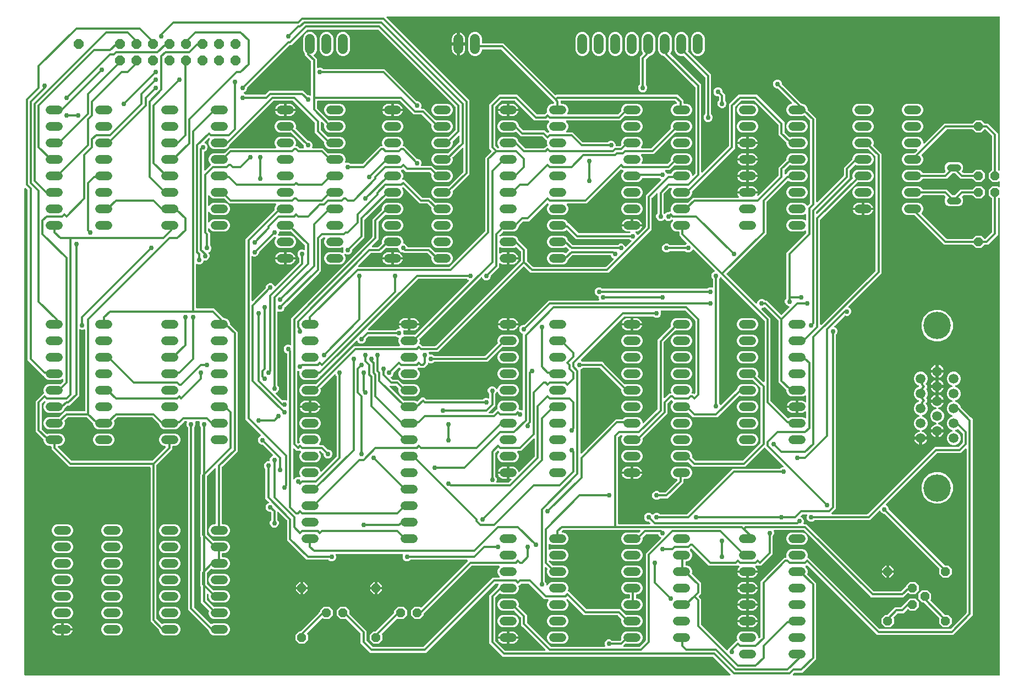
<source format=gbr>
G04 EAGLE Gerber RS-274X export*
G75*
%MOMM*%
%FSLAX34Y34*%
%LPD*%
%INTop Copper*%
%IPPOS*%
%AMOC8*
5,1,8,0,0,1.08239X$1,22.5*%
G01*
%ADD10P,1.429621X8X292.500000*%
%ADD11C,1.320800*%
%ADD12C,1.508000*%
%ADD13C,4.216000*%
%ADD14C,1.524000*%
%ADD15P,1.649562X8X22.500000*%
%ADD16C,1.117600*%
%ADD17P,1.429621X8X112.500000*%
%ADD18P,1.429621X8X202.500000*%
%ADD19C,0.304800*%
%ADD20C,0.756400*%

G36*
X1593768Y-45704D02*
X1593768Y-45704D01*
X1593887Y-45697D01*
X1593925Y-45684D01*
X1593966Y-45679D01*
X1594076Y-45636D01*
X1594189Y-45599D01*
X1594224Y-45577D01*
X1594261Y-45562D01*
X1594357Y-45493D01*
X1594458Y-45429D01*
X1594486Y-45399D01*
X1594519Y-45376D01*
X1594595Y-45284D01*
X1594676Y-45197D01*
X1594696Y-45162D01*
X1594721Y-45131D01*
X1594772Y-45023D01*
X1594830Y-44919D01*
X1594840Y-44879D01*
X1594857Y-44843D01*
X1594879Y-44726D01*
X1594909Y-44611D01*
X1594913Y-44550D01*
X1594917Y-44530D01*
X1594915Y-44510D01*
X1594919Y-44450D01*
X1594919Y689204D01*
X1594902Y689342D01*
X1594901Y689356D01*
X1594897Y689413D01*
X1594894Y689421D01*
X1594889Y689480D01*
X1594882Y689500D01*
X1594879Y689520D01*
X1594828Y689649D01*
X1594781Y689780D01*
X1594770Y689796D01*
X1594762Y689815D01*
X1594681Y689928D01*
X1594603Y690043D01*
X1594587Y690056D01*
X1594576Y690073D01*
X1594468Y690161D01*
X1594364Y690253D01*
X1594346Y690262D01*
X1594331Y690275D01*
X1594205Y690335D01*
X1594081Y690398D01*
X1594061Y690402D01*
X1594043Y690411D01*
X1593907Y690437D01*
X1593771Y690468D01*
X1593750Y690467D01*
X1593731Y690471D01*
X1593592Y690462D01*
X1593453Y690458D01*
X1593433Y690452D01*
X1593413Y690451D01*
X1593281Y690408D01*
X1593147Y690369D01*
X1593130Y690359D01*
X1593111Y690353D01*
X1592993Y690279D01*
X1592873Y690208D01*
X1592852Y690189D01*
X1592842Y690183D01*
X1592828Y690168D01*
X1592753Y690102D01*
X1592444Y689794D01*
X1592384Y689715D01*
X1592316Y689643D01*
X1592287Y689590D01*
X1592250Y689542D01*
X1592210Y689451D01*
X1592162Y689365D01*
X1592147Y689306D01*
X1592123Y689250D01*
X1592108Y689152D01*
X1592083Y689057D01*
X1592077Y688957D01*
X1592073Y688936D01*
X1592075Y688924D01*
X1592073Y688896D01*
X1592073Y633106D01*
X1576694Y617727D01*
X1571704Y617727D01*
X1571606Y617715D01*
X1571507Y617712D01*
X1571449Y617695D01*
X1571388Y617687D01*
X1571296Y617651D01*
X1571201Y617623D01*
X1571149Y617593D01*
X1571093Y617570D01*
X1571013Y617512D01*
X1570927Y617462D01*
X1570852Y617396D01*
X1570835Y617384D01*
X1570828Y617374D01*
X1570806Y617356D01*
X1566098Y612647D01*
X1558102Y612647D01*
X1553394Y617356D01*
X1553315Y617416D01*
X1553243Y617484D01*
X1553190Y617513D01*
X1553142Y617550D01*
X1553051Y617590D01*
X1552965Y617638D01*
X1552906Y617653D01*
X1552850Y617677D01*
X1552752Y617692D01*
X1552657Y617717D01*
X1552557Y617723D01*
X1552536Y617727D01*
X1552524Y617725D01*
X1552496Y617727D01*
X1509406Y617727D01*
X1464058Y663076D01*
X1463979Y663136D01*
X1463907Y663204D01*
X1463854Y663233D01*
X1463806Y663270D01*
X1463715Y663310D01*
X1463629Y663358D01*
X1463570Y663373D01*
X1463515Y663397D01*
X1463417Y663412D01*
X1463321Y663437D01*
X1463221Y663443D01*
X1463200Y663447D01*
X1463188Y663445D01*
X1463160Y663447D01*
X1451976Y663447D01*
X1448428Y664917D01*
X1445713Y667632D01*
X1444243Y671180D01*
X1444243Y675020D01*
X1445713Y678568D01*
X1448428Y681283D01*
X1451976Y682753D01*
X1469024Y682753D01*
X1472572Y681283D01*
X1475287Y678568D01*
X1476757Y675020D01*
X1476757Y671180D01*
X1475287Y667632D01*
X1474758Y667103D01*
X1474686Y667010D01*
X1474607Y666920D01*
X1474588Y666884D01*
X1474563Y666852D01*
X1474516Y666743D01*
X1474462Y666637D01*
X1474453Y666597D01*
X1474437Y666560D01*
X1474418Y666442D01*
X1474392Y666327D01*
X1474394Y666286D01*
X1474387Y666246D01*
X1474398Y666128D01*
X1474402Y666009D01*
X1474413Y665970D01*
X1474417Y665930D01*
X1474457Y665818D01*
X1474490Y665703D01*
X1474511Y665668D01*
X1474525Y665630D01*
X1474591Y665532D01*
X1474652Y665429D01*
X1474692Y665384D01*
X1474703Y665367D01*
X1474719Y665354D01*
X1474758Y665308D01*
X1512822Y627244D01*
X1512901Y627184D01*
X1512973Y627116D01*
X1513026Y627087D01*
X1513074Y627050D01*
X1513165Y627010D01*
X1513251Y626962D01*
X1513310Y626947D01*
X1513365Y626923D01*
X1513463Y626908D01*
X1513559Y626883D01*
X1513659Y626877D01*
X1513680Y626873D01*
X1513692Y626875D01*
X1513720Y626873D01*
X1552496Y626873D01*
X1552594Y626885D01*
X1552693Y626888D01*
X1552751Y626905D01*
X1552812Y626913D01*
X1552904Y626949D01*
X1552999Y626977D01*
X1553051Y627007D01*
X1553107Y627030D01*
X1553187Y627088D01*
X1553273Y627138D01*
X1553348Y627204D01*
X1553365Y627216D01*
X1553372Y627226D01*
X1553394Y627244D01*
X1558102Y631953D01*
X1566098Y631953D01*
X1570806Y627244D01*
X1570885Y627184D01*
X1570957Y627116D01*
X1571010Y627087D01*
X1571058Y627050D01*
X1571149Y627010D01*
X1571235Y626962D01*
X1571294Y626947D01*
X1571350Y626923D01*
X1571448Y626908D01*
X1571543Y626883D01*
X1571643Y626877D01*
X1571664Y626873D01*
X1571676Y626875D01*
X1571704Y626873D01*
X1572380Y626873D01*
X1572478Y626885D01*
X1572577Y626888D01*
X1572636Y626905D01*
X1572696Y626913D01*
X1572788Y626949D01*
X1572883Y626977D01*
X1572935Y627007D01*
X1572991Y627030D01*
X1573071Y627088D01*
X1573157Y627138D01*
X1573232Y627204D01*
X1573249Y627216D01*
X1573257Y627226D01*
X1573278Y627244D01*
X1582556Y636522D01*
X1582616Y636601D01*
X1582684Y636673D01*
X1582713Y636726D01*
X1582750Y636774D01*
X1582790Y636865D01*
X1582838Y636951D01*
X1582853Y637010D01*
X1582877Y637065D01*
X1582892Y637163D01*
X1582917Y637259D01*
X1582923Y637359D01*
X1582927Y637380D01*
X1582925Y637392D01*
X1582927Y637420D01*
X1582927Y688896D01*
X1582915Y688994D01*
X1582912Y689093D01*
X1582895Y689151D01*
X1582887Y689212D01*
X1582851Y689304D01*
X1582823Y689399D01*
X1582793Y689451D01*
X1582770Y689507D01*
X1582712Y689587D01*
X1582662Y689673D01*
X1582596Y689748D01*
X1582584Y689765D01*
X1582574Y689772D01*
X1582556Y689794D01*
X1577847Y694502D01*
X1577847Y702498D01*
X1583502Y708153D01*
X1591498Y708153D01*
X1592753Y706898D01*
X1592862Y706813D01*
X1592969Y706725D01*
X1592988Y706716D01*
X1593004Y706704D01*
X1593132Y706648D01*
X1593257Y706589D01*
X1593277Y706585D01*
X1593296Y706577D01*
X1593434Y706555D01*
X1593570Y706529D01*
X1593590Y706531D01*
X1593610Y706527D01*
X1593749Y706540D01*
X1593887Y706549D01*
X1593906Y706555D01*
X1593926Y706557D01*
X1594058Y706604D01*
X1594189Y706647D01*
X1594207Y706658D01*
X1594226Y706665D01*
X1594341Y706743D01*
X1594458Y706817D01*
X1594472Y706832D01*
X1594489Y706843D01*
X1594581Y706948D01*
X1594676Y707049D01*
X1594686Y707067D01*
X1594699Y707082D01*
X1594763Y707206D01*
X1594830Y707327D01*
X1594835Y707347D01*
X1594844Y707365D01*
X1594874Y707501D01*
X1594909Y707635D01*
X1594911Y707663D01*
X1594914Y707675D01*
X1594913Y707696D01*
X1594919Y707796D01*
X1594919Y714604D01*
X1594902Y714742D01*
X1594898Y714785D01*
X1594897Y714798D01*
X1594896Y714800D01*
X1594889Y714880D01*
X1594882Y714899D01*
X1594879Y714920D01*
X1594828Y715049D01*
X1594781Y715180D01*
X1594770Y715196D01*
X1594762Y715215D01*
X1594681Y715328D01*
X1594603Y715443D01*
X1594587Y715456D01*
X1594576Y715473D01*
X1594468Y715561D01*
X1594364Y715653D01*
X1594346Y715662D01*
X1594331Y715675D01*
X1594205Y715735D01*
X1594081Y715798D01*
X1594061Y715802D01*
X1594043Y715811D01*
X1593906Y715837D01*
X1593771Y715868D01*
X1593750Y715867D01*
X1593731Y715871D01*
X1593592Y715862D01*
X1593453Y715858D01*
X1593433Y715852D01*
X1593413Y715851D01*
X1593281Y715808D01*
X1593147Y715769D01*
X1593130Y715759D01*
X1593111Y715753D01*
X1592993Y715678D01*
X1592873Y715608D01*
X1592852Y715589D01*
X1592842Y715583D01*
X1592828Y715568D01*
X1592753Y715502D01*
X1591498Y714247D01*
X1583502Y714247D01*
X1577847Y719902D01*
X1577847Y727898D01*
X1582556Y732606D01*
X1582616Y732685D01*
X1582684Y732757D01*
X1582713Y732810D01*
X1582750Y732858D01*
X1582790Y732949D01*
X1582838Y733035D01*
X1582853Y733094D01*
X1582877Y733150D01*
X1582892Y733248D01*
X1582917Y733343D01*
X1582923Y733443D01*
X1582927Y733464D01*
X1582925Y733476D01*
X1582927Y733504D01*
X1582927Y784980D01*
X1582915Y785078D01*
X1582912Y785177D01*
X1582895Y785236D01*
X1582887Y785296D01*
X1582851Y785388D01*
X1582823Y785483D01*
X1582793Y785535D01*
X1582770Y785591D01*
X1582712Y785671D01*
X1582662Y785757D01*
X1582596Y785832D01*
X1582584Y785849D01*
X1582574Y785857D01*
X1582556Y785878D01*
X1573278Y795156D01*
X1573199Y795216D01*
X1573127Y795284D01*
X1573074Y795313D01*
X1573026Y795350D01*
X1572935Y795390D01*
X1572849Y795438D01*
X1572790Y795453D01*
X1572735Y795477D01*
X1572637Y795492D01*
X1572541Y795517D01*
X1572441Y795523D01*
X1572420Y795527D01*
X1572408Y795525D01*
X1572380Y795527D01*
X1571704Y795527D01*
X1571606Y795515D01*
X1571507Y795512D01*
X1571449Y795495D01*
X1571388Y795487D01*
X1571296Y795451D01*
X1571201Y795423D01*
X1571149Y795393D01*
X1571093Y795370D01*
X1571013Y795312D01*
X1570927Y795262D01*
X1570852Y795196D01*
X1570835Y795184D01*
X1570828Y795174D01*
X1570806Y795156D01*
X1566098Y790447D01*
X1558102Y790447D01*
X1553393Y795156D01*
X1553315Y795216D01*
X1553243Y795284D01*
X1553190Y795313D01*
X1553142Y795350D01*
X1553051Y795390D01*
X1552965Y795438D01*
X1552906Y795453D01*
X1552850Y795477D01*
X1552752Y795492D01*
X1552657Y795517D01*
X1552557Y795523D01*
X1552536Y795527D01*
X1552524Y795525D01*
X1552496Y795527D01*
X1513720Y795527D01*
X1513622Y795515D01*
X1513523Y795512D01*
X1513464Y795495D01*
X1513404Y795487D01*
X1513312Y795451D01*
X1513217Y795423D01*
X1513165Y795393D01*
X1513109Y795370D01*
X1513029Y795312D01*
X1512943Y795262D01*
X1512868Y795196D01*
X1512851Y795184D01*
X1512843Y795174D01*
X1512822Y795156D01*
X1474758Y757092D01*
X1474685Y756997D01*
X1474607Y756908D01*
X1474588Y756872D01*
X1474563Y756840D01*
X1474516Y756731D01*
X1474462Y756625D01*
X1474453Y756586D01*
X1474437Y756548D01*
X1474418Y756431D01*
X1474392Y756315D01*
X1474394Y756274D01*
X1474387Y756234D01*
X1474398Y756116D01*
X1474402Y755997D01*
X1474413Y755958D01*
X1474417Y755918D01*
X1474457Y755806D01*
X1474490Y755691D01*
X1474511Y755657D01*
X1474525Y755618D01*
X1474592Y755520D01*
X1474652Y755417D01*
X1474692Y755372D01*
X1474703Y755355D01*
X1474719Y755342D01*
X1474758Y755297D01*
X1475287Y754768D01*
X1476757Y751220D01*
X1476757Y747380D01*
X1475287Y743832D01*
X1472572Y741117D01*
X1469024Y739647D01*
X1451976Y739647D01*
X1448428Y741117D01*
X1445713Y743832D01*
X1444243Y747380D01*
X1444243Y751220D01*
X1445713Y754768D01*
X1448428Y757483D01*
X1451976Y758953D01*
X1463160Y758953D01*
X1463258Y758965D01*
X1463357Y758968D01*
X1463416Y758985D01*
X1463476Y758993D01*
X1463568Y759029D01*
X1463663Y759057D01*
X1463715Y759087D01*
X1463771Y759110D01*
X1463851Y759168D01*
X1463937Y759218D01*
X1464012Y759284D01*
X1464029Y759296D01*
X1464037Y759306D01*
X1464058Y759324D01*
X1467614Y762881D01*
X1467699Y762990D01*
X1467788Y763097D01*
X1467796Y763116D01*
X1467809Y763132D01*
X1467864Y763260D01*
X1467923Y763385D01*
X1467927Y763405D01*
X1467935Y763424D01*
X1467957Y763562D01*
X1467983Y763698D01*
X1467982Y763718D01*
X1467985Y763738D01*
X1467972Y763877D01*
X1467963Y764015D01*
X1467957Y764034D01*
X1467955Y764054D01*
X1467908Y764186D01*
X1467865Y764317D01*
X1467854Y764335D01*
X1467847Y764354D01*
X1467769Y764469D01*
X1467695Y764586D01*
X1467680Y764600D01*
X1467669Y764617D01*
X1467565Y764709D01*
X1467463Y764804D01*
X1467446Y764814D01*
X1467430Y764827D01*
X1467306Y764891D01*
X1467185Y764958D01*
X1467165Y764963D01*
X1467147Y764972D01*
X1467011Y765002D01*
X1466877Y765037D01*
X1466849Y765039D01*
X1466837Y765042D01*
X1466816Y765041D01*
X1466716Y765047D01*
X1451976Y765047D01*
X1448428Y766517D01*
X1445713Y769232D01*
X1444243Y772780D01*
X1444243Y776620D01*
X1445713Y780168D01*
X1448428Y782883D01*
X1451976Y784353D01*
X1469024Y784353D01*
X1472572Y782883D01*
X1475287Y780168D01*
X1476757Y776620D01*
X1476757Y775088D01*
X1476774Y774950D01*
X1476787Y774811D01*
X1476794Y774792D01*
X1476797Y774772D01*
X1476848Y774643D01*
X1476895Y774512D01*
X1476906Y774495D01*
X1476914Y774477D01*
X1476995Y774364D01*
X1477073Y774249D01*
X1477089Y774236D01*
X1477100Y774219D01*
X1477208Y774131D01*
X1477312Y774039D01*
X1477330Y774029D01*
X1477345Y774016D01*
X1477471Y773957D01*
X1477595Y773894D01*
X1477615Y773889D01*
X1477633Y773881D01*
X1477769Y773855D01*
X1477905Y773824D01*
X1477926Y773825D01*
X1477945Y773821D01*
X1478084Y773830D01*
X1478223Y773834D01*
X1478243Y773840D01*
X1478263Y773841D01*
X1478395Y773884D01*
X1478529Y773922D01*
X1478546Y773933D01*
X1478565Y773939D01*
X1478683Y774013D01*
X1478803Y774084D01*
X1478824Y774102D01*
X1478834Y774109D01*
X1478848Y774124D01*
X1478923Y774190D01*
X1509406Y804673D01*
X1552496Y804673D01*
X1552594Y804685D01*
X1552693Y804688D01*
X1552751Y804705D01*
X1552812Y804713D01*
X1552904Y804749D01*
X1552999Y804777D01*
X1553051Y804807D01*
X1553107Y804830D01*
X1553187Y804888D01*
X1553273Y804938D01*
X1553348Y805004D01*
X1553365Y805016D01*
X1553368Y805020D01*
X1553370Y805022D01*
X1553376Y805029D01*
X1553393Y805044D01*
X1558102Y809753D01*
X1566098Y809753D01*
X1570806Y805044D01*
X1570885Y804984D01*
X1570957Y804916D01*
X1571010Y804887D01*
X1571058Y804850D01*
X1571149Y804810D01*
X1571235Y804762D01*
X1571294Y804747D01*
X1571350Y804723D01*
X1571448Y804708D01*
X1571543Y804683D01*
X1571643Y804677D01*
X1571664Y804673D01*
X1571676Y804675D01*
X1571704Y804673D01*
X1576694Y804673D01*
X1592073Y789294D01*
X1592073Y733504D01*
X1592085Y733406D01*
X1592088Y733307D01*
X1592105Y733249D01*
X1592113Y733188D01*
X1592149Y733096D01*
X1592177Y733001D01*
X1592207Y732949D01*
X1592230Y732893D01*
X1592288Y732813D01*
X1592338Y732727D01*
X1592404Y732652D01*
X1592416Y732635D01*
X1592426Y732628D01*
X1592444Y732606D01*
X1592753Y732298D01*
X1592862Y732213D01*
X1592969Y732125D01*
X1592988Y732116D01*
X1593004Y732104D01*
X1593132Y732048D01*
X1593257Y731989D01*
X1593277Y731985D01*
X1593296Y731977D01*
X1593434Y731955D01*
X1593570Y731929D01*
X1593590Y731931D01*
X1593610Y731927D01*
X1593749Y731940D01*
X1593887Y731949D01*
X1593906Y731955D01*
X1593926Y731957D01*
X1594058Y732004D01*
X1594189Y732047D01*
X1594207Y732058D01*
X1594226Y732065D01*
X1594341Y732143D01*
X1594458Y732217D01*
X1594472Y732232D01*
X1594489Y732243D01*
X1594581Y732347D01*
X1594676Y732449D01*
X1594686Y732467D01*
X1594699Y732482D01*
X1594763Y732606D01*
X1594830Y732727D01*
X1594835Y732747D01*
X1594844Y732765D01*
X1594874Y732901D01*
X1594909Y733035D01*
X1594911Y733063D01*
X1594914Y733075D01*
X1594913Y733096D01*
X1594919Y733196D01*
X1594919Y968250D01*
X1594904Y968368D01*
X1594897Y968487D01*
X1594884Y968525D01*
X1594879Y968566D01*
X1594836Y968676D01*
X1594799Y968789D01*
X1594777Y968824D01*
X1594762Y968861D01*
X1594693Y968957D01*
X1594629Y969058D01*
X1594599Y969086D01*
X1594576Y969119D01*
X1594484Y969195D01*
X1594397Y969276D01*
X1594362Y969296D01*
X1594331Y969321D01*
X1594223Y969372D01*
X1594119Y969430D01*
X1594079Y969440D01*
X1594043Y969457D01*
X1593926Y969479D01*
X1593811Y969509D01*
X1593751Y969513D01*
X1593731Y969517D01*
X1593710Y969515D01*
X1593650Y969519D01*
X652404Y969519D01*
X652266Y969502D01*
X652127Y969489D01*
X652108Y969482D01*
X652088Y969479D01*
X651959Y969428D01*
X651828Y969381D01*
X651811Y969370D01*
X651793Y969362D01*
X651680Y969281D01*
X651565Y969203D01*
X651552Y969187D01*
X651535Y969176D01*
X651446Y969068D01*
X651355Y968964D01*
X651345Y968946D01*
X651332Y968931D01*
X651273Y968805D01*
X651210Y968681D01*
X651205Y968661D01*
X651197Y968643D01*
X651171Y968507D01*
X651140Y968371D01*
X651141Y968350D01*
X651137Y968331D01*
X651146Y968192D01*
X651150Y968053D01*
X651156Y968033D01*
X651157Y968013D01*
X651200Y967881D01*
X651238Y967747D01*
X651249Y967730D01*
X651255Y967711D01*
X651329Y967593D01*
X651400Y967473D01*
X651418Y967452D01*
X651425Y967442D01*
X651440Y967428D01*
X651506Y967353D01*
X775714Y843144D01*
X778765Y840094D01*
X778765Y726578D01*
X753228Y701042D01*
X753168Y700963D01*
X753100Y700891D01*
X753071Y700838D01*
X753034Y700790D01*
X752994Y700699D01*
X752946Y700613D01*
X752931Y700554D01*
X752907Y700499D01*
X752892Y700401D01*
X752867Y700305D01*
X752861Y700205D01*
X752857Y700184D01*
X752859Y700172D01*
X752857Y700144D01*
X752857Y696580D01*
X751387Y693032D01*
X748672Y690317D01*
X745124Y688847D01*
X728076Y688847D01*
X724528Y690317D01*
X721813Y693032D01*
X720343Y696580D01*
X720343Y700420D01*
X721813Y703968D01*
X724528Y706683D01*
X728076Y708153D01*
X745124Y708153D01*
X745954Y707809D01*
X745983Y707801D01*
X746009Y707788D01*
X746135Y707759D01*
X746261Y707725D01*
X746290Y707725D01*
X746319Y707718D01*
X746449Y707722D01*
X746579Y707720D01*
X746607Y707727D01*
X746637Y707728D01*
X746762Y707764D01*
X746888Y707794D01*
X746914Y707808D01*
X746942Y707816D01*
X747054Y707882D01*
X747169Y707943D01*
X747191Y707963D01*
X747216Y707978D01*
X747337Y708084D01*
X769248Y729994D01*
X769308Y730073D01*
X769376Y730145D01*
X769405Y730198D01*
X769442Y730246D01*
X769482Y730337D01*
X769530Y730423D01*
X769545Y730482D01*
X769569Y730537D01*
X769584Y730635D01*
X769609Y730731D01*
X769615Y730831D01*
X769619Y730852D01*
X769617Y730864D01*
X769619Y730892D01*
X769619Y766184D01*
X769602Y766322D01*
X769589Y766461D01*
X769582Y766480D01*
X769579Y766500D01*
X769528Y766629D01*
X769481Y766760D01*
X769470Y766777D01*
X769462Y766795D01*
X769381Y766908D01*
X769303Y767023D01*
X769287Y767036D01*
X769276Y767053D01*
X769168Y767141D01*
X769064Y767233D01*
X769046Y767243D01*
X769031Y767256D01*
X768905Y767315D01*
X768781Y767378D01*
X768761Y767383D01*
X768743Y767391D01*
X768607Y767417D01*
X768471Y767448D01*
X768450Y767447D01*
X768431Y767451D01*
X768292Y767442D01*
X768153Y767438D01*
X768133Y767432D01*
X768113Y767431D01*
X767981Y767388D01*
X767847Y767350D01*
X767830Y767339D01*
X767811Y767333D01*
X767693Y767259D01*
X767573Y767188D01*
X767552Y767170D01*
X767542Y767163D01*
X767528Y767148D01*
X767453Y767082D01*
X753086Y752715D01*
X753068Y752691D01*
X753045Y752672D01*
X752970Y752566D01*
X752891Y752464D01*
X752879Y752436D01*
X752862Y752412D01*
X752816Y752291D01*
X752764Y752172D01*
X752760Y752142D01*
X752749Y752115D01*
X752735Y751986D01*
X752715Y751858D01*
X752717Y751828D01*
X752714Y751799D01*
X752732Y751670D01*
X752744Y751541D01*
X752754Y751513D01*
X752758Y751484D01*
X752811Y751332D01*
X752857Y751220D01*
X752857Y747380D01*
X751387Y743832D01*
X748672Y741117D01*
X745124Y739647D01*
X728076Y739647D01*
X724528Y741117D01*
X721813Y743832D01*
X720343Y747380D01*
X720343Y751220D01*
X721813Y754768D01*
X724528Y757483D01*
X728076Y758953D01*
X745124Y758953D01*
X745236Y758907D01*
X745264Y758899D01*
X745290Y758885D01*
X745417Y758857D01*
X745542Y758823D01*
X745572Y758822D01*
X745601Y758816D01*
X745730Y758820D01*
X745860Y758818D01*
X745889Y758824D01*
X745919Y758825D01*
X746043Y758861D01*
X746170Y758892D01*
X746196Y758905D01*
X746224Y758914D01*
X746336Y758980D01*
X746451Y759040D01*
X746473Y759060D01*
X746498Y759075D01*
X746619Y759182D01*
X763152Y775714D01*
X763212Y775793D01*
X763280Y775865D01*
X763309Y775918D01*
X763346Y775966D01*
X763386Y776057D01*
X763434Y776143D01*
X763449Y776202D01*
X763473Y776257D01*
X763488Y776355D01*
X763513Y776451D01*
X763519Y776551D01*
X763523Y776572D01*
X763521Y776584D01*
X763523Y776612D01*
X763523Y784472D01*
X763506Y784610D01*
X763493Y784749D01*
X763486Y784768D01*
X763483Y784788D01*
X763432Y784917D01*
X763385Y785048D01*
X763374Y785065D01*
X763366Y785083D01*
X763285Y785196D01*
X763207Y785311D01*
X763191Y785324D01*
X763180Y785341D01*
X763072Y785429D01*
X762968Y785521D01*
X762950Y785531D01*
X762935Y785544D01*
X762809Y785603D01*
X762685Y785666D01*
X762665Y785671D01*
X762647Y785679D01*
X762511Y785705D01*
X762375Y785736D01*
X762354Y785735D01*
X762335Y785739D01*
X762196Y785730D01*
X762057Y785726D01*
X762037Y785720D01*
X762017Y785719D01*
X761885Y785676D01*
X761751Y785638D01*
X761734Y785627D01*
X761715Y785621D01*
X761597Y785547D01*
X761477Y785476D01*
X761456Y785458D01*
X761446Y785451D01*
X761432Y785436D01*
X761357Y785370D01*
X753228Y777242D01*
X753168Y777163D01*
X753100Y777091D01*
X753071Y777038D01*
X753034Y776990D01*
X752994Y776899D01*
X752946Y776813D01*
X752931Y776754D01*
X752907Y776699D01*
X752892Y776601D01*
X752867Y776505D01*
X752861Y776405D01*
X752857Y776384D01*
X752859Y776372D01*
X752857Y776344D01*
X752857Y772780D01*
X751387Y769232D01*
X748672Y766517D01*
X745124Y765047D01*
X728076Y765047D01*
X724528Y766517D01*
X721813Y769232D01*
X720343Y772780D01*
X720343Y776620D01*
X721813Y780168D01*
X724528Y782883D01*
X728076Y784353D01*
X745124Y784353D01*
X745954Y784009D01*
X745983Y784001D01*
X746009Y783988D01*
X746135Y783959D01*
X746261Y783925D01*
X746290Y783925D01*
X746319Y783918D01*
X746449Y783922D01*
X746579Y783920D01*
X746607Y783927D01*
X746637Y783928D01*
X746762Y783964D01*
X746888Y783994D01*
X746914Y784008D01*
X746942Y784016D01*
X747054Y784082D01*
X747169Y784143D01*
X747191Y784163D01*
X747216Y784178D01*
X747337Y784284D01*
X757056Y794002D01*
X757116Y794081D01*
X757184Y794153D01*
X757213Y794206D01*
X757250Y794254D01*
X757290Y794345D01*
X757338Y794431D01*
X757353Y794490D01*
X757377Y794545D01*
X757392Y794643D01*
X757417Y794739D01*
X757423Y794839D01*
X757427Y794860D01*
X757425Y794872D01*
X757427Y794900D01*
X757427Y829684D01*
X757415Y829782D01*
X757412Y829881D01*
X757395Y829940D01*
X757387Y830000D01*
X757351Y830092D01*
X757323Y830187D01*
X757293Y830239D01*
X757270Y830295D01*
X757212Y830375D01*
X757162Y830461D01*
X757096Y830536D01*
X757084Y830553D01*
X757074Y830561D01*
X757056Y830582D01*
X638558Y949080D01*
X638479Y949140D01*
X638407Y949208D01*
X638354Y949237D01*
X638306Y949274D01*
X638215Y949314D01*
X638129Y949362D01*
X638070Y949377D01*
X638015Y949401D01*
X637917Y949416D01*
X637821Y949441D01*
X637721Y949447D01*
X637700Y949451D01*
X637688Y949449D01*
X637660Y949451D01*
X529724Y949451D01*
X529626Y949439D01*
X529527Y949436D01*
X529468Y949419D01*
X529408Y949411D01*
X529316Y949375D01*
X529221Y949347D01*
X529169Y949317D01*
X529113Y949294D01*
X529033Y949236D01*
X528947Y949186D01*
X528872Y949120D01*
X528855Y949108D01*
X528847Y949098D01*
X528826Y949080D01*
X504814Y925067D01*
X502292Y925067D01*
X502194Y925055D01*
X502095Y925052D01*
X502036Y925035D01*
X501976Y925027D01*
X501884Y924991D01*
X501789Y924963D01*
X501737Y924933D01*
X501681Y924910D01*
X501601Y924852D01*
X501515Y924802D01*
X501440Y924736D01*
X501423Y924724D01*
X501415Y924714D01*
X501394Y924696D01*
X436970Y860272D01*
X436910Y860193D01*
X436842Y860121D01*
X436813Y860068D01*
X436776Y860020D01*
X436736Y859929D01*
X436688Y859843D01*
X436673Y859784D01*
X436649Y859729D01*
X436634Y859631D01*
X436609Y859535D01*
X436603Y859435D01*
X436599Y859414D01*
X436601Y859402D01*
X436599Y859374D01*
X436599Y858177D01*
X435559Y855667D01*
X433637Y853745D01*
X432052Y853089D01*
X431932Y853020D01*
X431809Y852955D01*
X431794Y852941D01*
X431776Y852931D01*
X431676Y852834D01*
X431573Y852741D01*
X431562Y852724D01*
X431548Y852710D01*
X431475Y852591D01*
X431398Y852475D01*
X431392Y852456D01*
X431381Y852439D01*
X431340Y852306D01*
X431295Y852174D01*
X431294Y852154D01*
X431288Y852135D01*
X431281Y851996D01*
X431270Y851857D01*
X431274Y851837D01*
X431273Y851817D01*
X431301Y851681D01*
X431324Y851544D01*
X431333Y851525D01*
X431337Y851506D01*
X431398Y851380D01*
X431455Y851254D01*
X431468Y851238D01*
X431477Y851220D01*
X431567Y851114D01*
X431654Y851006D01*
X431670Y850993D01*
X431683Y850978D01*
X431797Y850898D01*
X431908Y850814D01*
X431933Y850802D01*
X431943Y850795D01*
X431962Y850788D01*
X432052Y850743D01*
X433637Y850087D01*
X434484Y849241D01*
X434562Y849180D01*
X434634Y849112D01*
X434687Y849083D01*
X434735Y849046D01*
X434826Y849006D01*
X434912Y848958D01*
X434971Y848943D01*
X435027Y848919D01*
X435125Y848904D01*
X435220Y848879D01*
X435320Y848873D01*
X435341Y848869D01*
X435353Y848871D01*
X435381Y848869D01*
X463924Y848869D01*
X464022Y848881D01*
X464121Y848884D01*
X464180Y848901D01*
X464240Y848909D01*
X464332Y848945D01*
X464427Y848973D01*
X464479Y849003D01*
X464535Y849026D01*
X464615Y849084D01*
X464701Y849134D01*
X464776Y849200D01*
X464793Y849212D01*
X464801Y849222D01*
X464822Y849240D01*
X470546Y854965D01*
X523102Y854965D01*
X529616Y848450D01*
X529695Y848390D01*
X529767Y848322D01*
X529820Y848293D01*
X529868Y848256D01*
X529959Y848216D01*
X530045Y848168D01*
X530104Y848153D01*
X530159Y848129D01*
X530257Y848114D01*
X530353Y848089D01*
X530453Y848083D01*
X530474Y848079D01*
X530486Y848081D01*
X530514Y848079D01*
X531711Y848079D01*
X533168Y847475D01*
X533216Y847462D01*
X533261Y847441D01*
X533369Y847420D01*
X533475Y847391D01*
X533525Y847390D01*
X533574Y847381D01*
X533683Y847388D01*
X533793Y847386D01*
X533841Y847398D01*
X533891Y847401D01*
X533995Y847434D01*
X534102Y847460D01*
X534146Y847483D01*
X534193Y847499D01*
X534286Y847557D01*
X534383Y847609D01*
X534420Y847642D01*
X534462Y847669D01*
X534537Y847749D01*
X534619Y847823D01*
X534646Y847864D01*
X534680Y847900D01*
X534733Y847997D01*
X534793Y848088D01*
X534810Y848136D01*
X534834Y848179D01*
X534861Y848285D01*
X534897Y848389D01*
X534901Y848439D01*
X534913Y848487D01*
X534923Y848648D01*
X534923Y899788D01*
X534911Y899886D01*
X534908Y899985D01*
X534891Y900044D01*
X534883Y900104D01*
X534847Y900196D01*
X534819Y900291D01*
X534789Y900343D01*
X534766Y900399D01*
X534708Y900479D01*
X534658Y900565D01*
X534592Y900640D01*
X534580Y900657D01*
X534570Y900665D01*
X534552Y900686D01*
X525779Y909458D01*
X525779Y911487D01*
X525767Y911585D01*
X525764Y911684D01*
X525747Y911743D01*
X525739Y911803D01*
X525703Y911895D01*
X525675Y911990D01*
X525645Y912042D01*
X525622Y912098D01*
X525564Y912178D01*
X525514Y912264D01*
X525448Y912339D01*
X525436Y912356D01*
X525426Y912363D01*
X525408Y912385D01*
X524355Y913437D01*
X522731Y917358D01*
X522731Y936842D01*
X524355Y940763D01*
X527357Y943765D01*
X531278Y945389D01*
X535522Y945389D01*
X539443Y943765D01*
X542445Y940763D01*
X544069Y936842D01*
X544069Y917358D01*
X542445Y913437D01*
X539487Y910479D01*
X539414Y910385D01*
X539335Y910296D01*
X539317Y910260D01*
X539292Y910228D01*
X539245Y910118D01*
X539190Y910012D01*
X539182Y909973D01*
X539166Y909936D01*
X539147Y909818D01*
X539121Y909702D01*
X539122Y909662D01*
X539116Y909622D01*
X539127Y909503D01*
X539130Y909384D01*
X539142Y909345D01*
X539146Y909305D01*
X539186Y909193D01*
X539219Y909079D01*
X539239Y909044D01*
X539253Y909006D01*
X539320Y908907D01*
X539380Y908805D01*
X539420Y908760D01*
X539432Y908743D01*
X539447Y908729D01*
X539487Y908684D01*
X544069Y904102D01*
X544069Y891320D01*
X544075Y891270D01*
X544073Y891221D01*
X544095Y891113D01*
X544109Y891004D01*
X544127Y890958D01*
X544137Y890909D01*
X544185Y890811D01*
X544226Y890708D01*
X544255Y890668D01*
X544277Y890624D01*
X544348Y890540D01*
X544412Y890451D01*
X544451Y890419D01*
X544483Y890382D01*
X544573Y890318D01*
X544657Y890248D01*
X544702Y890227D01*
X544743Y890198D01*
X544846Y890159D01*
X544945Y890113D01*
X544994Y890103D01*
X545040Y890086D01*
X545150Y890074D01*
X545257Y890053D01*
X545307Y890056D01*
X545356Y890050D01*
X545465Y890066D01*
X545575Y890073D01*
X545622Y890088D01*
X545671Y890095D01*
X545824Y890147D01*
X547281Y890751D01*
X549999Y890751D01*
X552509Y889711D01*
X553356Y888864D01*
X553434Y888804D01*
X553506Y888736D01*
X553559Y888707D01*
X553607Y888670D01*
X553698Y888630D01*
X553784Y888582D01*
X553843Y888567D01*
X553899Y888543D01*
X553997Y888528D01*
X554092Y888503D01*
X554192Y888497D01*
X554213Y888493D01*
X554225Y888495D01*
X554253Y888493D01*
X648070Y888493D01*
X697256Y839306D01*
X697335Y839246D01*
X697407Y839178D01*
X697460Y839149D01*
X697508Y839112D01*
X697599Y839072D01*
X697685Y839024D01*
X697744Y839009D01*
X697799Y838985D01*
X697897Y838970D01*
X697993Y838945D01*
X698093Y838939D01*
X698114Y838935D01*
X698126Y838937D01*
X698154Y838935D01*
X699351Y838935D01*
X701861Y837895D01*
X703783Y835973D01*
X704823Y833463D01*
X704823Y830745D01*
X704219Y829288D01*
X704206Y829240D01*
X704185Y829195D01*
X704164Y829087D01*
X704135Y828981D01*
X704134Y828931D01*
X704125Y828882D01*
X704132Y828773D01*
X704130Y828663D01*
X704142Y828615D01*
X704145Y828565D01*
X704178Y828461D01*
X704204Y828354D01*
X704227Y828310D01*
X704243Y828263D01*
X704301Y828170D01*
X704353Y828073D01*
X704386Y828036D01*
X704413Y827994D01*
X704493Y827919D01*
X704567Y827837D01*
X704608Y827810D01*
X704644Y827776D01*
X704741Y827723D01*
X704832Y827663D01*
X704880Y827646D01*
X704923Y827622D01*
X705029Y827595D01*
X705133Y827559D01*
X705183Y827555D01*
X705231Y827543D01*
X705392Y827533D01*
X709030Y827533D01*
X726581Y809982D01*
X726605Y809964D01*
X726624Y809941D01*
X726730Y809866D01*
X726832Y809787D01*
X726860Y809775D01*
X726884Y809758D01*
X727005Y809712D01*
X727124Y809660D01*
X727154Y809656D01*
X727181Y809645D01*
X727310Y809631D01*
X727438Y809611D01*
X727468Y809613D01*
X727497Y809610D01*
X727626Y809628D01*
X727755Y809640D01*
X727783Y809650D01*
X727812Y809654D01*
X727964Y809707D01*
X728076Y809753D01*
X745124Y809753D01*
X748672Y808283D01*
X751387Y805568D01*
X752857Y802020D01*
X752857Y798180D01*
X751387Y794632D01*
X748672Y791917D01*
X745124Y790447D01*
X728076Y790447D01*
X724528Y791917D01*
X721813Y794632D01*
X720343Y798180D01*
X720343Y802020D01*
X720389Y802132D01*
X720397Y802160D01*
X720411Y802186D01*
X720439Y802313D01*
X720473Y802438D01*
X720474Y802468D01*
X720480Y802497D01*
X720476Y802626D01*
X720478Y802756D01*
X720472Y802785D01*
X720471Y802815D01*
X720435Y802939D01*
X720404Y803066D01*
X720391Y803092D01*
X720382Y803120D01*
X720316Y803232D01*
X720256Y803347D01*
X720236Y803369D01*
X720221Y803394D01*
X720114Y803515D01*
X705614Y818016D01*
X705535Y818076D01*
X705463Y818144D01*
X705410Y818173D01*
X705362Y818210D01*
X705271Y818250D01*
X705185Y818298D01*
X705126Y818313D01*
X705071Y818337D01*
X704973Y818352D01*
X704877Y818377D01*
X704777Y818383D01*
X704756Y818387D01*
X704744Y818385D01*
X704716Y818387D01*
X693050Y818387D01*
X672086Y839352D01*
X672007Y839412D01*
X671935Y839480D01*
X671882Y839509D01*
X671834Y839546D01*
X671743Y839586D01*
X671657Y839634D01*
X671598Y839649D01*
X671543Y839673D01*
X671445Y839688D01*
X671349Y839713D01*
X671249Y839719D01*
X671228Y839723D01*
X671216Y839721D01*
X671188Y839723D01*
X545338Y839723D01*
X545220Y839708D01*
X545101Y839701D01*
X545063Y839688D01*
X545022Y839683D01*
X544912Y839640D01*
X544799Y839603D01*
X544764Y839581D01*
X544727Y839566D01*
X544631Y839497D01*
X544530Y839433D01*
X544502Y839403D01*
X544469Y839380D01*
X544393Y839288D01*
X544312Y839201D01*
X544292Y839166D01*
X544267Y839135D01*
X544216Y839027D01*
X544158Y838923D01*
X544148Y838883D01*
X544131Y838847D01*
X544109Y838730D01*
X544079Y838615D01*
X544075Y838555D01*
X544071Y838535D01*
X544073Y838514D01*
X544069Y838454D01*
X544069Y828428D01*
X544081Y828330D01*
X544084Y828231D01*
X544101Y828172D01*
X544109Y828112D01*
X544145Y828020D01*
X544173Y827925D01*
X544203Y827873D01*
X544226Y827817D01*
X544284Y827737D01*
X544334Y827651D01*
X544400Y827576D01*
X544412Y827559D01*
X544422Y827551D01*
X544440Y827530D01*
X561846Y810124D01*
X561925Y810064D01*
X561997Y809996D01*
X562050Y809967D01*
X562098Y809930D01*
X562189Y809890D01*
X562275Y809842D01*
X562334Y809827D01*
X562389Y809803D01*
X562487Y809788D01*
X562583Y809763D01*
X562683Y809757D01*
X562704Y809753D01*
X562716Y809755D01*
X562744Y809753D01*
X580024Y809753D01*
X583572Y808283D01*
X586287Y805568D01*
X587757Y802020D01*
X587757Y798180D01*
X586287Y794632D01*
X583572Y791917D01*
X580024Y790447D01*
X562976Y790447D01*
X559428Y791917D01*
X556713Y794632D01*
X555243Y798180D01*
X555243Y802020D01*
X555438Y802491D01*
X555446Y802519D01*
X555459Y802546D01*
X555488Y802672D01*
X555522Y802798D01*
X555523Y802827D01*
X555529Y802856D01*
X555525Y802986D01*
X555527Y803116D01*
X555520Y803144D01*
X555519Y803174D01*
X555483Y803298D01*
X555453Y803425D01*
X555439Y803451D01*
X555431Y803479D01*
X555365Y803591D01*
X555304Y803706D01*
X555285Y803728D01*
X555270Y803753D01*
X555163Y803874D01*
X552331Y806706D01*
X552222Y806791D01*
X552115Y806880D01*
X552096Y806888D01*
X552080Y806901D01*
X551952Y806956D01*
X551827Y807015D01*
X551807Y807019D01*
X551788Y807027D01*
X551650Y807049D01*
X551514Y807075D01*
X551494Y807074D01*
X551474Y807077D01*
X551335Y807064D01*
X551197Y807055D01*
X551178Y807049D01*
X551158Y807047D01*
X551026Y807000D01*
X550895Y806957D01*
X550877Y806946D01*
X550858Y806939D01*
X550743Y806861D01*
X550626Y806787D01*
X550612Y806772D01*
X550595Y806761D01*
X550503Y806657D01*
X550408Y806555D01*
X550398Y806538D01*
X550385Y806522D01*
X550321Y806398D01*
X550254Y806277D01*
X550249Y806257D01*
X550240Y806239D01*
X550210Y806103D01*
X550175Y805969D01*
X550173Y805941D01*
X550170Y805929D01*
X550171Y805908D01*
X550165Y805808D01*
X550165Y794900D01*
X550177Y794802D01*
X550180Y794703D01*
X550197Y794644D01*
X550205Y794584D01*
X550241Y794492D01*
X550269Y794397D01*
X550299Y794345D01*
X550322Y794289D01*
X550380Y794209D01*
X550430Y794123D01*
X550496Y794048D01*
X550508Y794031D01*
X550518Y794023D01*
X550536Y794002D01*
X560404Y784135D01*
X560427Y784117D01*
X560446Y784095D01*
X560552Y784020D01*
X560655Y783940D01*
X560682Y783929D01*
X560706Y783912D01*
X560827Y783866D01*
X560947Y783814D01*
X560976Y783809D01*
X561003Y783799D01*
X561132Y783785D01*
X561261Y783764D01*
X561290Y783767D01*
X561319Y783764D01*
X561448Y783782D01*
X561577Y783794D01*
X561605Y783804D01*
X561634Y783808D01*
X561787Y783860D01*
X562976Y784353D01*
X580024Y784353D01*
X583572Y782883D01*
X586287Y780168D01*
X587757Y776620D01*
X587757Y772780D01*
X586287Y769232D01*
X583572Y766517D01*
X580024Y765047D01*
X562976Y765047D01*
X559428Y766517D01*
X556713Y769232D01*
X555243Y772780D01*
X555243Y775836D01*
X555231Y775934D01*
X555228Y776033D01*
X555211Y776092D01*
X555203Y776152D01*
X555167Y776244D01*
X555139Y776339D01*
X555109Y776391D01*
X555086Y776447D01*
X555028Y776527D01*
X554978Y776613D01*
X554912Y776688D01*
X554900Y776705D01*
X554890Y776713D01*
X554872Y776734D01*
X541019Y790586D01*
X541019Y805300D01*
X541007Y805398D01*
X541004Y805497D01*
X540987Y805556D01*
X540979Y805616D01*
X540943Y805708D01*
X540915Y805803D01*
X540885Y805855D01*
X540862Y805911D01*
X540804Y805991D01*
X540754Y806077D01*
X540688Y806152D01*
X540676Y806169D01*
X540666Y806177D01*
X540648Y806198D01*
X507494Y839352D01*
X507415Y839412D01*
X507343Y839480D01*
X507290Y839509D01*
X507242Y839546D01*
X507151Y839586D01*
X507065Y839634D01*
X507006Y839649D01*
X506951Y839673D01*
X506853Y839688D01*
X506757Y839713D01*
X506657Y839719D01*
X506636Y839723D01*
X506624Y839721D01*
X506596Y839723D01*
X477908Y839723D01*
X477810Y839711D01*
X477711Y839708D01*
X477652Y839691D01*
X477592Y839683D01*
X477500Y839647D01*
X477405Y839619D01*
X477353Y839589D01*
X477297Y839566D01*
X477217Y839508D01*
X477131Y839458D01*
X477056Y839392D01*
X477039Y839380D01*
X477031Y839370D01*
X477010Y839352D01*
X409794Y772136D01*
X409789Y772128D01*
X409781Y772122D01*
X409691Y772002D01*
X409599Y771884D01*
X409596Y771876D01*
X409590Y771868D01*
X409519Y771724D01*
X408487Y769232D01*
X405772Y766517D01*
X402224Y765047D01*
X385176Y765047D01*
X381628Y766517D01*
X378913Y769232D01*
X377443Y772780D01*
X377443Y776620D01*
X378913Y780168D01*
X378934Y780189D01*
X379007Y780283D01*
X379085Y780372D01*
X379104Y780408D01*
X379128Y780440D01*
X379176Y780549D01*
X379230Y780655D01*
X379239Y780695D01*
X379255Y780732D01*
X379274Y780849D01*
X379300Y780966D01*
X379298Y781006D01*
X379305Y781046D01*
X379294Y781164D01*
X379290Y781284D01*
X379279Y781322D01*
X379275Y781362D01*
X379235Y781475D01*
X379201Y781589D01*
X379181Y781624D01*
X379167Y781662D01*
X379100Y781760D01*
X379040Y781863D01*
X379000Y781908D01*
X378989Y781925D01*
X378973Y781938D01*
X378933Y781984D01*
X378849Y782068D01*
X378755Y782141D01*
X378666Y782219D01*
X378630Y782238D01*
X378598Y782263D01*
X378489Y782310D01*
X378383Y782364D01*
X378343Y782373D01*
X378306Y782389D01*
X378189Y782408D01*
X378073Y782434D01*
X378032Y782432D01*
X377992Y782439D01*
X377874Y782428D01*
X377755Y782424D01*
X377716Y782413D01*
X377675Y782409D01*
X377563Y782369D01*
X377449Y782336D01*
X377414Y782315D01*
X377376Y782301D01*
X377278Y782235D01*
X377175Y782174D01*
X377130Y782134D01*
X377113Y782123D01*
X377100Y782107D01*
X377054Y782068D01*
X371331Y776344D01*
X371300Y776305D01*
X371264Y776271D01*
X371203Y776180D01*
X371136Y776093D01*
X371116Y776047D01*
X371089Y776006D01*
X371053Y775902D01*
X371010Y775801D01*
X371002Y775752D01*
X370986Y775705D01*
X370977Y775596D01*
X370960Y775487D01*
X370964Y775437D01*
X370960Y775388D01*
X370979Y775280D01*
X370990Y775170D01*
X371006Y775123D01*
X371015Y775075D01*
X371060Y774974D01*
X371097Y774871D01*
X371125Y774830D01*
X371145Y774785D01*
X371214Y774699D01*
X371276Y774608D01*
X371313Y774575D01*
X371344Y774536D01*
X371432Y774470D01*
X371514Y774397D01*
X371558Y774375D01*
X371598Y774345D01*
X371743Y774274D01*
X372677Y773887D01*
X374599Y771965D01*
X375639Y769455D01*
X375639Y766737D01*
X374599Y764227D01*
X372677Y762305D01*
X371116Y761659D01*
X371091Y761644D01*
X371063Y761635D01*
X370953Y761565D01*
X370840Y761501D01*
X370819Y761481D01*
X370794Y761465D01*
X370705Y761370D01*
X370612Y761280D01*
X370596Y761255D01*
X370576Y761233D01*
X370513Y761119D01*
X370445Y761009D01*
X370437Y760980D01*
X370422Y760955D01*
X370390Y760829D01*
X370352Y760705D01*
X370350Y760675D01*
X370343Y760647D01*
X370333Y760486D01*
X370333Y733432D01*
X370350Y733294D01*
X370363Y733155D01*
X370370Y733136D01*
X370373Y733116D01*
X370424Y732987D01*
X370471Y732856D01*
X370482Y732839D01*
X370490Y732821D01*
X370571Y732708D01*
X370649Y732593D01*
X370665Y732580D01*
X370676Y732563D01*
X370784Y732474D01*
X370888Y732383D01*
X370906Y732373D01*
X370921Y732360D01*
X371047Y732301D01*
X371171Y732238D01*
X371191Y732233D01*
X371209Y732225D01*
X371345Y732199D01*
X371481Y732168D01*
X371502Y732169D01*
X371521Y732165D01*
X371660Y732174D01*
X371799Y732178D01*
X371819Y732184D01*
X371839Y732185D01*
X371971Y732228D01*
X372105Y732266D01*
X372122Y732277D01*
X372141Y732283D01*
X372259Y732357D01*
X372379Y732428D01*
X372400Y732446D01*
X372410Y732453D01*
X372424Y732468D01*
X372499Y732534D01*
X379104Y739138D01*
X380458Y740492D01*
X380531Y740586D01*
X380609Y740676D01*
X380628Y740712D01*
X380653Y740744D01*
X380700Y740853D01*
X380754Y740959D01*
X380763Y740998D01*
X380779Y741036D01*
X380798Y741153D01*
X380824Y741269D01*
X380822Y741310D01*
X380829Y741350D01*
X380818Y741468D01*
X380814Y741587D01*
X380803Y741626D01*
X380799Y741666D01*
X380759Y741778D01*
X380726Y741893D01*
X380705Y741927D01*
X380691Y741966D01*
X380624Y742064D01*
X380564Y742167D01*
X380524Y742212D01*
X380513Y742229D01*
X380497Y742242D01*
X380458Y742287D01*
X378913Y743832D01*
X377443Y747380D01*
X377443Y751220D01*
X378913Y754768D01*
X381628Y757483D01*
X385176Y758953D01*
X401440Y758953D01*
X401538Y758965D01*
X401637Y758968D01*
X401696Y758985D01*
X401756Y758993D01*
X401848Y759029D01*
X401943Y759057D01*
X401995Y759087D01*
X402051Y759110D01*
X402131Y759168D01*
X402217Y759218D01*
X402292Y759284D01*
X402309Y759296D01*
X402317Y759306D01*
X402338Y759324D01*
X409586Y766573D01*
X480108Y766573D01*
X480246Y766590D01*
X480384Y766603D01*
X480403Y766610D01*
X480424Y766613D01*
X480553Y766664D01*
X480684Y766711D01*
X480700Y766722D01*
X480719Y766730D01*
X480832Y766811D01*
X480947Y766889D01*
X480960Y766905D01*
X480977Y766916D01*
X481065Y767024D01*
X481157Y767128D01*
X481166Y767146D01*
X481179Y767161D01*
X481239Y767287D01*
X481302Y767411D01*
X481306Y767431D01*
X481315Y767449D01*
X481341Y767586D01*
X481372Y767721D01*
X481371Y767742D01*
X481375Y767761D01*
X481366Y767900D01*
X481362Y768039D01*
X481356Y768059D01*
X481355Y768079D01*
X481312Y768211D01*
X481273Y768345D01*
X481263Y768362D01*
X481257Y768381D01*
X481183Y768499D01*
X481112Y768619D01*
X481093Y768640D01*
X481087Y768650D01*
X481072Y768664D01*
X481005Y768740D01*
X480513Y769232D01*
X479043Y772780D01*
X479043Y776620D01*
X480513Y780168D01*
X483228Y782883D01*
X486776Y784353D01*
X503824Y784353D01*
X507372Y782883D01*
X510087Y780168D01*
X511557Y776620D01*
X511557Y772780D01*
X510975Y771376D01*
X510962Y771328D01*
X510941Y771283D01*
X510920Y771175D01*
X510891Y771069D01*
X510890Y771019D01*
X510881Y770970D01*
X510888Y770861D01*
X510886Y770751D01*
X510898Y770703D01*
X510901Y770653D01*
X510935Y770549D01*
X510960Y770442D01*
X510984Y770398D01*
X510999Y770351D01*
X511058Y770258D01*
X511109Y770161D01*
X511142Y770124D01*
X511169Y770082D01*
X511249Y770007D01*
X511323Y769925D01*
X511364Y769898D01*
X511401Y769864D01*
X511497Y769811D01*
X511589Y769751D01*
X511636Y769734D01*
X511679Y769710D01*
X511785Y769683D01*
X511889Y769647D01*
X511939Y769643D01*
X511987Y769631D01*
X512148Y769621D01*
X513958Y769621D01*
X516634Y766944D01*
X516713Y766884D01*
X516785Y766816D01*
X516838Y766787D01*
X516886Y766750D01*
X516977Y766710D01*
X517063Y766662D01*
X517122Y766647D01*
X517177Y766623D01*
X517275Y766608D01*
X517371Y766583D01*
X517471Y766577D01*
X517492Y766573D01*
X517504Y766575D01*
X517532Y766573D01*
X522952Y766573D01*
X523002Y766579D01*
X523051Y766577D01*
X523159Y766599D01*
X523268Y766613D01*
X523314Y766631D01*
X523363Y766641D01*
X523461Y766689D01*
X523564Y766730D01*
X523604Y766759D01*
X523648Y766781D01*
X523732Y766852D01*
X523821Y766916D01*
X523853Y766955D01*
X523890Y766987D01*
X523954Y767077D01*
X524024Y767161D01*
X524045Y767206D01*
X524074Y767247D01*
X524112Y767350D01*
X524159Y767449D01*
X524169Y767498D01*
X524186Y767544D01*
X524198Y767654D01*
X524219Y767761D01*
X524216Y767811D01*
X524222Y767860D01*
X524206Y767969D01*
X524199Y768079D01*
X524184Y768126D01*
X524177Y768175D01*
X524125Y768328D01*
X523521Y769785D01*
X523521Y770982D01*
X523509Y771080D01*
X523506Y771179D01*
X523489Y771238D01*
X523481Y771298D01*
X523445Y771390D01*
X523417Y771485D01*
X523387Y771537D01*
X523364Y771593D01*
X523306Y771673D01*
X523256Y771759D01*
X523190Y771834D01*
X523178Y771851D01*
X523168Y771859D01*
X523150Y771880D01*
X504954Y790076D01*
X504875Y790136D01*
X504803Y790204D01*
X504750Y790233D01*
X504702Y790270D01*
X504611Y790310D01*
X504525Y790358D01*
X504466Y790373D01*
X504411Y790397D01*
X504313Y790412D01*
X504217Y790437D01*
X504117Y790443D01*
X504096Y790447D01*
X504084Y790445D01*
X504056Y790447D01*
X486776Y790447D01*
X483228Y791917D01*
X480513Y794632D01*
X479043Y798180D01*
X479043Y802020D01*
X480513Y805568D01*
X483228Y808283D01*
X486776Y809753D01*
X503824Y809753D01*
X507372Y808283D01*
X510087Y805568D01*
X511557Y802020D01*
X511557Y798180D01*
X511362Y797709D01*
X511354Y797681D01*
X511341Y797654D01*
X511312Y797528D01*
X511278Y797402D01*
X511277Y797373D01*
X511271Y797344D01*
X511275Y797214D01*
X511273Y797084D01*
X511280Y797056D01*
X511281Y797026D01*
X511317Y796902D01*
X511347Y796775D01*
X511361Y796749D01*
X511369Y796721D01*
X511435Y796609D01*
X511496Y796494D01*
X511515Y796472D01*
X511530Y796447D01*
X511637Y796326D01*
X529616Y778346D01*
X529695Y778286D01*
X529767Y778218D01*
X529820Y778189D01*
X529868Y778152D01*
X529959Y778112D01*
X530045Y778064D01*
X530104Y778049D01*
X530159Y778025D01*
X530257Y778010D01*
X530353Y777985D01*
X530453Y777979D01*
X530474Y777975D01*
X530486Y777977D01*
X530514Y777975D01*
X531711Y777975D01*
X534221Y776935D01*
X536143Y775013D01*
X537183Y772503D01*
X537183Y769785D01*
X536579Y768328D01*
X536568Y768288D01*
X536556Y768263D01*
X536555Y768257D01*
X536545Y768235D01*
X536524Y768127D01*
X536495Y768021D01*
X536494Y767971D01*
X536485Y767922D01*
X536492Y767813D01*
X536490Y767703D01*
X536502Y767655D01*
X536505Y767605D01*
X536538Y767501D01*
X536564Y767394D01*
X536587Y767350D01*
X536603Y767303D01*
X536661Y767210D01*
X536713Y767113D01*
X536746Y767076D01*
X536773Y767034D01*
X536853Y766959D01*
X536927Y766877D01*
X536968Y766850D01*
X537004Y766816D01*
X537101Y766763D01*
X537192Y766703D01*
X537240Y766686D01*
X537283Y766662D01*
X537389Y766635D01*
X537493Y766599D01*
X537543Y766595D01*
X537591Y766583D01*
X537752Y766573D01*
X553582Y766573D01*
X561122Y759033D01*
X561145Y759015D01*
X561164Y758992D01*
X561270Y758918D01*
X561373Y758838D01*
X561400Y758826D01*
X561424Y758809D01*
X561546Y758763D01*
X561665Y758712D01*
X561694Y758707D01*
X561722Y758696D01*
X561851Y758682D01*
X561979Y758662D01*
X562009Y758665D01*
X562038Y758661D01*
X562166Y758679D01*
X562296Y758692D01*
X562324Y758702D01*
X562353Y758706D01*
X562505Y758758D01*
X562976Y758953D01*
X580024Y758953D01*
X583572Y757483D01*
X586287Y754768D01*
X587757Y751220D01*
X587757Y747380D01*
X587008Y745572D01*
X586971Y745438D01*
X586930Y745305D01*
X586929Y745285D01*
X586924Y745265D01*
X586922Y745126D01*
X586915Y744987D01*
X586919Y744968D01*
X586919Y744947D01*
X586951Y744811D01*
X586979Y744676D01*
X586988Y744658D01*
X586993Y744638D01*
X587058Y744515D01*
X587119Y744390D01*
X587132Y744375D01*
X587142Y744357D01*
X587235Y744254D01*
X587325Y744148D01*
X587342Y744136D01*
X587356Y744121D01*
X587472Y744045D01*
X587585Y743965D01*
X587604Y743958D01*
X587621Y743947D01*
X587753Y743902D01*
X587883Y743852D01*
X587903Y743850D01*
X587922Y743844D01*
X588061Y743832D01*
X588199Y743817D01*
X588219Y743820D01*
X588239Y743818D01*
X588376Y743842D01*
X588514Y743862D01*
X588540Y743871D01*
X588553Y743873D01*
X588571Y743881D01*
X588666Y743914D01*
X589953Y744447D01*
X592671Y744447D01*
X595181Y743407D01*
X596028Y742561D01*
X596106Y742500D01*
X596178Y742432D01*
X596231Y742403D01*
X596279Y742366D01*
X596370Y742326D01*
X596456Y742278D01*
X596515Y742263D01*
X596571Y742239D01*
X596669Y742224D01*
X596764Y742199D01*
X596864Y742193D01*
X596885Y742189D01*
X596897Y742191D01*
X596925Y742189D01*
X613276Y742189D01*
X613374Y742201D01*
X613473Y742204D01*
X613532Y742221D01*
X613592Y742229D01*
X613684Y742265D01*
X613779Y742293D01*
X613831Y742323D01*
X613887Y742346D01*
X613967Y742404D01*
X614053Y742454D01*
X614128Y742520D01*
X614145Y742532D01*
X614153Y742542D01*
X614174Y742560D01*
X641234Y769621D01*
X643552Y769621D01*
X643602Y769627D01*
X643651Y769625D01*
X643759Y769647D01*
X643868Y769661D01*
X643914Y769679D01*
X643963Y769689D01*
X644062Y769737D01*
X644164Y769778D01*
X644204Y769807D01*
X644248Y769829D01*
X644332Y769900D01*
X644421Y769964D01*
X644453Y770003D01*
X644490Y770035D01*
X644554Y770125D01*
X644624Y770209D01*
X644645Y770254D01*
X644673Y770295D01*
X644712Y770398D01*
X644759Y770497D01*
X644769Y770546D01*
X644786Y770592D01*
X644798Y770702D01*
X644819Y770809D01*
X644816Y770859D01*
X644821Y770908D01*
X644806Y771017D01*
X644799Y771127D01*
X644784Y771174D01*
X644777Y771223D01*
X644725Y771376D01*
X644143Y772780D01*
X644143Y776620D01*
X645613Y780168D01*
X648328Y782883D01*
X651876Y784353D01*
X668924Y784353D01*
X672472Y782883D01*
X675187Y780168D01*
X676657Y776620D01*
X676657Y772780D01*
X676075Y771376D01*
X676062Y771328D01*
X676041Y771283D01*
X676020Y771175D01*
X675991Y771069D01*
X675990Y771019D01*
X675981Y770970D01*
X675988Y770861D01*
X675986Y770751D01*
X675998Y770703D01*
X676001Y770653D01*
X676035Y770549D01*
X676060Y770442D01*
X676084Y770398D01*
X676099Y770351D01*
X676158Y770258D01*
X676209Y770161D01*
X676242Y770124D01*
X676269Y770082D01*
X676349Y770007D01*
X676423Y769925D01*
X676464Y769898D01*
X676501Y769864D01*
X676597Y769811D01*
X676689Y769751D01*
X676736Y769734D01*
X676779Y769710D01*
X676885Y769683D01*
X676989Y769647D01*
X677039Y769643D01*
X677087Y769631D01*
X677248Y769621D01*
X678550Y769621D01*
X697256Y750914D01*
X697335Y750854D01*
X697407Y750786D01*
X697460Y750757D01*
X697508Y750720D01*
X697599Y750680D01*
X697685Y750632D01*
X697744Y750617D01*
X697799Y750593D01*
X697897Y750578D01*
X697993Y750553D01*
X698093Y750547D01*
X698114Y750543D01*
X698126Y750545D01*
X698154Y750543D01*
X699351Y750543D01*
X701861Y749503D01*
X703783Y747581D01*
X704823Y745071D01*
X704823Y742353D01*
X704219Y740896D01*
X704206Y740848D01*
X704185Y740803D01*
X704164Y740695D01*
X704135Y740589D01*
X704134Y740539D01*
X704125Y740490D01*
X704132Y740381D01*
X704130Y740271D01*
X704142Y740223D01*
X704145Y740173D01*
X704178Y740069D01*
X704204Y739962D01*
X704227Y739918D01*
X704243Y739871D01*
X704301Y739778D01*
X704353Y739681D01*
X704386Y739644D01*
X704413Y739602D01*
X704493Y739527D01*
X704567Y739445D01*
X704608Y739418D01*
X704644Y739384D01*
X704741Y739331D01*
X704832Y739271D01*
X704880Y739254D01*
X704923Y739230D01*
X705029Y739203D01*
X705133Y739167D01*
X705183Y739163D01*
X705231Y739151D01*
X705392Y739141D01*
X721222Y739141D01*
X726581Y733782D01*
X726605Y733764D01*
X726624Y733741D01*
X726730Y733666D01*
X726832Y733587D01*
X726860Y733575D01*
X726884Y733558D01*
X727005Y733512D01*
X727124Y733460D01*
X727154Y733456D01*
X727181Y733445D01*
X727310Y733431D01*
X727438Y733411D01*
X727468Y733413D01*
X727497Y733410D01*
X727626Y733428D01*
X727755Y733440D01*
X727783Y733450D01*
X727812Y733454D01*
X727964Y733507D01*
X728076Y733553D01*
X745124Y733553D01*
X748672Y732083D01*
X751387Y729368D01*
X752857Y725820D01*
X752857Y721980D01*
X751387Y718432D01*
X748672Y715717D01*
X745124Y714247D01*
X728076Y714247D01*
X724528Y715717D01*
X721813Y718432D01*
X720343Y721980D01*
X720343Y725820D01*
X720389Y725932D01*
X720397Y725960D01*
X720411Y725986D01*
X720439Y726113D01*
X720473Y726238D01*
X720474Y726268D01*
X720480Y726297D01*
X720476Y726426D01*
X720478Y726556D01*
X720472Y726585D01*
X720471Y726615D01*
X720435Y726739D01*
X720404Y726866D01*
X720391Y726892D01*
X720382Y726920D01*
X720316Y727032D01*
X720256Y727147D01*
X720236Y727169D01*
X720221Y727194D01*
X720114Y727315D01*
X717806Y729624D01*
X717727Y729684D01*
X717655Y729752D01*
X717602Y729781D01*
X717554Y729818D01*
X717463Y729858D01*
X717377Y729906D01*
X717318Y729921D01*
X717263Y729945D01*
X717165Y729960D01*
X717069Y729985D01*
X716969Y729991D01*
X716948Y729995D01*
X716936Y729993D01*
X716908Y729995D01*
X680858Y729995D01*
X677553Y733300D01*
X677459Y733373D01*
X677370Y733451D01*
X677334Y733470D01*
X677302Y733495D01*
X677193Y733542D01*
X677087Y733596D01*
X677048Y733605D01*
X677010Y733621D01*
X676893Y733640D01*
X676777Y733666D01*
X676736Y733664D01*
X676696Y733671D01*
X676577Y733660D01*
X676459Y733656D01*
X676420Y733645D01*
X676380Y733641D01*
X676267Y733601D01*
X676153Y733568D01*
X676118Y733547D01*
X676080Y733533D01*
X675982Y733467D01*
X675879Y733406D01*
X675834Y733366D01*
X675817Y733355D01*
X675804Y733340D01*
X675758Y733300D01*
X675502Y733043D01*
X674576Y733043D01*
X674439Y733026D01*
X674300Y733013D01*
X674280Y733006D01*
X674260Y733003D01*
X674132Y732952D01*
X674000Y732905D01*
X673984Y732894D01*
X673965Y732886D01*
X673852Y732805D01*
X673737Y732727D01*
X673724Y732711D01*
X673707Y732700D01*
X673619Y732592D01*
X673527Y732488D01*
X673518Y732470D01*
X673505Y732455D01*
X673445Y732329D01*
X673382Y732205D01*
X673378Y732185D01*
X673369Y732167D01*
X673343Y732030D01*
X673312Y731895D01*
X673313Y731874D01*
X673309Y731855D01*
X673318Y731716D01*
X673322Y731577D01*
X673328Y731557D01*
X673329Y731537D01*
X673372Y731405D01*
X673411Y731271D01*
X673421Y731254D01*
X673427Y731235D01*
X673502Y731117D01*
X673572Y730997D01*
X673591Y730976D01*
X673597Y730966D01*
X673612Y730952D01*
X673678Y730877D01*
X675187Y729368D01*
X676657Y725820D01*
X676657Y721980D01*
X675654Y719560D01*
X675641Y719512D01*
X675620Y719467D01*
X675599Y719359D01*
X675570Y719253D01*
X675570Y719203D01*
X675560Y719154D01*
X675567Y719045D01*
X675565Y718935D01*
X675577Y718887D01*
X675580Y718837D01*
X675614Y718733D01*
X675639Y718626D01*
X675663Y718582D01*
X675678Y718535D01*
X675737Y718442D01*
X675788Y718345D01*
X675821Y718308D01*
X675848Y718266D01*
X675928Y718191D01*
X676002Y718109D01*
X676044Y718082D01*
X676080Y718048D01*
X676176Y717995D01*
X676268Y717935D01*
X676315Y717918D01*
X676358Y717894D01*
X676465Y717867D01*
X676569Y717831D01*
X676618Y717827D01*
X676666Y717815D01*
X676827Y717805D01*
X678550Y717805D01*
X705610Y690744D01*
X705689Y690684D01*
X705761Y690616D01*
X705814Y690587D01*
X705862Y690550D01*
X705953Y690510D01*
X706039Y690462D01*
X706098Y690447D01*
X706153Y690423D01*
X706251Y690408D01*
X706347Y690383D01*
X706447Y690377D01*
X706468Y690373D01*
X706480Y690375D01*
X706508Y690373D01*
X718174Y690373D01*
X725863Y682684D01*
X725886Y682666D01*
X725905Y682643D01*
X726011Y682569D01*
X726114Y682489D01*
X726141Y682477D01*
X726165Y682460D01*
X726287Y682414D01*
X726406Y682363D01*
X726435Y682358D01*
X726463Y682348D01*
X726592Y682333D01*
X726720Y682313D01*
X726749Y682316D01*
X726779Y682312D01*
X726907Y682331D01*
X727037Y682343D01*
X727064Y682353D01*
X727094Y682357D01*
X727246Y682409D01*
X728076Y682753D01*
X745124Y682753D01*
X748672Y681283D01*
X751387Y678568D01*
X752857Y675020D01*
X752857Y671180D01*
X751387Y667632D01*
X748672Y664917D01*
X745124Y663447D01*
X728076Y663447D01*
X724528Y664917D01*
X721813Y667632D01*
X720343Y671180D01*
X720343Y674744D01*
X720331Y674842D01*
X720328Y674941D01*
X720311Y675000D01*
X720303Y675060D01*
X720267Y675152D01*
X720239Y675247D01*
X720209Y675299D01*
X720186Y675355D01*
X720128Y675435D01*
X720078Y675521D01*
X720012Y675596D01*
X720000Y675613D01*
X719990Y675621D01*
X719972Y675642D01*
X714758Y680856D01*
X714679Y680916D01*
X714607Y680984D01*
X714554Y681013D01*
X714506Y681050D01*
X714415Y681090D01*
X714329Y681138D01*
X714270Y681153D01*
X714215Y681177D01*
X714117Y681192D01*
X714021Y681217D01*
X713921Y681223D01*
X713900Y681227D01*
X713888Y681225D01*
X713860Y681227D01*
X702194Y681227D01*
X677553Y705868D01*
X677459Y705941D01*
X677370Y706019D01*
X677334Y706038D01*
X677302Y706063D01*
X677193Y706110D01*
X677087Y706164D01*
X677048Y706173D01*
X677010Y706189D01*
X676893Y706208D01*
X676777Y706234D01*
X676736Y706232D01*
X676696Y706239D01*
X676578Y706228D01*
X676459Y706224D01*
X676420Y706213D01*
X676380Y706209D01*
X676267Y706169D01*
X676153Y706136D01*
X676118Y706115D01*
X676080Y706101D01*
X675982Y706035D01*
X675879Y705974D01*
X675834Y705934D01*
X675817Y705923D01*
X675804Y705908D01*
X675758Y705868D01*
X675398Y705507D01*
X675380Y705484D01*
X675357Y705464D01*
X675283Y705358D01*
X675203Y705256D01*
X675191Y705229D01*
X675174Y705204D01*
X675128Y705083D01*
X675076Y704964D01*
X675072Y704935D01*
X675061Y704907D01*
X675047Y704778D01*
X675027Y704650D01*
X675029Y704620D01*
X675026Y704591D01*
X675044Y704463D01*
X675056Y704333D01*
X675066Y704305D01*
X675071Y704276D01*
X675123Y704124D01*
X676657Y700420D01*
X676657Y696580D01*
X675187Y693032D01*
X672472Y690317D01*
X668924Y688847D01*
X651876Y688847D01*
X651046Y689191D01*
X651017Y689199D01*
X650991Y689212D01*
X650865Y689241D01*
X650739Y689275D01*
X650710Y689275D01*
X650681Y689282D01*
X650551Y689278D01*
X650421Y689280D01*
X650393Y689273D01*
X650363Y689272D01*
X650238Y689236D01*
X650112Y689206D01*
X650086Y689192D01*
X650058Y689184D01*
X649946Y689118D01*
X649831Y689057D01*
X649809Y689037D01*
X649784Y689022D01*
X649663Y688916D01*
X617592Y656846D01*
X617532Y656767D01*
X617464Y656695D01*
X617435Y656642D01*
X617398Y656594D01*
X617358Y656503D01*
X617310Y656417D01*
X617295Y656358D01*
X617271Y656303D01*
X617256Y656205D01*
X617231Y656109D01*
X617225Y656009D01*
X617221Y655988D01*
X617223Y655976D01*
X617221Y655948D01*
X617221Y629042D01*
X598514Y610336D01*
X598454Y610257D01*
X598386Y610185D01*
X598357Y610132D01*
X598320Y610084D01*
X598280Y609993D01*
X598232Y609907D01*
X598217Y609848D01*
X598193Y609793D01*
X598178Y609695D01*
X598153Y609599D01*
X598147Y609499D01*
X598143Y609478D01*
X598145Y609466D01*
X598143Y609438D01*
X598143Y608241D01*
X597103Y605731D01*
X595181Y603809D01*
X592671Y602769D01*
X589953Y602769D01*
X588158Y603513D01*
X588024Y603550D01*
X587891Y603590D01*
X587871Y603591D01*
X587851Y603597D01*
X587712Y603599D01*
X587574Y603606D01*
X587554Y603602D01*
X587533Y603602D01*
X587398Y603569D01*
X587262Y603541D01*
X587244Y603532D01*
X587224Y603528D01*
X587102Y603463D01*
X586976Y603402D01*
X586961Y603388D01*
X586943Y603379D01*
X586840Y603285D01*
X586734Y603195D01*
X586723Y603179D01*
X586708Y603165D01*
X586631Y603049D01*
X586551Y602935D01*
X586544Y602916D01*
X586533Y602899D01*
X586488Y602768D01*
X586439Y602638D01*
X586436Y602618D01*
X586430Y602599D01*
X586419Y602460D01*
X586403Y602322D01*
X586406Y602302D01*
X586405Y602281D01*
X586428Y602144D01*
X586448Y602007D01*
X586457Y601980D01*
X586459Y601968D01*
X586467Y601950D01*
X586500Y601854D01*
X587757Y598820D01*
X587757Y594980D01*
X586287Y591432D01*
X583572Y588717D01*
X580024Y587247D01*
X562976Y587247D01*
X559428Y588717D01*
X556713Y591432D01*
X555243Y594980D01*
X555243Y598820D01*
X556713Y602368D01*
X559428Y605083D01*
X562976Y606553D01*
X580024Y606553D01*
X583418Y605147D01*
X583552Y605110D01*
X583685Y605069D01*
X583705Y605068D01*
X583724Y605063D01*
X583864Y605061D01*
X584002Y605054D01*
X584022Y605058D01*
X584042Y605058D01*
X584178Y605091D01*
X584314Y605119D01*
X584332Y605127D01*
X584352Y605132D01*
X584475Y605197D01*
X584599Y605258D01*
X584615Y605271D01*
X584633Y605281D01*
X584736Y605375D01*
X584841Y605465D01*
X584853Y605481D01*
X584868Y605495D01*
X584945Y605611D01*
X585025Y605725D01*
X585032Y605744D01*
X585043Y605761D01*
X585088Y605892D01*
X585137Y606022D01*
X585140Y606042D01*
X585146Y606061D01*
X585157Y606200D01*
X585173Y606338D01*
X585170Y606358D01*
X585171Y606378D01*
X585148Y606515D01*
X585128Y606653D01*
X585119Y606680D01*
X585117Y606692D01*
X585109Y606710D01*
X585076Y606805D01*
X584481Y608241D01*
X584481Y610959D01*
X585076Y612395D01*
X585113Y612529D01*
X585154Y612662D01*
X585155Y612682D01*
X585160Y612701D01*
X585162Y612841D01*
X585169Y612979D01*
X585165Y612999D01*
X585165Y613019D01*
X585132Y613155D01*
X585104Y613291D01*
X585096Y613309D01*
X585091Y613329D01*
X585026Y613451D01*
X584965Y613576D01*
X584952Y613592D01*
X584942Y613610D01*
X584849Y613713D01*
X584758Y613818D01*
X584742Y613830D01*
X584728Y613845D01*
X584612Y613922D01*
X584498Y614002D01*
X584480Y614009D01*
X584463Y614020D01*
X584331Y614065D01*
X584201Y614114D01*
X584181Y614116D01*
X584162Y614123D01*
X584023Y614134D01*
X583885Y614149D01*
X583865Y614147D01*
X583845Y614148D01*
X583708Y614124D01*
X583570Y614105D01*
X583543Y614096D01*
X583531Y614094D01*
X583513Y614085D01*
X583418Y614053D01*
X580024Y612647D01*
X562976Y612647D01*
X559428Y614117D01*
X556713Y616832D01*
X555243Y620380D01*
X555243Y624220D01*
X556667Y627656D01*
X556680Y627704D01*
X556701Y627749D01*
X556722Y627857D01*
X556751Y627963D01*
X556751Y628013D01*
X556761Y628062D01*
X556754Y628171D01*
X556756Y628281D01*
X556744Y628329D01*
X556741Y628379D01*
X556707Y628483D01*
X556681Y628590D01*
X556658Y628634D01*
X556643Y628681D01*
X556584Y628774D01*
X556533Y628871D01*
X556499Y628908D01*
X556473Y628950D01*
X556393Y629025D01*
X556319Y629107D01*
X556277Y629134D01*
X556241Y629168D01*
X556145Y629221D01*
X556053Y629281D01*
X556006Y629298D01*
X555963Y629322D01*
X555856Y629349D01*
X555752Y629385D01*
X555703Y629389D01*
X555655Y629401D01*
X555494Y629411D01*
X554108Y629411D01*
X554010Y629399D01*
X553911Y629396D01*
X553852Y629379D01*
X553792Y629371D01*
X553700Y629335D01*
X553605Y629307D01*
X553553Y629277D01*
X553497Y629254D01*
X553417Y629196D01*
X553331Y629146D01*
X553256Y629080D01*
X553239Y629068D01*
X553231Y629058D01*
X553210Y629040D01*
X550536Y626366D01*
X550476Y626287D01*
X550408Y626215D01*
X550379Y626162D01*
X550342Y626114D01*
X550302Y626023D01*
X550254Y625937D01*
X550239Y625878D01*
X550215Y625823D01*
X550200Y625725D01*
X550175Y625629D01*
X550169Y625529D01*
X550165Y625508D01*
X550167Y625496D01*
X550165Y625468D01*
X550165Y577226D01*
X547114Y574176D01*
X494882Y521944D01*
X494822Y521865D01*
X494754Y521793D01*
X494725Y521740D01*
X494688Y521692D01*
X494648Y521601D01*
X494600Y521515D01*
X494585Y521456D01*
X494561Y521401D01*
X494546Y521303D01*
X494521Y521207D01*
X494515Y521107D01*
X494511Y521086D01*
X494513Y521074D01*
X494511Y521046D01*
X494511Y519849D01*
X493471Y517339D01*
X491549Y515417D01*
X489039Y514377D01*
X486321Y514377D01*
X484864Y514981D01*
X484816Y514994D01*
X484771Y515015D01*
X484663Y515036D01*
X484557Y515065D01*
X484507Y515066D01*
X484458Y515075D01*
X484349Y515068D01*
X484239Y515070D01*
X484191Y515058D01*
X484141Y515055D01*
X484037Y515022D01*
X483930Y514996D01*
X483886Y514973D01*
X483839Y514957D01*
X483746Y514899D01*
X483649Y514847D01*
X483612Y514814D01*
X483570Y514787D01*
X483495Y514707D01*
X483413Y514633D01*
X483386Y514592D01*
X483352Y514556D01*
X483299Y514459D01*
X483239Y514368D01*
X483222Y514320D01*
X483198Y514277D01*
X483171Y514171D01*
X483135Y514067D01*
X483131Y514017D01*
X483119Y513969D01*
X483109Y513808D01*
X483109Y401853D01*
X483121Y401755D01*
X483124Y401656D01*
X483141Y401598D01*
X483149Y401538D01*
X483185Y401446D01*
X483213Y401350D01*
X483243Y401298D01*
X483266Y401242D01*
X483324Y401162D01*
X483374Y401076D01*
X483440Y401001D01*
X483452Y400985D01*
X483462Y400977D01*
X483481Y400956D01*
X484327Y400109D01*
X485367Y397599D01*
X485367Y394881D01*
X484327Y392371D01*
X482405Y390449D01*
X481471Y390062D01*
X481428Y390037D01*
X481381Y390021D01*
X481290Y389959D01*
X481194Y389905D01*
X481159Y389870D01*
X481118Y389842D01*
X481045Y389760D01*
X480966Y389683D01*
X480940Y389641D01*
X480907Y389604D01*
X480857Y389506D01*
X480800Y389412D01*
X480785Y389365D01*
X480763Y389320D01*
X480738Y389213D01*
X480706Y389108D01*
X480704Y389059D01*
X480693Y389010D01*
X480696Y388900D01*
X480691Y388791D01*
X480701Y388742D01*
X480703Y388692D01*
X480733Y388587D01*
X480755Y388479D01*
X480777Y388434D01*
X480791Y388387D01*
X480847Y388292D01*
X480895Y388193D01*
X480927Y388155D01*
X480952Y388113D01*
X481059Y387992D01*
X490366Y378685D01*
X490389Y378667D01*
X490408Y378644D01*
X490514Y378570D01*
X490617Y378490D01*
X490644Y378478D01*
X490668Y378461D01*
X490790Y378415D01*
X490909Y378364D01*
X490938Y378359D01*
X490966Y378349D01*
X491095Y378334D01*
X491223Y378314D01*
X491252Y378317D01*
X491282Y378313D01*
X491410Y378332D01*
X491540Y378344D01*
X491567Y378354D01*
X491597Y378358D01*
X491749Y378410D01*
X492417Y378687D01*
X495135Y378687D01*
X496592Y378083D01*
X496640Y378070D01*
X496685Y378049D01*
X496793Y378028D01*
X496899Y377999D01*
X496949Y377998D01*
X496998Y377989D01*
X497107Y377996D01*
X497217Y377994D01*
X497265Y378006D01*
X497315Y378009D01*
X497419Y378042D01*
X497526Y378068D01*
X497570Y378091D01*
X497617Y378107D01*
X497710Y378165D01*
X497807Y378217D01*
X497844Y378250D01*
X497886Y378277D01*
X497961Y378357D01*
X498043Y378431D01*
X498070Y378472D01*
X498104Y378508D01*
X498157Y378605D01*
X498217Y378696D01*
X498234Y378744D01*
X498258Y378787D01*
X498285Y378893D01*
X498321Y378997D01*
X498325Y379047D01*
X498337Y379095D01*
X498347Y379256D01*
X498347Y449590D01*
X498344Y449619D01*
X498346Y449649D01*
X498324Y449777D01*
X498307Y449905D01*
X498297Y449933D01*
X498292Y449962D01*
X498238Y450081D01*
X498190Y450201D01*
X498173Y450225D01*
X498161Y450252D01*
X498080Y450353D01*
X498004Y450459D01*
X497981Y450477D01*
X497962Y450500D01*
X497859Y450578D01*
X497759Y450661D01*
X497732Y450674D01*
X497708Y450692D01*
X497564Y450763D01*
X496003Y451409D01*
X494081Y453331D01*
X493041Y455841D01*
X493041Y458559D01*
X494081Y461069D01*
X496003Y462991D01*
X498513Y464031D01*
X501231Y464031D01*
X502688Y463427D01*
X502736Y463414D01*
X502781Y463393D01*
X502889Y463372D01*
X502995Y463343D01*
X503045Y463342D01*
X503094Y463333D01*
X503203Y463340D01*
X503313Y463338D01*
X503361Y463350D01*
X503411Y463353D01*
X503515Y463386D01*
X503622Y463412D01*
X503666Y463435D01*
X503713Y463451D01*
X503806Y463509D01*
X503903Y463561D01*
X503940Y463594D01*
X503982Y463621D01*
X504057Y463701D01*
X504139Y463775D01*
X504166Y463816D01*
X504200Y463852D01*
X504253Y463949D01*
X504313Y464040D01*
X504330Y464087D01*
X504354Y464131D01*
X504381Y464237D01*
X504417Y464341D01*
X504421Y464391D01*
X504433Y464439D01*
X504443Y464600D01*
X504443Y504814D01*
X629040Y629410D01*
X629100Y629489D01*
X629168Y629561D01*
X629197Y629614D01*
X629234Y629662D01*
X629274Y629753D01*
X629322Y629839D01*
X629337Y629898D01*
X629361Y629953D01*
X629376Y630051D01*
X629401Y630147D01*
X629407Y630247D01*
X629411Y630268D01*
X629409Y630280D01*
X629411Y630308D01*
X629411Y657214D01*
X643772Y671574D01*
X643832Y671653D01*
X643900Y671725D01*
X643929Y671778D01*
X643966Y671826D01*
X644006Y671917D01*
X644054Y672003D01*
X644069Y672062D01*
X644093Y672117D01*
X644108Y672215D01*
X644133Y672311D01*
X644139Y672411D01*
X644143Y672432D01*
X644141Y672444D01*
X644143Y672472D01*
X644143Y675020D01*
X645613Y678568D01*
X648328Y681283D01*
X651876Y682753D01*
X668924Y682753D01*
X672472Y681283D01*
X675187Y678568D01*
X676657Y675020D01*
X676657Y671180D01*
X675187Y667632D01*
X672472Y664917D01*
X668924Y663447D01*
X651876Y663447D01*
X650328Y664089D01*
X650299Y664096D01*
X650273Y664110D01*
X650146Y664138D01*
X650021Y664173D01*
X649991Y664173D01*
X649962Y664180D01*
X649833Y664176D01*
X649703Y664178D01*
X649674Y664171D01*
X649645Y664170D01*
X649520Y664134D01*
X649394Y664103D01*
X649367Y664090D01*
X649339Y664081D01*
X649228Y664016D01*
X649112Y663955D01*
X649091Y663935D01*
X649065Y663920D01*
X648944Y663814D01*
X638928Y653798D01*
X638868Y653719D01*
X638800Y653647D01*
X638771Y653594D01*
X638734Y653546D01*
X638694Y653455D01*
X638646Y653369D01*
X638631Y653310D01*
X638607Y653255D01*
X638592Y653157D01*
X638567Y653061D01*
X638561Y652961D01*
X638557Y652940D01*
X638559Y652928D01*
X638557Y652900D01*
X638557Y625994D01*
X635507Y622944D01*
X635506Y622944D01*
X628902Y616339D01*
X628817Y616230D01*
X628728Y616123D01*
X628720Y616104D01*
X628707Y616088D01*
X628652Y615960D01*
X628593Y615835D01*
X628589Y615815D01*
X628581Y615796D01*
X628559Y615658D01*
X628533Y615522D01*
X628534Y615502D01*
X628531Y615482D01*
X628544Y615343D01*
X628553Y615205D01*
X628559Y615186D01*
X628561Y615166D01*
X628608Y615034D01*
X628651Y614903D01*
X628662Y614885D01*
X628669Y614866D01*
X628747Y614751D01*
X628821Y614634D01*
X628836Y614620D01*
X628847Y614603D01*
X628951Y614511D01*
X629053Y614416D01*
X629070Y614406D01*
X629086Y614393D01*
X629209Y614329D01*
X629331Y614262D01*
X629351Y614257D01*
X629369Y614248D01*
X629505Y614218D01*
X629639Y614183D01*
X629667Y614181D01*
X629679Y614178D01*
X629700Y614179D01*
X629800Y614173D01*
X637660Y614173D01*
X637758Y614185D01*
X637857Y614188D01*
X637916Y614205D01*
X637976Y614213D01*
X638068Y614249D01*
X638163Y614277D01*
X638215Y614307D01*
X638271Y614330D01*
X638351Y614388D01*
X638437Y614438D01*
X638512Y614504D01*
X638529Y614516D01*
X638537Y614526D01*
X638558Y614544D01*
X643772Y619758D01*
X643832Y619837D01*
X643900Y619909D01*
X643926Y619956D01*
X643927Y619956D01*
X643928Y619959D01*
X643929Y619962D01*
X643966Y620010D01*
X644006Y620101D01*
X644054Y620187D01*
X644069Y620246D01*
X644093Y620301D01*
X644108Y620399D01*
X644133Y620495D01*
X644139Y620595D01*
X644143Y620616D01*
X644141Y620628D01*
X644143Y620656D01*
X644143Y624220D01*
X645613Y627768D01*
X648328Y630483D01*
X651876Y631953D01*
X668924Y631953D01*
X672472Y630483D01*
X675187Y627768D01*
X676657Y624220D01*
X676657Y620748D01*
X676672Y620630D01*
X676679Y620511D01*
X676692Y620473D01*
X676697Y620432D01*
X676740Y620322D01*
X676777Y620209D01*
X676799Y620174D01*
X676814Y620137D01*
X676883Y620041D01*
X676947Y619940D01*
X676977Y619912D01*
X677000Y619879D01*
X677092Y619803D01*
X677179Y619722D01*
X677214Y619702D01*
X677245Y619677D01*
X677353Y619626D01*
X677457Y619568D01*
X677497Y619558D01*
X677533Y619541D01*
X677650Y619519D01*
X677765Y619489D01*
X677825Y619485D01*
X677845Y619481D01*
X677866Y619483D01*
X677926Y619479D01*
X678015Y619479D01*
X680525Y618439D01*
X682447Y616517D01*
X683093Y614956D01*
X683108Y614931D01*
X683117Y614903D01*
X683187Y614793D01*
X683251Y614680D01*
X683271Y614659D01*
X683287Y614634D01*
X683382Y614545D01*
X683472Y614452D01*
X683497Y614436D01*
X683519Y614416D01*
X683633Y614353D01*
X683743Y614285D01*
X683772Y614277D01*
X683797Y614262D01*
X683923Y614230D01*
X684047Y614192D01*
X684077Y614190D01*
X684105Y614183D01*
X684266Y614173D01*
X718174Y614173D01*
X725863Y606484D01*
X725886Y606466D01*
X725905Y606443D01*
X726011Y606369D01*
X726114Y606289D01*
X726141Y606277D01*
X726165Y606260D01*
X726287Y606214D01*
X726406Y606163D01*
X726435Y606158D01*
X726463Y606148D01*
X726592Y606133D01*
X726720Y606113D01*
X726749Y606116D01*
X726779Y606112D01*
X726907Y606131D01*
X727037Y606143D01*
X727064Y606153D01*
X727094Y606157D01*
X727246Y606209D01*
X728076Y606553D01*
X745124Y606553D01*
X748672Y605083D01*
X751387Y602368D01*
X752857Y598820D01*
X752857Y594980D01*
X751387Y591432D01*
X748672Y588717D01*
X745124Y587247D01*
X728076Y587247D01*
X724528Y588717D01*
X721813Y591432D01*
X720343Y594980D01*
X720343Y598544D01*
X720331Y598642D01*
X720328Y598741D01*
X720311Y598800D01*
X720303Y598860D01*
X720267Y598952D01*
X720239Y599047D01*
X720209Y599099D01*
X720186Y599155D01*
X720128Y599235D01*
X720078Y599321D01*
X720012Y599396D01*
X720000Y599413D01*
X719990Y599421D01*
X719972Y599442D01*
X714758Y604656D01*
X714679Y604716D01*
X714607Y604784D01*
X714554Y604813D01*
X714506Y604850D01*
X714415Y604890D01*
X714329Y604938D01*
X714270Y604953D01*
X714215Y604977D01*
X714117Y604992D01*
X714021Y605017D01*
X713921Y605023D01*
X713900Y605027D01*
X713888Y605025D01*
X713860Y605027D01*
X677810Y605027D01*
X677392Y605445D01*
X677314Y605506D01*
X677241Y605574D01*
X677188Y605603D01*
X677140Y605640D01*
X677050Y605680D01*
X676963Y605728D01*
X676904Y605743D01*
X676849Y605767D01*
X676751Y605782D01*
X676655Y605807D01*
X676555Y605813D01*
X676534Y605817D01*
X676522Y605815D01*
X676494Y605817D01*
X675297Y605817D01*
X673553Y606540D01*
X673543Y606542D01*
X673535Y606547D01*
X673389Y606585D01*
X673246Y606624D01*
X673236Y606624D01*
X673227Y606626D01*
X673078Y606626D01*
X672928Y606629D01*
X672918Y606626D01*
X672909Y606626D01*
X672815Y606602D01*
X672804Y606631D01*
X672771Y606746D01*
X672751Y606780D01*
X672737Y606818D01*
X672670Y606917D01*
X672610Y607020D01*
X672570Y607065D01*
X672559Y607081D01*
X672544Y607095D01*
X672503Y607141D01*
X670865Y608779D01*
X669825Y611289D01*
X669825Y611378D01*
X669810Y611496D01*
X669803Y611615D01*
X669790Y611653D01*
X669785Y611694D01*
X669742Y611804D01*
X669705Y611917D01*
X669683Y611952D01*
X669668Y611989D01*
X669599Y612085D01*
X669535Y612186D01*
X669505Y612214D01*
X669482Y612247D01*
X669390Y612323D01*
X669303Y612404D01*
X669268Y612424D01*
X669237Y612449D01*
X669129Y612500D01*
X669025Y612558D01*
X668985Y612568D01*
X668949Y612585D01*
X668832Y612607D01*
X668717Y612637D01*
X668657Y612641D01*
X668637Y612645D01*
X668616Y612643D01*
X668556Y612647D01*
X651876Y612647D01*
X651046Y612991D01*
X651017Y612999D01*
X650991Y613012D01*
X650865Y613041D01*
X650739Y613075D01*
X650710Y613075D01*
X650681Y613082D01*
X650551Y613078D01*
X650421Y613080D01*
X650393Y613073D01*
X650363Y613072D01*
X650238Y613036D01*
X650112Y613006D01*
X650086Y612992D01*
X650058Y612984D01*
X649946Y612918D01*
X649831Y612857D01*
X649809Y612837D01*
X649784Y612822D01*
X649663Y612716D01*
X641974Y605027D01*
X627260Y605027D01*
X627162Y605015D01*
X627063Y605012D01*
X627004Y604995D01*
X626944Y604987D01*
X626852Y604951D01*
X626757Y604923D01*
X626705Y604893D01*
X626649Y604870D01*
X626569Y604812D01*
X626483Y604762D01*
X626408Y604696D01*
X626391Y604684D01*
X626383Y604674D01*
X626362Y604656D01*
X607566Y585859D01*
X607481Y585750D01*
X607392Y585643D01*
X607384Y585624D01*
X607371Y585608D01*
X607316Y585480D01*
X607257Y585355D01*
X607253Y585335D01*
X607245Y585316D01*
X607223Y585178D01*
X607197Y585042D01*
X607198Y585022D01*
X607195Y585002D01*
X607208Y584863D01*
X607217Y584725D01*
X607223Y584706D01*
X607225Y584686D01*
X607272Y584554D01*
X607315Y584423D01*
X607326Y584405D01*
X607333Y584386D01*
X607411Y584271D01*
X607485Y584154D01*
X607500Y584140D01*
X607511Y584123D01*
X607615Y584031D01*
X607717Y583936D01*
X607734Y583926D01*
X607750Y583913D01*
X607873Y583849D01*
X607995Y583782D01*
X608015Y583777D01*
X608033Y583768D01*
X608169Y583738D01*
X608303Y583703D01*
X608331Y583701D01*
X608343Y583698D01*
X608364Y583699D01*
X608464Y583693D01*
X747388Y583693D01*
X747486Y583705D01*
X747585Y583708D01*
X747644Y583725D01*
X747704Y583733D01*
X747796Y583769D01*
X747891Y583797D01*
X747943Y583827D01*
X747999Y583850D01*
X748079Y583908D01*
X748165Y583958D01*
X748240Y584024D01*
X748257Y584036D01*
X748265Y584046D01*
X748286Y584064D01*
X802776Y638554D01*
X802836Y638633D01*
X802904Y638705D01*
X802933Y638758D01*
X802970Y638806D01*
X803010Y638897D01*
X803058Y638983D01*
X803073Y639042D01*
X803097Y639097D01*
X803112Y639195D01*
X803137Y639291D01*
X803143Y639391D01*
X803147Y639412D01*
X803145Y639424D01*
X803147Y639452D01*
X803147Y751702D01*
X812548Y761102D01*
X812621Y761197D01*
X812699Y761286D01*
X812718Y761322D01*
X812743Y761354D01*
X812790Y761463D01*
X812844Y761569D01*
X812853Y761608D01*
X812869Y761646D01*
X812888Y761763D01*
X812914Y761879D01*
X812912Y761920D01*
X812919Y761960D01*
X812908Y762078D01*
X812904Y762197D01*
X812893Y762236D01*
X812889Y762276D01*
X812849Y762389D01*
X812816Y762503D01*
X812795Y762537D01*
X812781Y762576D01*
X812715Y762674D01*
X812654Y762777D01*
X812614Y762822D01*
X812603Y762839D01*
X812588Y762852D01*
X812548Y762897D01*
X809243Y766202D01*
X809243Y833998D01*
X824114Y848869D01*
X852286Y848869D01*
X882394Y818760D01*
X882473Y818700D01*
X882545Y818632D01*
X882598Y818603D01*
X882646Y818566D01*
X882737Y818526D01*
X882823Y818478D01*
X882882Y818463D01*
X882937Y818439D01*
X883035Y818424D01*
X883131Y818399D01*
X883231Y818393D01*
X883252Y818389D01*
X883264Y818391D01*
X883292Y818389D01*
X893692Y818389D01*
X893790Y818401D01*
X893889Y818404D01*
X893948Y818421D01*
X894008Y818429D01*
X894100Y818465D01*
X894195Y818493D01*
X894247Y818523D01*
X894303Y818546D01*
X894383Y818604D01*
X894469Y818654D01*
X894544Y818720D01*
X894561Y818732D01*
X894569Y818742D01*
X894590Y818760D01*
X897280Y821451D01*
X897338Y821463D01*
X897447Y821477D01*
X897493Y821495D01*
X897542Y821505D01*
X897641Y821553D01*
X897743Y821594D01*
X897783Y821623D01*
X897828Y821645D01*
X897911Y821716D01*
X898000Y821780D01*
X898032Y821819D01*
X898070Y821851D01*
X898133Y821941D01*
X898203Y822025D01*
X898224Y822070D01*
X898253Y822111D01*
X898292Y822214D01*
X898338Y822313D01*
X898348Y822362D01*
X898365Y822408D01*
X898378Y822518D01*
X898398Y822625D01*
X898395Y822675D01*
X898401Y822725D01*
X898385Y822834D01*
X898378Y822943D01*
X898363Y822990D01*
X898356Y823039D01*
X898304Y823192D01*
X898143Y823580D01*
X898143Y827420D01*
X899613Y830968D01*
X902328Y833683D01*
X905876Y835153D01*
X907916Y835153D01*
X908054Y835170D01*
X908193Y835183D01*
X908212Y835190D01*
X908232Y835193D01*
X908361Y835244D01*
X908492Y835291D01*
X908509Y835302D01*
X908527Y835310D01*
X908640Y835391D01*
X908755Y835469D01*
X908768Y835485D01*
X908785Y835496D01*
X908874Y835604D01*
X908965Y835708D01*
X908975Y835726D01*
X908988Y835741D01*
X909047Y835867D01*
X909110Y835991D01*
X909115Y836011D01*
X909123Y836029D01*
X909149Y836165D01*
X909180Y836301D01*
X909179Y836322D01*
X909183Y836341D01*
X909174Y836480D01*
X909170Y836619D01*
X909164Y836639D01*
X909163Y836659D01*
X909120Y836791D01*
X909082Y836925D01*
X909071Y836942D01*
X909065Y836961D01*
X908991Y837079D01*
X908920Y837199D01*
X908902Y837220D01*
X908895Y837230D01*
X908880Y837244D01*
X908814Y837319D01*
X906408Y839726D01*
X827534Y918600D01*
X827455Y918660D01*
X827383Y918728D01*
X827330Y918757D01*
X827282Y918794D01*
X827191Y918834D01*
X827105Y918882D01*
X827046Y918897D01*
X826991Y918921D01*
X826893Y918936D01*
X826797Y918961D01*
X826697Y918967D01*
X826676Y918971D01*
X826664Y918969D01*
X826636Y918971D01*
X799338Y918971D01*
X799220Y918956D01*
X799101Y918949D01*
X799063Y918936D01*
X799022Y918931D01*
X798912Y918888D01*
X798799Y918851D01*
X798764Y918829D01*
X798727Y918814D01*
X798631Y918745D01*
X798530Y918681D01*
X798502Y918651D01*
X798469Y918628D01*
X798393Y918536D01*
X798312Y918449D01*
X798292Y918414D01*
X798267Y918383D01*
X798216Y918275D01*
X798158Y918171D01*
X798148Y918131D01*
X798131Y918095D01*
X798109Y917978D01*
X798079Y917863D01*
X798075Y917803D01*
X798071Y917783D01*
X798073Y917762D01*
X798069Y917702D01*
X798069Y917358D01*
X796445Y913437D01*
X793443Y910435D01*
X789522Y908811D01*
X785278Y908811D01*
X781357Y910435D01*
X778355Y913437D01*
X776731Y917358D01*
X776731Y936842D01*
X778355Y940763D01*
X781357Y943765D01*
X785278Y945389D01*
X789522Y945389D01*
X793443Y943765D01*
X796445Y940763D01*
X798069Y936842D01*
X798069Y929386D01*
X798084Y929268D01*
X798091Y929149D01*
X798104Y929111D01*
X798109Y929070D01*
X798152Y928960D01*
X798189Y928847D01*
X798211Y928812D01*
X798226Y928775D01*
X798295Y928679D01*
X798359Y928578D01*
X798389Y928550D01*
X798412Y928517D01*
X798504Y928441D01*
X798591Y928360D01*
X798626Y928340D01*
X798657Y928315D01*
X798765Y928264D01*
X798869Y928206D01*
X798909Y928196D01*
X798945Y928179D01*
X799062Y928157D01*
X799177Y928127D01*
X799237Y928123D01*
X799257Y928119D01*
X799278Y928121D01*
X799338Y928117D01*
X830950Y928117D01*
X910455Y848612D01*
X910549Y848539D01*
X910638Y848461D01*
X910674Y848442D01*
X910706Y848417D01*
X910815Y848370D01*
X910921Y848316D01*
X910960Y848307D01*
X910998Y848291D01*
X911115Y848272D01*
X911231Y848246D01*
X911272Y848248D01*
X911312Y848241D01*
X911431Y848252D01*
X911549Y848256D01*
X911588Y848267D01*
X911628Y848271D01*
X911741Y848311D01*
X911855Y848344D01*
X911890Y848365D01*
X911928Y848379D01*
X912026Y848445D01*
X912129Y848506D01*
X912174Y848546D01*
X912191Y848557D01*
X912204Y848572D01*
X912250Y848612D01*
X912506Y848869D01*
X1099174Y848869D01*
X1107949Y840094D01*
X1107949Y836422D01*
X1107964Y836304D01*
X1107971Y836185D01*
X1107984Y836147D01*
X1107989Y836106D01*
X1108032Y835996D01*
X1108069Y835883D01*
X1108091Y835848D01*
X1108106Y835811D01*
X1108175Y835715D01*
X1108239Y835614D01*
X1108269Y835586D01*
X1108292Y835553D01*
X1108384Y835477D01*
X1108471Y835396D01*
X1108506Y835376D01*
X1108537Y835351D01*
X1108645Y835300D01*
X1108749Y835242D01*
X1108789Y835232D01*
X1108825Y835215D01*
X1108942Y835193D01*
X1109057Y835163D01*
X1109117Y835159D01*
X1109137Y835155D01*
X1109158Y835157D01*
X1109218Y835153D01*
X1113424Y835153D01*
X1116972Y833683D01*
X1119687Y830968D01*
X1121157Y827420D01*
X1121157Y823580D01*
X1119687Y820032D01*
X1116972Y817317D01*
X1113424Y815847D01*
X1096376Y815847D01*
X1092828Y817317D01*
X1090113Y820032D01*
X1088643Y823580D01*
X1088643Y827420D01*
X1090113Y830968D01*
X1092828Y833683D01*
X1096376Y835153D01*
X1096892Y835153D01*
X1097030Y835170D01*
X1097169Y835183D01*
X1097188Y835190D01*
X1097208Y835193D01*
X1097337Y835244D01*
X1097468Y835291D01*
X1097485Y835302D01*
X1097503Y835310D01*
X1097616Y835391D01*
X1097731Y835469D01*
X1097744Y835485D01*
X1097761Y835496D01*
X1097850Y835604D01*
X1097941Y835708D01*
X1097951Y835726D01*
X1097964Y835741D01*
X1098023Y835867D01*
X1098086Y835991D01*
X1098091Y836011D01*
X1098099Y836029D01*
X1098125Y836165D01*
X1098156Y836301D01*
X1098155Y836322D01*
X1098159Y836341D01*
X1098150Y836480D01*
X1098146Y836619D01*
X1098140Y836639D01*
X1098139Y836659D01*
X1098096Y836791D01*
X1098058Y836925D01*
X1098047Y836942D01*
X1098041Y836961D01*
X1097967Y837079D01*
X1097896Y837199D01*
X1097878Y837220D01*
X1097871Y837230D01*
X1097856Y837244D01*
X1097790Y837319D01*
X1095758Y839352D01*
X1095679Y839412D01*
X1095607Y839480D01*
X1095554Y839509D01*
X1095506Y839546D01*
X1095415Y839586D01*
X1095329Y839634D01*
X1095270Y839649D01*
X1095215Y839673D01*
X1095117Y839688D01*
X1095021Y839713D01*
X1094921Y839719D01*
X1094900Y839723D01*
X1094888Y839721D01*
X1094860Y839723D01*
X920242Y839723D01*
X920124Y839708D01*
X920005Y839701D01*
X919967Y839688D01*
X919926Y839683D01*
X919816Y839640D01*
X919703Y839603D01*
X919668Y839581D01*
X919631Y839566D01*
X919535Y839497D01*
X919434Y839433D01*
X919406Y839403D01*
X919373Y839380D01*
X919297Y839288D01*
X919216Y839201D01*
X919196Y839166D01*
X919171Y839135D01*
X919120Y839027D01*
X919062Y838923D01*
X919052Y838883D01*
X919035Y838847D01*
X919013Y838730D01*
X918983Y838615D01*
X918979Y838555D01*
X918975Y838535D01*
X918977Y838514D01*
X918973Y838454D01*
X918973Y836422D01*
X918988Y836304D01*
X918995Y836185D01*
X919008Y836147D01*
X919013Y836106D01*
X919056Y835996D01*
X919093Y835883D01*
X919115Y835848D01*
X919130Y835811D01*
X919199Y835715D01*
X919263Y835614D01*
X919293Y835586D01*
X919316Y835553D01*
X919408Y835477D01*
X919495Y835396D01*
X919530Y835376D01*
X919561Y835351D01*
X919669Y835300D01*
X919773Y835242D01*
X919813Y835232D01*
X919849Y835215D01*
X919966Y835193D01*
X920081Y835163D01*
X920141Y835159D01*
X920161Y835155D01*
X920182Y835157D01*
X920242Y835153D01*
X922924Y835153D01*
X926472Y833683D01*
X929187Y830968D01*
X930657Y827420D01*
X930657Y823580D01*
X929233Y820144D01*
X929220Y820096D01*
X929199Y820051D01*
X929178Y819943D01*
X929149Y819837D01*
X929149Y819787D01*
X929139Y819738D01*
X929146Y819629D01*
X929144Y819519D01*
X929156Y819471D01*
X929159Y819421D01*
X929193Y819317D01*
X929219Y819210D01*
X929242Y819166D01*
X929257Y819119D01*
X929316Y819026D01*
X929367Y818929D01*
X929401Y818892D01*
X929427Y818850D01*
X929507Y818775D01*
X929581Y818693D01*
X929623Y818666D01*
X929659Y818632D01*
X929755Y818579D01*
X929847Y818519D01*
X929894Y818502D01*
X929937Y818478D01*
X930044Y818451D01*
X930148Y818415D01*
X930197Y818411D01*
X930245Y818399D01*
X930406Y818389D01*
X1006468Y818389D01*
X1006566Y818401D01*
X1006665Y818404D01*
X1006724Y818421D01*
X1006784Y818429D01*
X1006876Y818465D01*
X1006971Y818493D01*
X1007023Y818523D01*
X1007079Y818546D01*
X1007159Y818604D01*
X1007245Y818654D01*
X1007320Y818720D01*
X1007337Y818732D01*
X1007345Y818742D01*
X1007366Y818760D01*
X1012072Y823466D01*
X1012132Y823545D01*
X1012200Y823617D01*
X1012229Y823670D01*
X1012266Y823718D01*
X1012306Y823809D01*
X1012354Y823895D01*
X1012369Y823954D01*
X1012393Y824009D01*
X1012408Y824107D01*
X1012433Y824203D01*
X1012439Y824303D01*
X1012443Y824324D01*
X1012441Y824336D01*
X1012443Y824364D01*
X1012443Y827420D01*
X1013913Y830968D01*
X1016628Y833683D01*
X1020176Y835153D01*
X1037224Y835153D01*
X1040772Y833683D01*
X1043487Y830968D01*
X1044957Y827420D01*
X1044957Y823580D01*
X1043487Y820032D01*
X1040772Y817317D01*
X1037224Y815847D01*
X1020176Y815847D01*
X1018987Y816340D01*
X1018958Y816348D01*
X1018932Y816361D01*
X1018805Y816390D01*
X1018680Y816424D01*
X1018650Y816424D01*
X1018622Y816431D01*
X1018492Y816427D01*
X1018362Y816429D01*
X1018333Y816422D01*
X1018304Y816421D01*
X1018179Y816385D01*
X1018053Y816355D01*
X1018027Y816341D01*
X1017998Y816333D01*
X1017887Y816267D01*
X1017772Y816206D01*
X1017750Y816186D01*
X1017724Y816171D01*
X1017604Y816065D01*
X1013832Y812294D01*
X1010782Y809243D01*
X928576Y809243D01*
X928439Y809226D01*
X928300Y809213D01*
X928280Y809206D01*
X928260Y809203D01*
X928132Y809152D01*
X928000Y809105D01*
X927984Y809094D01*
X927965Y809086D01*
X927852Y809005D01*
X927737Y808927D01*
X927724Y808911D01*
X927707Y808900D01*
X927619Y808792D01*
X927527Y808688D01*
X927518Y808670D01*
X927505Y808655D01*
X927445Y808529D01*
X927382Y808405D01*
X927378Y808385D01*
X927369Y808367D01*
X927343Y808230D01*
X927312Y808095D01*
X927313Y808074D01*
X927309Y808055D01*
X927318Y807916D01*
X927322Y807777D01*
X927328Y807757D01*
X927329Y807737D01*
X927372Y807605D01*
X927411Y807471D01*
X927421Y807454D01*
X927427Y807435D01*
X927502Y807317D01*
X927572Y807197D01*
X927591Y807176D01*
X927597Y807166D01*
X927612Y807152D01*
X927678Y807077D01*
X929187Y805568D01*
X930657Y802020D01*
X930657Y798180D01*
X929187Y794632D01*
X927678Y793123D01*
X927593Y793014D01*
X927505Y792907D01*
X927496Y792888D01*
X927484Y792872D01*
X927428Y792744D01*
X927369Y792619D01*
X927365Y792599D01*
X927357Y792580D01*
X927335Y792442D01*
X927309Y792306D01*
X927311Y792286D01*
X927307Y792266D01*
X927320Y792127D01*
X927329Y791989D01*
X927335Y791970D01*
X927337Y791950D01*
X927384Y791818D01*
X927427Y791687D01*
X927438Y791669D01*
X927445Y791650D01*
X927523Y791535D01*
X927597Y791418D01*
X927612Y791404D01*
X927623Y791387D01*
X927728Y791295D01*
X927829Y791200D01*
X927847Y791190D01*
X927862Y791177D01*
X927986Y791113D01*
X928107Y791046D01*
X928127Y791041D01*
X928145Y791032D01*
X928281Y791002D01*
X928415Y790967D01*
X928443Y790965D01*
X928455Y790962D01*
X928476Y790963D01*
X928576Y790957D01*
X937630Y790957D01*
X952498Y776088D01*
X952577Y776028D01*
X952649Y775960D01*
X952702Y775931D01*
X952750Y775894D01*
X952841Y775854D01*
X952927Y775806D01*
X952986Y775791D01*
X953041Y775767D01*
X953139Y775752D01*
X953235Y775727D01*
X953335Y775721D01*
X953356Y775717D01*
X953368Y775719D01*
X953396Y775717D01*
X991083Y775717D01*
X991181Y775729D01*
X991280Y775732D01*
X991338Y775749D01*
X991398Y775757D01*
X991491Y775793D01*
X991586Y775821D01*
X991638Y775851D01*
X991694Y775874D01*
X991774Y775932D01*
X991860Y775982D01*
X991935Y776048D01*
X991951Y776060D01*
X991959Y776070D01*
X991980Y776088D01*
X992827Y776935D01*
X995337Y777975D01*
X998055Y777975D01*
X1000565Y776935D01*
X1002487Y775013D01*
X1003527Y772503D01*
X1003527Y770890D01*
X1003542Y770772D01*
X1003549Y770653D01*
X1003562Y770615D01*
X1003567Y770574D01*
X1003610Y770464D01*
X1003647Y770351D01*
X1003669Y770316D01*
X1003684Y770279D01*
X1003753Y770183D01*
X1003817Y770082D01*
X1003847Y770054D01*
X1003870Y770021D01*
X1003962Y769945D01*
X1004049Y769864D01*
X1004084Y769844D01*
X1004115Y769819D01*
X1004223Y769768D01*
X1004327Y769710D01*
X1004367Y769700D01*
X1004403Y769683D01*
X1004520Y769661D01*
X1004635Y769631D01*
X1004695Y769627D01*
X1004715Y769623D01*
X1004736Y769625D01*
X1004796Y769621D01*
X1009516Y769621D01*
X1009614Y769633D01*
X1009713Y769636D01*
X1009772Y769653D01*
X1009832Y769661D01*
X1009924Y769697D01*
X1010019Y769725D01*
X1010071Y769755D01*
X1010127Y769778D01*
X1010207Y769836D01*
X1010293Y769886D01*
X1010368Y769952D01*
X1010385Y769964D01*
X1010393Y769974D01*
X1010414Y769992D01*
X1012072Y771650D01*
X1012132Y771729D01*
X1012200Y771801D01*
X1012229Y771854D01*
X1012266Y771902D01*
X1012306Y771993D01*
X1012354Y772079D01*
X1012369Y772138D01*
X1012393Y772193D01*
X1012408Y772291D01*
X1012433Y772387D01*
X1012439Y772487D01*
X1012443Y772508D01*
X1012441Y772520D01*
X1012443Y772548D01*
X1012443Y776620D01*
X1013913Y780168D01*
X1016628Y782883D01*
X1020176Y784353D01*
X1037224Y784353D01*
X1040772Y782883D01*
X1043487Y780168D01*
X1044957Y776620D01*
X1044957Y772780D01*
X1043487Y769232D01*
X1042995Y768740D01*
X1042909Y768630D01*
X1042821Y768523D01*
X1042812Y768504D01*
X1042800Y768488D01*
X1042744Y768360D01*
X1042685Y768235D01*
X1042681Y768215D01*
X1042673Y768196D01*
X1042651Y768058D01*
X1042625Y767922D01*
X1042627Y767902D01*
X1042623Y767882D01*
X1042636Y767743D01*
X1042645Y767605D01*
X1042651Y767586D01*
X1042653Y767566D01*
X1042700Y767435D01*
X1042743Y767303D01*
X1042754Y767285D01*
X1042761Y767266D01*
X1042839Y767152D01*
X1042913Y767034D01*
X1042928Y767020D01*
X1042939Y767003D01*
X1043043Y766911D01*
X1043145Y766816D01*
X1043163Y766806D01*
X1043178Y766793D01*
X1043301Y766730D01*
X1043423Y766662D01*
X1043443Y766657D01*
X1043461Y766648D01*
X1043597Y766618D01*
X1043731Y766583D01*
X1043759Y766581D01*
X1043771Y766578D01*
X1043792Y766579D01*
X1043892Y766573D01*
X1058284Y766573D01*
X1058382Y766585D01*
X1058481Y766588D01*
X1058540Y766605D01*
X1058600Y766613D01*
X1058692Y766649D01*
X1058787Y766677D01*
X1058839Y766707D01*
X1058895Y766730D01*
X1058975Y766788D01*
X1059061Y766838D01*
X1059136Y766904D01*
X1059153Y766916D01*
X1059161Y766926D01*
X1059182Y766944D01*
X1088563Y796326D01*
X1088581Y796349D01*
X1088604Y796368D01*
X1088678Y796475D01*
X1088758Y796577D01*
X1088770Y796604D01*
X1088787Y796629D01*
X1088833Y796750D01*
X1088884Y796869D01*
X1088889Y796898D01*
X1088900Y796926D01*
X1088914Y797055D01*
X1088934Y797183D01*
X1088932Y797213D01*
X1088935Y797242D01*
X1088917Y797371D01*
X1088904Y797500D01*
X1088894Y797528D01*
X1088890Y797557D01*
X1088838Y797709D01*
X1088643Y798180D01*
X1088643Y802020D01*
X1090113Y805568D01*
X1092828Y808283D01*
X1096376Y809753D01*
X1113424Y809753D01*
X1116972Y808283D01*
X1119687Y805568D01*
X1121157Y802020D01*
X1121157Y798180D01*
X1119687Y794632D01*
X1116972Y791917D01*
X1113424Y790447D01*
X1096144Y790447D01*
X1096046Y790435D01*
X1095947Y790432D01*
X1095888Y790415D01*
X1095828Y790407D01*
X1095736Y790371D01*
X1095641Y790343D01*
X1095589Y790313D01*
X1095533Y790290D01*
X1095453Y790232D01*
X1095367Y790182D01*
X1095292Y790116D01*
X1095275Y790104D01*
X1095267Y790094D01*
X1095246Y790076D01*
X1062598Y757427D01*
X1043892Y757427D01*
X1043754Y757410D01*
X1043616Y757397D01*
X1043597Y757390D01*
X1043576Y757387D01*
X1043447Y757336D01*
X1043316Y757289D01*
X1043300Y757278D01*
X1043281Y757270D01*
X1043168Y757189D01*
X1043053Y757111D01*
X1043040Y757095D01*
X1043023Y757084D01*
X1042935Y756976D01*
X1042843Y756872D01*
X1042834Y756854D01*
X1042821Y756839D01*
X1042761Y756713D01*
X1042698Y756589D01*
X1042694Y756569D01*
X1042685Y756551D01*
X1042659Y756414D01*
X1042628Y756279D01*
X1042629Y756258D01*
X1042625Y756239D01*
X1042634Y756100D01*
X1042638Y755961D01*
X1042644Y755941D01*
X1042645Y755921D01*
X1042688Y755789D01*
X1042727Y755655D01*
X1042737Y755638D01*
X1042743Y755619D01*
X1042817Y755501D01*
X1042888Y755381D01*
X1042907Y755360D01*
X1042913Y755350D01*
X1042928Y755336D01*
X1042995Y755260D01*
X1043487Y754768D01*
X1044957Y751220D01*
X1044957Y747380D01*
X1043533Y743944D01*
X1043520Y743896D01*
X1043499Y743851D01*
X1043478Y743743D01*
X1043449Y743637D01*
X1043449Y743587D01*
X1043439Y743538D01*
X1043446Y743429D01*
X1043444Y743319D01*
X1043456Y743271D01*
X1043459Y743221D01*
X1043493Y743117D01*
X1043519Y743010D01*
X1043542Y742966D01*
X1043557Y742919D01*
X1043616Y742826D01*
X1043667Y742729D01*
X1043701Y742692D01*
X1043727Y742650D01*
X1043807Y742575D01*
X1043881Y742493D01*
X1043923Y742466D01*
X1043959Y742432D01*
X1044055Y742379D01*
X1044147Y742319D01*
X1044194Y742302D01*
X1044237Y742278D01*
X1044344Y742251D01*
X1044448Y742215D01*
X1044497Y742211D01*
X1044545Y742199D01*
X1044706Y742189D01*
X1082668Y742189D01*
X1082766Y742201D01*
X1082865Y742204D01*
X1082924Y742221D01*
X1082984Y742229D01*
X1083076Y742265D01*
X1083171Y742293D01*
X1083223Y742323D01*
X1083279Y742346D01*
X1083359Y742404D01*
X1083445Y742454D01*
X1083520Y742520D01*
X1083537Y742532D01*
X1083545Y742542D01*
X1083566Y742560D01*
X1088272Y747266D01*
X1088332Y747345D01*
X1088400Y747417D01*
X1088429Y747470D01*
X1088466Y747518D01*
X1088506Y747609D01*
X1088554Y747695D01*
X1088569Y747754D01*
X1088593Y747809D01*
X1088608Y747907D01*
X1088633Y748003D01*
X1088639Y748103D01*
X1088643Y748124D01*
X1088641Y748136D01*
X1088643Y748164D01*
X1088643Y751220D01*
X1090113Y754768D01*
X1092828Y757483D01*
X1096376Y758953D01*
X1113424Y758953D01*
X1116972Y757483D01*
X1119687Y754768D01*
X1121157Y751220D01*
X1121157Y747380D01*
X1119687Y743832D01*
X1116972Y741117D01*
X1113424Y739647D01*
X1096376Y739647D01*
X1095187Y740140D01*
X1095158Y740148D01*
X1095132Y740161D01*
X1095005Y740190D01*
X1094880Y740224D01*
X1094850Y740224D01*
X1094822Y740231D01*
X1094692Y740227D01*
X1094562Y740229D01*
X1094533Y740222D01*
X1094504Y740221D01*
X1094379Y740185D01*
X1094253Y740155D01*
X1094227Y740141D01*
X1094198Y740133D01*
X1094087Y740067D01*
X1093972Y740006D01*
X1093950Y739986D01*
X1093924Y739971D01*
X1093804Y739865D01*
X1090032Y736094D01*
X1086982Y733043D01*
X1081049Y733043D01*
X1080912Y733026D01*
X1080773Y733013D01*
X1080754Y733006D01*
X1080734Y733003D01*
X1080605Y732952D01*
X1080473Y732905D01*
X1080457Y732894D01*
X1080438Y732886D01*
X1080325Y732805D01*
X1080210Y732727D01*
X1080197Y732711D01*
X1080180Y732700D01*
X1080092Y732592D01*
X1080000Y732488D01*
X1079991Y732470D01*
X1079978Y732455D01*
X1079918Y732329D01*
X1079855Y732205D01*
X1079851Y732185D01*
X1079842Y732167D01*
X1079816Y732030D01*
X1079786Y731895D01*
X1079786Y731874D01*
X1079782Y731855D01*
X1079791Y731716D01*
X1079795Y731577D01*
X1079801Y731557D01*
X1079802Y731537D01*
X1079845Y731405D01*
X1079884Y731271D01*
X1079894Y731254D01*
X1079900Y731235D01*
X1079975Y731117D01*
X1080045Y730997D01*
X1080064Y730976D01*
X1080070Y730966D01*
X1080085Y730952D01*
X1080152Y730877D01*
X1081735Y729293D01*
X1082381Y727732D01*
X1082396Y727707D01*
X1082405Y727679D01*
X1082475Y727569D01*
X1082539Y727456D01*
X1082559Y727435D01*
X1082575Y727410D01*
X1082670Y727321D01*
X1082760Y727228D01*
X1082785Y727212D01*
X1082807Y727192D01*
X1082921Y727129D01*
X1083031Y727061D01*
X1083060Y727053D01*
X1083085Y727038D01*
X1083211Y727006D01*
X1083335Y726968D01*
X1083365Y726966D01*
X1083393Y726959D01*
X1083554Y726949D01*
X1088263Y726949D01*
X1088292Y726952D01*
X1088321Y726950D01*
X1088450Y726972D01*
X1088578Y726989D01*
X1088606Y726999D01*
X1088635Y727004D01*
X1088753Y727058D01*
X1088874Y727106D01*
X1088898Y727123D01*
X1088925Y727135D01*
X1089026Y727216D01*
X1089131Y727292D01*
X1089150Y727315D01*
X1089173Y727334D01*
X1089251Y727437D01*
X1089334Y727537D01*
X1089347Y727564D01*
X1089364Y727588D01*
X1089435Y727732D01*
X1090113Y729368D01*
X1092828Y732083D01*
X1096376Y733553D01*
X1113424Y733553D01*
X1116972Y732083D01*
X1119687Y729368D01*
X1121157Y725820D01*
X1121157Y725304D01*
X1121174Y725166D01*
X1121187Y725027D01*
X1121194Y725008D01*
X1121197Y724988D01*
X1121248Y724859D01*
X1121295Y724728D01*
X1121306Y724711D01*
X1121314Y724693D01*
X1121395Y724580D01*
X1121473Y724465D01*
X1121489Y724452D01*
X1121500Y724435D01*
X1121608Y724346D01*
X1121712Y724255D01*
X1121730Y724245D01*
X1121745Y724232D01*
X1121871Y724173D01*
X1121995Y724110D01*
X1122015Y724105D01*
X1122033Y724097D01*
X1122169Y724071D01*
X1122305Y724040D01*
X1122326Y724041D01*
X1122345Y724037D01*
X1122484Y724046D01*
X1122623Y724050D01*
X1122643Y724056D01*
X1122663Y724057D01*
X1122795Y724100D01*
X1122929Y724138D01*
X1122946Y724149D01*
X1122965Y724155D01*
X1123083Y724229D01*
X1123203Y724300D01*
X1123224Y724318D01*
X1123234Y724325D01*
X1123248Y724340D01*
X1123323Y724406D01*
X1125864Y726946D01*
X1125924Y727025D01*
X1125992Y727097D01*
X1126021Y727150D01*
X1126058Y727198D01*
X1126098Y727289D01*
X1126146Y727375D01*
X1126161Y727434D01*
X1126185Y727489D01*
X1126200Y727587D01*
X1126225Y727683D01*
X1126231Y727783D01*
X1126235Y727804D01*
X1126233Y727816D01*
X1126235Y727844D01*
X1126235Y860164D01*
X1126223Y860262D01*
X1126220Y860361D01*
X1126203Y860420D01*
X1126195Y860480D01*
X1126159Y860572D01*
X1126131Y860667D01*
X1126101Y860719D01*
X1126078Y860775D01*
X1126020Y860855D01*
X1125970Y860941D01*
X1125904Y861016D01*
X1125892Y861033D01*
X1125882Y861041D01*
X1125864Y861062D01*
X1078486Y908440D01*
X1078407Y908500D01*
X1078335Y908568D01*
X1078282Y908597D01*
X1078234Y908634D01*
X1078143Y908674D01*
X1078057Y908722D01*
X1077998Y908737D01*
X1077943Y908761D01*
X1077845Y908776D01*
X1077749Y908801D01*
X1077649Y908807D01*
X1077628Y908811D01*
X1077616Y908809D01*
X1077588Y908811D01*
X1077378Y908811D01*
X1073457Y910435D01*
X1070455Y913437D01*
X1068831Y917358D01*
X1068831Y936842D01*
X1070455Y940763D01*
X1073457Y943765D01*
X1077378Y945389D01*
X1081622Y945389D01*
X1085543Y943765D01*
X1088545Y940763D01*
X1090169Y936842D01*
X1090169Y917358D01*
X1088545Y913437D01*
X1088381Y913273D01*
X1088308Y913179D01*
X1088229Y913090D01*
X1088211Y913054D01*
X1088186Y913022D01*
X1088139Y912912D01*
X1088084Y912806D01*
X1088076Y912767D01*
X1088060Y912730D01*
X1088041Y912612D01*
X1088015Y912496D01*
X1088016Y912456D01*
X1088010Y912416D01*
X1088021Y912298D01*
X1088024Y912178D01*
X1088036Y912139D01*
X1088040Y912099D01*
X1088080Y911987D01*
X1088113Y911873D01*
X1088133Y911838D01*
X1088147Y911800D01*
X1088214Y911701D01*
X1088274Y911599D01*
X1088314Y911554D01*
X1088326Y911537D01*
X1088341Y911523D01*
X1088381Y911478D01*
X1135381Y864478D01*
X1135381Y730384D01*
X1135398Y730246D01*
X1135411Y730107D01*
X1135418Y730088D01*
X1135421Y730068D01*
X1135472Y729939D01*
X1135519Y729808D01*
X1135530Y729791D01*
X1135538Y729773D01*
X1135619Y729660D01*
X1135697Y729545D01*
X1135713Y729532D01*
X1135724Y729515D01*
X1135832Y729427D01*
X1135936Y729335D01*
X1135954Y729325D01*
X1135969Y729312D01*
X1136095Y729253D01*
X1136219Y729190D01*
X1136239Y729185D01*
X1136257Y729177D01*
X1136393Y729151D01*
X1136529Y729120D01*
X1136550Y729121D01*
X1136569Y729117D01*
X1136708Y729126D01*
X1136847Y729130D01*
X1136867Y729136D01*
X1136887Y729137D01*
X1137019Y729180D01*
X1137153Y729218D01*
X1137170Y729229D01*
X1137189Y729235D01*
X1137307Y729309D01*
X1137427Y729380D01*
X1137448Y729398D01*
X1137458Y729405D01*
X1137472Y729420D01*
X1137547Y729486D01*
X1177680Y769618D01*
X1177740Y769697D01*
X1177808Y769769D01*
X1177837Y769822D01*
X1177874Y769870D01*
X1177914Y769961D01*
X1177962Y770047D01*
X1177977Y770106D01*
X1178001Y770161D01*
X1178016Y770259D01*
X1178041Y770355D01*
X1178047Y770455D01*
X1178051Y770476D01*
X1178049Y770488D01*
X1178051Y770516D01*
X1178051Y833998D01*
X1192922Y848869D01*
X1221094Y848869D01*
X1263397Y806566D01*
X1263397Y791852D01*
X1263409Y791754D01*
X1263412Y791655D01*
X1263429Y791596D01*
X1263437Y791536D01*
X1263473Y791444D01*
X1263501Y791349D01*
X1263531Y791297D01*
X1263554Y791241D01*
X1263612Y791161D01*
X1263662Y791075D01*
X1263728Y791000D01*
X1263740Y790983D01*
X1263750Y790975D01*
X1263768Y790954D01*
X1270885Y783838D01*
X1270908Y783820D01*
X1270928Y783797D01*
X1271034Y783722D01*
X1271136Y783643D01*
X1271163Y783631D01*
X1271188Y783614D01*
X1271309Y783568D01*
X1271428Y783516D01*
X1271457Y783512D01*
X1271485Y783501D01*
X1271614Y783487D01*
X1271742Y783467D01*
X1271772Y783469D01*
X1271801Y783466D01*
X1271930Y783484D01*
X1272059Y783496D01*
X1272087Y783506D01*
X1272116Y783511D01*
X1272268Y783563D01*
X1274176Y784353D01*
X1291224Y784353D01*
X1294772Y782883D01*
X1297487Y780168D01*
X1298957Y776620D01*
X1298957Y772780D01*
X1297487Y769232D01*
X1294772Y766517D01*
X1291224Y765047D01*
X1274176Y765047D01*
X1270628Y766517D01*
X1267913Y769232D01*
X1266443Y772780D01*
X1266443Y774820D01*
X1266431Y774918D01*
X1266428Y775017D01*
X1266411Y775076D01*
X1266403Y775136D01*
X1266367Y775228D01*
X1266339Y775323D01*
X1266309Y775375D01*
X1266286Y775431D01*
X1266228Y775511D01*
X1266178Y775597D01*
X1266112Y775672D01*
X1266100Y775689D01*
X1266090Y775697D01*
X1266072Y775718D01*
X1254251Y787538D01*
X1254251Y802252D01*
X1254239Y802350D01*
X1254236Y802449D01*
X1254219Y802508D01*
X1254211Y802568D01*
X1254175Y802660D01*
X1254147Y802755D01*
X1254117Y802807D01*
X1254094Y802863D01*
X1254036Y802943D01*
X1253986Y803029D01*
X1253920Y803104D01*
X1253908Y803121D01*
X1253898Y803129D01*
X1253880Y803150D01*
X1217678Y839352D01*
X1217599Y839412D01*
X1217527Y839480D01*
X1217474Y839509D01*
X1217426Y839546D01*
X1217335Y839586D01*
X1217249Y839634D01*
X1217190Y839649D01*
X1217135Y839673D01*
X1217037Y839688D01*
X1216941Y839713D01*
X1216841Y839719D01*
X1216820Y839723D01*
X1216808Y839721D01*
X1216780Y839723D01*
X1197236Y839723D01*
X1197138Y839711D01*
X1197039Y839708D01*
X1196980Y839691D01*
X1196920Y839683D01*
X1196828Y839647D01*
X1196733Y839619D01*
X1196681Y839589D01*
X1196625Y839566D01*
X1196545Y839508D01*
X1196459Y839458D01*
X1196384Y839392D01*
X1196367Y839380D01*
X1196359Y839370D01*
X1196338Y839352D01*
X1187568Y830582D01*
X1187508Y830503D01*
X1187440Y830431D01*
X1187411Y830378D01*
X1187374Y830330D01*
X1187334Y830239D01*
X1187286Y830153D01*
X1187271Y830094D01*
X1187247Y830039D01*
X1187232Y829941D01*
X1187207Y829845D01*
X1187201Y829745D01*
X1187197Y829724D01*
X1187199Y829712D01*
X1187197Y829684D01*
X1187197Y766202D01*
X1121528Y700534D01*
X1121468Y700455D01*
X1121400Y700383D01*
X1121371Y700330D01*
X1121334Y700282D01*
X1121294Y700191D01*
X1121246Y700105D01*
X1121231Y700046D01*
X1121207Y699991D01*
X1121192Y699893D01*
X1121167Y699797D01*
X1121161Y699697D01*
X1121157Y699676D01*
X1121159Y699664D01*
X1121157Y699636D01*
X1121157Y696580D01*
X1119687Y693032D01*
X1116972Y690317D01*
X1113424Y688847D01*
X1096376Y688847D01*
X1092828Y690317D01*
X1090113Y693032D01*
X1088643Y696580D01*
X1088643Y700420D01*
X1090067Y703856D01*
X1090080Y703904D01*
X1090101Y703949D01*
X1090122Y704057D01*
X1090151Y704163D01*
X1090151Y704213D01*
X1090161Y704262D01*
X1090154Y704371D01*
X1090156Y704481D01*
X1090144Y704529D01*
X1090141Y704579D01*
X1090107Y704683D01*
X1090081Y704790D01*
X1090058Y704834D01*
X1090043Y704881D01*
X1089984Y704974D01*
X1089933Y705071D01*
X1089899Y705108D01*
X1089873Y705150D01*
X1089793Y705225D01*
X1089719Y705307D01*
X1089677Y705334D01*
X1089641Y705368D01*
X1089545Y705421D01*
X1089453Y705481D01*
X1089406Y705498D01*
X1089363Y705522D01*
X1089256Y705549D01*
X1089152Y705585D01*
X1089103Y705589D01*
X1089055Y705601D01*
X1088894Y705611D01*
X1087508Y705611D01*
X1087410Y705599D01*
X1087311Y705596D01*
X1087252Y705579D01*
X1087192Y705571D01*
X1087100Y705535D01*
X1087005Y705507D01*
X1086953Y705477D01*
X1086897Y705454D01*
X1086817Y705396D01*
X1086731Y705346D01*
X1086656Y705280D01*
X1086639Y705268D01*
X1086631Y705258D01*
X1086610Y705240D01*
X1077840Y696470D01*
X1077780Y696391D01*
X1077712Y696319D01*
X1077683Y696266D01*
X1077646Y696218D01*
X1077606Y696127D01*
X1077558Y696041D01*
X1077543Y695982D01*
X1077519Y695927D01*
X1077504Y695829D01*
X1077479Y695733D01*
X1077473Y695633D01*
X1077469Y695612D01*
X1077471Y695600D01*
X1077469Y695572D01*
X1077469Y667029D01*
X1077481Y666931D01*
X1077484Y666832D01*
X1077501Y666774D01*
X1077509Y666714D01*
X1077545Y666621D01*
X1077573Y666526D01*
X1077603Y666474D01*
X1077626Y666418D01*
X1077684Y666338D01*
X1077734Y666252D01*
X1077800Y666177D01*
X1077812Y666161D01*
X1077822Y666153D01*
X1077840Y666132D01*
X1078095Y665878D01*
X1078189Y665805D01*
X1078278Y665726D01*
X1078314Y665707D01*
X1078346Y665683D01*
X1078455Y665635D01*
X1078561Y665581D01*
X1078600Y665572D01*
X1078638Y665556D01*
X1078755Y665538D01*
X1078871Y665512D01*
X1078912Y665513D01*
X1078952Y665506D01*
X1079070Y665518D01*
X1079189Y665521D01*
X1079228Y665532D01*
X1079268Y665536D01*
X1079380Y665577D01*
X1079495Y665610D01*
X1079530Y665630D01*
X1079568Y665644D01*
X1079666Y665711D01*
X1079769Y665771D01*
X1079814Y665811D01*
X1079831Y665822D01*
X1079844Y665838D01*
X1079890Y665878D01*
X1081219Y667207D01*
X1083729Y668247D01*
X1084926Y668247D01*
X1085024Y668259D01*
X1085123Y668262D01*
X1085182Y668279D01*
X1085242Y668287D01*
X1085334Y668323D01*
X1085429Y668351D01*
X1085481Y668381D01*
X1085537Y668404D01*
X1085617Y668462D01*
X1085703Y668512D01*
X1085778Y668578D01*
X1085795Y668590D01*
X1085803Y668600D01*
X1085824Y668618D01*
X1086242Y669037D01*
X1087631Y669037D01*
X1087681Y669043D01*
X1087730Y669041D01*
X1087838Y669063D01*
X1087947Y669077D01*
X1087993Y669095D01*
X1088042Y669105D01*
X1088141Y669153D01*
X1088243Y669194D01*
X1088283Y669223D01*
X1088328Y669245D01*
X1088411Y669316D01*
X1088500Y669380D01*
X1088532Y669419D01*
X1088570Y669451D01*
X1088633Y669541D01*
X1088703Y669625D01*
X1088724Y669670D01*
X1088753Y669711D01*
X1088792Y669814D01*
X1088838Y669913D01*
X1088848Y669962D01*
X1088865Y670008D01*
X1088878Y670118D01*
X1088898Y670225D01*
X1088895Y670275D01*
X1088901Y670325D01*
X1088885Y670434D01*
X1088878Y670543D01*
X1088863Y670590D01*
X1088856Y670639D01*
X1088804Y670792D01*
X1088643Y671180D01*
X1088643Y675020D01*
X1090113Y678568D01*
X1092828Y681283D01*
X1096376Y682753D01*
X1113424Y682753D01*
X1113895Y682558D01*
X1113923Y682550D01*
X1113950Y682536D01*
X1114076Y682508D01*
X1114202Y682474D01*
X1114231Y682473D01*
X1114260Y682467D01*
X1114390Y682471D01*
X1114520Y682469D01*
X1114548Y682476D01*
X1114578Y682476D01*
X1114703Y682513D01*
X1114829Y682543D01*
X1114855Y682557D01*
X1114883Y682565D01*
X1114995Y682631D01*
X1115110Y682692D01*
X1115132Y682711D01*
X1115157Y682726D01*
X1115278Y682833D01*
X1119768Y687322D01*
X1122818Y690373D01*
X1192026Y690373D01*
X1192164Y690390D01*
X1192303Y690403D01*
X1192322Y690410D01*
X1192342Y690413D01*
X1192471Y690464D01*
X1192602Y690511D01*
X1192619Y690522D01*
X1192638Y690530D01*
X1192750Y690611D01*
X1192865Y690690D01*
X1192879Y690705D01*
X1192895Y690716D01*
X1192984Y690824D01*
X1193076Y690928D01*
X1193085Y690946D01*
X1193098Y690961D01*
X1193157Y691087D01*
X1193220Y691211D01*
X1193225Y691231D01*
X1193233Y691249D01*
X1193259Y691385D01*
X1193290Y691522D01*
X1193289Y691542D01*
X1193293Y691561D01*
X1193284Y691700D01*
X1193280Y691839D01*
X1193275Y691859D01*
X1193273Y691879D01*
X1193231Y692011D01*
X1193192Y692145D01*
X1193182Y692162D01*
X1193175Y692181D01*
X1193101Y692299D01*
X1193030Y692419D01*
X1193012Y692440D01*
X1193005Y692450D01*
X1192990Y692464D01*
X1192924Y692540D01*
X1192921Y692543D01*
X1192075Y693707D01*
X1191421Y694990D01*
X1190976Y696359D01*
X1190959Y696469D01*
X1205738Y696469D01*
X1205856Y696484D01*
X1205975Y696491D01*
X1206013Y696503D01*
X1206053Y696509D01*
X1206164Y696552D01*
X1206277Y696589D01*
X1206311Y696611D01*
X1206349Y696626D01*
X1206445Y696695D01*
X1206497Y696728D01*
X1206515Y696712D01*
X1206550Y696692D01*
X1206582Y696667D01*
X1206689Y696616D01*
X1206794Y696558D01*
X1206833Y696548D01*
X1206869Y696531D01*
X1206986Y696509D01*
X1207102Y696479D01*
X1207162Y696475D01*
X1207182Y696471D01*
X1207202Y696473D01*
X1207262Y696469D01*
X1222041Y696469D01*
X1222024Y696359D01*
X1221580Y694993D01*
X1221576Y694973D01*
X1221568Y694955D01*
X1221546Y694817D01*
X1221520Y694681D01*
X1221521Y694661D01*
X1221518Y694641D01*
X1221531Y694502D01*
X1221540Y694363D01*
X1221546Y694344D01*
X1221548Y694324D01*
X1221595Y694193D01*
X1221638Y694061D01*
X1221649Y694044D01*
X1221656Y694025D01*
X1221734Y693910D01*
X1221809Y693792D01*
X1221823Y693778D01*
X1221834Y693762D01*
X1221939Y693670D01*
X1222040Y693574D01*
X1222058Y693565D01*
X1222073Y693551D01*
X1222197Y693488D01*
X1222319Y693421D01*
X1222338Y693416D01*
X1222356Y693407D01*
X1222492Y693376D01*
X1222627Y693342D01*
X1222647Y693342D01*
X1222666Y693337D01*
X1222806Y693341D01*
X1222945Y693341D01*
X1222964Y693346D01*
X1222984Y693347D01*
X1223118Y693386D01*
X1223253Y693420D01*
X1223270Y693430D01*
X1223290Y693435D01*
X1223410Y693506D01*
X1223532Y693573D01*
X1223546Y693587D01*
X1223564Y693597D01*
X1223684Y693703D01*
X1253880Y723898D01*
X1253940Y723977D01*
X1254008Y724049D01*
X1254037Y724102D01*
X1254074Y724150D01*
X1254114Y724241D01*
X1254162Y724327D01*
X1254177Y724386D01*
X1254201Y724441D01*
X1254216Y724539D01*
X1254241Y724635D01*
X1254247Y724735D01*
X1254251Y724756D01*
X1254249Y724768D01*
X1254251Y724796D01*
X1254251Y736462D01*
X1266072Y748282D01*
X1266132Y748361D01*
X1266200Y748433D01*
X1266229Y748486D01*
X1266266Y748534D01*
X1266306Y748625D01*
X1266354Y748711D01*
X1266369Y748770D01*
X1266393Y748825D01*
X1266408Y748923D01*
X1266433Y749019D01*
X1266439Y749119D01*
X1266443Y749140D01*
X1266441Y749152D01*
X1266443Y749180D01*
X1266443Y751220D01*
X1267913Y754768D01*
X1270628Y757483D01*
X1274176Y758953D01*
X1291224Y758953D01*
X1294772Y757483D01*
X1297487Y754768D01*
X1298957Y751220D01*
X1298957Y747380D01*
X1297487Y743832D01*
X1294772Y741117D01*
X1291224Y739647D01*
X1274176Y739647D01*
X1272268Y740437D01*
X1272240Y740445D01*
X1272214Y740459D01*
X1272087Y740487D01*
X1271962Y740521D01*
X1271932Y740522D01*
X1271903Y740528D01*
X1271773Y740524D01*
X1271644Y740526D01*
X1271615Y740520D01*
X1271585Y740519D01*
X1271461Y740483D01*
X1271334Y740452D01*
X1271308Y740438D01*
X1271280Y740430D01*
X1271168Y740364D01*
X1271053Y740304D01*
X1271031Y740284D01*
X1271006Y740269D01*
X1270885Y740162D01*
X1263768Y733046D01*
X1263708Y732967D01*
X1263640Y732895D01*
X1263611Y732842D01*
X1263574Y732794D01*
X1263534Y732703D01*
X1263486Y732617D01*
X1263471Y732558D01*
X1263447Y732503D01*
X1263432Y732405D01*
X1263407Y732309D01*
X1263401Y732209D01*
X1263397Y732188D01*
X1263399Y732176D01*
X1263397Y732148D01*
X1263397Y727336D01*
X1263414Y727198D01*
X1263427Y727059D01*
X1263434Y727040D01*
X1263437Y727020D01*
X1263488Y726891D01*
X1263535Y726760D01*
X1263546Y726743D01*
X1263554Y726725D01*
X1263635Y726612D01*
X1263713Y726497D01*
X1263729Y726484D01*
X1263740Y726467D01*
X1263848Y726378D01*
X1263952Y726287D01*
X1263970Y726277D01*
X1263985Y726264D01*
X1264111Y726205D01*
X1264235Y726142D01*
X1264255Y726137D01*
X1264273Y726129D01*
X1264410Y726103D01*
X1264545Y726072D01*
X1264566Y726073D01*
X1264585Y726069D01*
X1264724Y726078D01*
X1264863Y726082D01*
X1264883Y726088D01*
X1264903Y726089D01*
X1265035Y726132D01*
X1265169Y726170D01*
X1265186Y726181D01*
X1265205Y726187D01*
X1265323Y726261D01*
X1265443Y726332D01*
X1265464Y726350D01*
X1265474Y726357D01*
X1265488Y726372D01*
X1265563Y726438D01*
X1266076Y726950D01*
X1266092Y726952D01*
X1266121Y726950D01*
X1266250Y726972D01*
X1266378Y726989D01*
X1266406Y726999D01*
X1266435Y727004D01*
X1266553Y727058D01*
X1266674Y727106D01*
X1266698Y727123D01*
X1266725Y727135D01*
X1266826Y727216D01*
X1266931Y727292D01*
X1266950Y727315D01*
X1266973Y727334D01*
X1267051Y727437D01*
X1267134Y727537D01*
X1267147Y727564D01*
X1267164Y727588D01*
X1267235Y727732D01*
X1267913Y729368D01*
X1270628Y732083D01*
X1274176Y733553D01*
X1291224Y733553D01*
X1294772Y732083D01*
X1297487Y729368D01*
X1298957Y725820D01*
X1298957Y721980D01*
X1297487Y718432D01*
X1294772Y715717D01*
X1291224Y714247D01*
X1274176Y714247D01*
X1270628Y715717D01*
X1270099Y716246D01*
X1270006Y716318D01*
X1269916Y716397D01*
X1269880Y716416D01*
X1269848Y716441D01*
X1269739Y716488D01*
X1269633Y716542D01*
X1269593Y716551D01*
X1269556Y716567D01*
X1269438Y716586D01*
X1269323Y716612D01*
X1269282Y716610D01*
X1269242Y716617D01*
X1269124Y716606D01*
X1269005Y716602D01*
X1268966Y716591D01*
X1268926Y716587D01*
X1268814Y716547D01*
X1268699Y716514D01*
X1268664Y716493D01*
X1268626Y716479D01*
X1268528Y716413D01*
X1268425Y716352D01*
X1268380Y716312D01*
X1268363Y716301D01*
X1268350Y716285D01*
X1268304Y716246D01*
X1236336Y684278D01*
X1236276Y684199D01*
X1236208Y684127D01*
X1236179Y684074D01*
X1236142Y684026D01*
X1236102Y683935D01*
X1236054Y683849D01*
X1236039Y683790D01*
X1236015Y683735D01*
X1236000Y683637D01*
X1235975Y683541D01*
X1235969Y683441D01*
X1235965Y683420D01*
X1235967Y683408D01*
X1235965Y683380D01*
X1235965Y635138D01*
X1174748Y573921D01*
X1174675Y573827D01*
X1174597Y573738D01*
X1174578Y573702D01*
X1174553Y573670D01*
X1174506Y573561D01*
X1174452Y573455D01*
X1174443Y573416D01*
X1174427Y573378D01*
X1174408Y573261D01*
X1174382Y573145D01*
X1174384Y573104D01*
X1174377Y573064D01*
X1174388Y572946D01*
X1174392Y572827D01*
X1174403Y572788D01*
X1174407Y572748D01*
X1174447Y572635D01*
X1174480Y572521D01*
X1174501Y572486D01*
X1174515Y572448D01*
X1174581Y572350D01*
X1174642Y572247D01*
X1174682Y572202D01*
X1174693Y572185D01*
X1174708Y572172D01*
X1174748Y572126D01*
X1219347Y527528D01*
X1219456Y527443D01*
X1219563Y527354D01*
X1219582Y527346D01*
X1219598Y527333D01*
X1219726Y527278D01*
X1219851Y527219D01*
X1219871Y527215D01*
X1219890Y527207D01*
X1220028Y527185D01*
X1220164Y527159D01*
X1220184Y527160D01*
X1220204Y527157D01*
X1220343Y527170D01*
X1220481Y527179D01*
X1220500Y527185D01*
X1220520Y527187D01*
X1220652Y527234D01*
X1220783Y527277D01*
X1220801Y527288D01*
X1220820Y527295D01*
X1220935Y527373D01*
X1221052Y527447D01*
X1221066Y527462D01*
X1221083Y527473D01*
X1221175Y527577D01*
X1221270Y527679D01*
X1221280Y527696D01*
X1221293Y527712D01*
X1221357Y527835D01*
X1221424Y527957D01*
X1221429Y527977D01*
X1221438Y527995D01*
X1221468Y528131D01*
X1221503Y528265D01*
X1221505Y528293D01*
X1221508Y528305D01*
X1221507Y528326D01*
X1221513Y528426D01*
X1221513Y528663D01*
X1222553Y531173D01*
X1224475Y533095D01*
X1226985Y534135D01*
X1229703Y534135D01*
X1232213Y533095D01*
X1233060Y532249D01*
X1233138Y532188D01*
X1233210Y532120D01*
X1233263Y532091D01*
X1233311Y532054D01*
X1233402Y532014D01*
X1233488Y531966D01*
X1233547Y531951D01*
X1233603Y531927D01*
X1233701Y531912D01*
X1233796Y531887D01*
X1233896Y531881D01*
X1233917Y531877D01*
X1233929Y531879D01*
X1233957Y531877D01*
X1236334Y531877D01*
X1239384Y528827D01*
X1239384Y528826D01*
X1257926Y510284D01*
X1258021Y510211D01*
X1258110Y510133D01*
X1258146Y510114D01*
X1258178Y510089D01*
X1258287Y510042D01*
X1258393Y509988D01*
X1258432Y509979D01*
X1258470Y509963D01*
X1258587Y509944D01*
X1258703Y509918D01*
X1258744Y509920D01*
X1258784Y509913D01*
X1258902Y509924D01*
X1259021Y509928D01*
X1259060Y509939D01*
X1259100Y509943D01*
X1259213Y509983D01*
X1259327Y510016D01*
X1259361Y510037D01*
X1259400Y510051D01*
X1259498Y510117D01*
X1259601Y510178D01*
X1259646Y510218D01*
X1259663Y510229D01*
X1259676Y510244D01*
X1259721Y510284D01*
X1270792Y521355D01*
X1270877Y521464D01*
X1270966Y521571D01*
X1270974Y521590D01*
X1270987Y521606D01*
X1271042Y521734D01*
X1271101Y521859D01*
X1271105Y521879D01*
X1271113Y521898D01*
X1271135Y522036D01*
X1271161Y522172D01*
X1271160Y522192D01*
X1271163Y522212D01*
X1271150Y522351D01*
X1271141Y522489D01*
X1271135Y522508D01*
X1271133Y522528D01*
X1271086Y522660D01*
X1271043Y522791D01*
X1271032Y522809D01*
X1271025Y522828D01*
X1270947Y522943D01*
X1270873Y523060D01*
X1270858Y523074D01*
X1270847Y523091D01*
X1270743Y523183D01*
X1270641Y523278D01*
X1270624Y523288D01*
X1270608Y523301D01*
X1270485Y523365D01*
X1270363Y523432D01*
X1270343Y523437D01*
X1270325Y523446D01*
X1270189Y523476D01*
X1270055Y523511D01*
X1270027Y523513D01*
X1270015Y523516D01*
X1269994Y523515D01*
X1269894Y523521D01*
X1269657Y523521D01*
X1267147Y524561D01*
X1265225Y526483D01*
X1264185Y528993D01*
X1264185Y531711D01*
X1265225Y534221D01*
X1266071Y535068D01*
X1266132Y535146D01*
X1266200Y535218D01*
X1266229Y535271D01*
X1266266Y535319D01*
X1266306Y535410D01*
X1266354Y535496D01*
X1266369Y535555D01*
X1266393Y535611D01*
X1266408Y535709D01*
X1266433Y535804D01*
X1266439Y535904D01*
X1266443Y535925D01*
X1266441Y535937D01*
X1266443Y535965D01*
X1266443Y605398D01*
X1296552Y635506D01*
X1296612Y635585D01*
X1296680Y635657D01*
X1296709Y635710D01*
X1296746Y635758D01*
X1296786Y635849D01*
X1296834Y635935D01*
X1296849Y635994D01*
X1296873Y636049D01*
X1296888Y636147D01*
X1296913Y636243D01*
X1296919Y636343D01*
X1296923Y636364D01*
X1296921Y636376D01*
X1296923Y636404D01*
X1296923Y638604D01*
X1296906Y638742D01*
X1296893Y638880D01*
X1296886Y638900D01*
X1296883Y638920D01*
X1296832Y639049D01*
X1296785Y639180D01*
X1296774Y639197D01*
X1296766Y639215D01*
X1296685Y639328D01*
X1296607Y639443D01*
X1296591Y639456D01*
X1296580Y639473D01*
X1296472Y639562D01*
X1296368Y639653D01*
X1296350Y639662D01*
X1296335Y639675D01*
X1296209Y639735D01*
X1296085Y639798D01*
X1296065Y639802D01*
X1296047Y639811D01*
X1295910Y639837D01*
X1295775Y639868D01*
X1295754Y639867D01*
X1295735Y639871D01*
X1295596Y639862D01*
X1295457Y639858D01*
X1295437Y639852D01*
X1295417Y639851D01*
X1295285Y639808D01*
X1295151Y639769D01*
X1295134Y639759D01*
X1295115Y639753D01*
X1294997Y639679D01*
X1294877Y639608D01*
X1294856Y639589D01*
X1294846Y639583D01*
X1294832Y639568D01*
X1294776Y639518D01*
X1291224Y638047D01*
X1274176Y638047D01*
X1270628Y639517D01*
X1267913Y642232D01*
X1266443Y645780D01*
X1266443Y649620D01*
X1267913Y653168D01*
X1270628Y655883D01*
X1274176Y657353D01*
X1291224Y657353D01*
X1294781Y655879D01*
X1294866Y655813D01*
X1294973Y655725D01*
X1294992Y655716D01*
X1295008Y655704D01*
X1295136Y655648D01*
X1295261Y655589D01*
X1295281Y655585D01*
X1295300Y655577D01*
X1295437Y655555D01*
X1295574Y655529D01*
X1295594Y655531D01*
X1295614Y655527D01*
X1295752Y655540D01*
X1295891Y655549D01*
X1295910Y655555D01*
X1295930Y655557D01*
X1296061Y655604D01*
X1296193Y655647D01*
X1296210Y655658D01*
X1296230Y655665D01*
X1296345Y655743D01*
X1296462Y655817D01*
X1296476Y655832D01*
X1296493Y655843D01*
X1296585Y655948D01*
X1296680Y656049D01*
X1296690Y656066D01*
X1296703Y656082D01*
X1296767Y656206D01*
X1296834Y656327D01*
X1296839Y656347D01*
X1296848Y656365D01*
X1296878Y656501D01*
X1296913Y656635D01*
X1296915Y656663D01*
X1296918Y656675D01*
X1296917Y656696D01*
X1296923Y656796D01*
X1296923Y664004D01*
X1296906Y664142D01*
X1296893Y664280D01*
X1296886Y664300D01*
X1296883Y664320D01*
X1296832Y664449D01*
X1296785Y664580D01*
X1296774Y664597D01*
X1296766Y664615D01*
X1296685Y664728D01*
X1296607Y664843D01*
X1296591Y664856D01*
X1296580Y664873D01*
X1296472Y664962D01*
X1296368Y665053D01*
X1296350Y665062D01*
X1296335Y665075D01*
X1296209Y665135D01*
X1296085Y665198D01*
X1296065Y665202D01*
X1296047Y665211D01*
X1295910Y665237D01*
X1295775Y665268D01*
X1295754Y665267D01*
X1295735Y665271D01*
X1295596Y665262D01*
X1295457Y665258D01*
X1295437Y665252D01*
X1295417Y665251D01*
X1295285Y665208D01*
X1295151Y665169D01*
X1295134Y665159D01*
X1295115Y665153D01*
X1294997Y665079D01*
X1294877Y665008D01*
X1294856Y664989D01*
X1294846Y664983D01*
X1294832Y664968D01*
X1294776Y664918D01*
X1291224Y663447D01*
X1274176Y663447D01*
X1270628Y664917D01*
X1267913Y667632D01*
X1266443Y671180D01*
X1266443Y675020D01*
X1267913Y678568D01*
X1270628Y681283D01*
X1274176Y682753D01*
X1291224Y682753D01*
X1294772Y681283D01*
X1297487Y678568D01*
X1297493Y678554D01*
X1297518Y678511D01*
X1297534Y678464D01*
X1297596Y678373D01*
X1297650Y678278D01*
X1297685Y678242D01*
X1297713Y678201D01*
X1297795Y678128D01*
X1297872Y678049D01*
X1297914Y678023D01*
X1297951Y677990D01*
X1298049Y677940D01*
X1298143Y677883D01*
X1298190Y677868D01*
X1298235Y677846D01*
X1298342Y677822D01*
X1298447Y677789D01*
X1298497Y677787D01*
X1298545Y677776D01*
X1298655Y677779D01*
X1298764Y677774D01*
X1298813Y677784D01*
X1298863Y677786D01*
X1298968Y677816D01*
X1299076Y677838D01*
X1299121Y677860D01*
X1299168Y677874D01*
X1299263Y677930D01*
X1299362Y677978D01*
X1299399Y678010D01*
X1299442Y678036D01*
X1299563Y678142D01*
X1302648Y681226D01*
X1302708Y681305D01*
X1302776Y681377D01*
X1302805Y681430D01*
X1302842Y681478D01*
X1302882Y681569D01*
X1302930Y681655D01*
X1302945Y681714D01*
X1302969Y681769D01*
X1302984Y681867D01*
X1303009Y681963D01*
X1303015Y682063D01*
X1303019Y682084D01*
X1303017Y682096D01*
X1303019Y682124D01*
X1303019Y808348D01*
X1303007Y808446D01*
X1303004Y808545D01*
X1302987Y808604D01*
X1302979Y808664D01*
X1302943Y808756D01*
X1302915Y808851D01*
X1302885Y808903D01*
X1302862Y808959D01*
X1302804Y809039D01*
X1302754Y809125D01*
X1302688Y809200D01*
X1302676Y809217D01*
X1302666Y809225D01*
X1302648Y809246D01*
X1295233Y816660D01*
X1295210Y816678D01*
X1295191Y816700D01*
X1295085Y816775D01*
X1294982Y816855D01*
X1294955Y816867D01*
X1294931Y816884D01*
X1294809Y816930D01*
X1294690Y816981D01*
X1294661Y816986D01*
X1294633Y816996D01*
X1294504Y817011D01*
X1294376Y817031D01*
X1294347Y817028D01*
X1294317Y817032D01*
X1294189Y817013D01*
X1294059Y817001D01*
X1294032Y816991D01*
X1294002Y816987D01*
X1293850Y816935D01*
X1291224Y815847D01*
X1274176Y815847D01*
X1270628Y817317D01*
X1267913Y820032D01*
X1266443Y823580D01*
X1266443Y827420D01*
X1267913Y830968D01*
X1270628Y833683D01*
X1274234Y835177D01*
X1274277Y835202D01*
X1274324Y835218D01*
X1274415Y835280D01*
X1274511Y835334D01*
X1274546Y835369D01*
X1274587Y835397D01*
X1274660Y835479D01*
X1274739Y835556D01*
X1274765Y835598D01*
X1274798Y835635D01*
X1274848Y835733D01*
X1274905Y835827D01*
X1274920Y835874D01*
X1274942Y835919D01*
X1274967Y836026D01*
X1274999Y836131D01*
X1275001Y836180D01*
X1275012Y836229D01*
X1275009Y836339D01*
X1275014Y836448D01*
X1275004Y836497D01*
X1275002Y836547D01*
X1274972Y836652D01*
X1274950Y836760D01*
X1274928Y836805D01*
X1274914Y836852D01*
X1274858Y836947D01*
X1274810Y837046D01*
X1274778Y837083D01*
X1274753Y837126D01*
X1274646Y837247D01*
X1253464Y858430D01*
X1253385Y858490D01*
X1253313Y858558D01*
X1253260Y858587D01*
X1253212Y858624D01*
X1253121Y858664D01*
X1253035Y858712D01*
X1252976Y858727D01*
X1252921Y858751D01*
X1252823Y858766D01*
X1252727Y858791D01*
X1252627Y858797D01*
X1252606Y858801D01*
X1252594Y858799D01*
X1252566Y858801D01*
X1251369Y858801D01*
X1248859Y859841D01*
X1246937Y861763D01*
X1245897Y864273D01*
X1245897Y866991D01*
X1246937Y869501D01*
X1248859Y871423D01*
X1251369Y872463D01*
X1254087Y872463D01*
X1256597Y871423D01*
X1258519Y869501D01*
X1259559Y866991D01*
X1259559Y865794D01*
X1259571Y865696D01*
X1259574Y865597D01*
X1259591Y865538D01*
X1259599Y865478D01*
X1259635Y865386D01*
X1259663Y865291D01*
X1259693Y865239D01*
X1259716Y865183D01*
X1259774Y865103D01*
X1259824Y865017D01*
X1259890Y864942D01*
X1259902Y864925D01*
X1259912Y864917D01*
X1259930Y864896D01*
X1289302Y835524D01*
X1289381Y835464D01*
X1289453Y835396D01*
X1289506Y835367D01*
X1289554Y835330D01*
X1289645Y835290D01*
X1289731Y835242D01*
X1289790Y835227D01*
X1289845Y835203D01*
X1289943Y835188D01*
X1290039Y835163D01*
X1290139Y835157D01*
X1290160Y835153D01*
X1290172Y835155D01*
X1290200Y835153D01*
X1291224Y835153D01*
X1294772Y833683D01*
X1297487Y830968D01*
X1298957Y827420D01*
X1298957Y826396D01*
X1298969Y826298D01*
X1298972Y826199D01*
X1298989Y826140D01*
X1298997Y826080D01*
X1299033Y825988D01*
X1299061Y825893D01*
X1299091Y825841D01*
X1299114Y825785D01*
X1299172Y825705D01*
X1299222Y825619D01*
X1299288Y825544D01*
X1299300Y825527D01*
X1299310Y825519D01*
X1299328Y825498D01*
X1312165Y812662D01*
X1312165Y684664D01*
X1312182Y684526D01*
X1312195Y684387D01*
X1312202Y684368D01*
X1312205Y684348D01*
X1312256Y684219D01*
X1312303Y684088D01*
X1312314Y684071D01*
X1312322Y684053D01*
X1312403Y683940D01*
X1312481Y683825D01*
X1312497Y683812D01*
X1312508Y683795D01*
X1312616Y683707D01*
X1312720Y683615D01*
X1312738Y683605D01*
X1312753Y683592D01*
X1312879Y683533D01*
X1313003Y683470D01*
X1313023Y683465D01*
X1313041Y683457D01*
X1313177Y683431D01*
X1313313Y683400D01*
X1313334Y683401D01*
X1313353Y683397D01*
X1313492Y683406D01*
X1313631Y683410D01*
X1313651Y683416D01*
X1313671Y683417D01*
X1313803Y683460D01*
X1313937Y683498D01*
X1313954Y683509D01*
X1313973Y683515D01*
X1314091Y683589D01*
X1314211Y683660D01*
X1314232Y683678D01*
X1314242Y683685D01*
X1314256Y683700D01*
X1314331Y683766D01*
X1354464Y723898D01*
X1354524Y723977D01*
X1354592Y724049D01*
X1354621Y724102D01*
X1354658Y724150D01*
X1354698Y724241D01*
X1354746Y724327D01*
X1354761Y724386D01*
X1354785Y724441D01*
X1354800Y724539D01*
X1354825Y724635D01*
X1354831Y724735D01*
X1354835Y724756D01*
X1354833Y724768D01*
X1354835Y724796D01*
X1354835Y736462D01*
X1367672Y749298D01*
X1367732Y749377D01*
X1367800Y749449D01*
X1367829Y749502D01*
X1367866Y749550D01*
X1367906Y749641D01*
X1367954Y749727D01*
X1367969Y749786D01*
X1367993Y749841D01*
X1368008Y749939D01*
X1368033Y750035D01*
X1368039Y750135D01*
X1368043Y750156D01*
X1368041Y750168D01*
X1368043Y750196D01*
X1368043Y751220D01*
X1369513Y754768D01*
X1372228Y757483D01*
X1375776Y758953D01*
X1392824Y758953D01*
X1396372Y757483D01*
X1399087Y754768D01*
X1400557Y751220D01*
X1400557Y747380D01*
X1399087Y743832D01*
X1396372Y741117D01*
X1392824Y739647D01*
X1375776Y739647D01*
X1373150Y740735D01*
X1373121Y740743D01*
X1373095Y740756D01*
X1372968Y740785D01*
X1372843Y740819D01*
X1372814Y740819D01*
X1372785Y740826D01*
X1372655Y740822D01*
X1372525Y740824D01*
X1372496Y740817D01*
X1372467Y740816D01*
X1372342Y740780D01*
X1372216Y740750D01*
X1372190Y740736D01*
X1372161Y740728D01*
X1372050Y740662D01*
X1371935Y740601D01*
X1371913Y740581D01*
X1371888Y740566D01*
X1371767Y740460D01*
X1364352Y733046D01*
X1364292Y732967D01*
X1364224Y732895D01*
X1364195Y732842D01*
X1364158Y732794D01*
X1364118Y732703D01*
X1364070Y732617D01*
X1364055Y732558D01*
X1364031Y732503D01*
X1364016Y732405D01*
X1363991Y732309D01*
X1363985Y732209D01*
X1363981Y732188D01*
X1363983Y732176D01*
X1363981Y732148D01*
X1363981Y720482D01*
X1312536Y669038D01*
X1312476Y668959D01*
X1312408Y668887D01*
X1312379Y668834D01*
X1312342Y668786D01*
X1312302Y668695D01*
X1312254Y668609D01*
X1312239Y668550D01*
X1312215Y668495D01*
X1312200Y668397D01*
X1312175Y668301D01*
X1312169Y668201D01*
X1312165Y668180D01*
X1312167Y668168D01*
X1312165Y668140D01*
X1312165Y666376D01*
X1312182Y666238D01*
X1312195Y666099D01*
X1312202Y666080D01*
X1312205Y666060D01*
X1312256Y665931D01*
X1312303Y665800D01*
X1312314Y665783D01*
X1312322Y665765D01*
X1312403Y665652D01*
X1312481Y665537D01*
X1312497Y665524D01*
X1312508Y665507D01*
X1312616Y665418D01*
X1312720Y665327D01*
X1312738Y665317D01*
X1312753Y665304D01*
X1312879Y665245D01*
X1313003Y665182D01*
X1313023Y665177D01*
X1313041Y665169D01*
X1313177Y665143D01*
X1313313Y665112D01*
X1313334Y665113D01*
X1313353Y665109D01*
X1313492Y665118D01*
X1313631Y665122D01*
X1313651Y665128D01*
X1313671Y665129D01*
X1313803Y665172D01*
X1313937Y665210D01*
X1313954Y665221D01*
X1313973Y665227D01*
X1314091Y665301D01*
X1314211Y665372D01*
X1314232Y665390D01*
X1314242Y665397D01*
X1314256Y665412D01*
X1314331Y665478D01*
X1368261Y719408D01*
X1368279Y719431D01*
X1368301Y719450D01*
X1368376Y719556D01*
X1368456Y719659D01*
X1368467Y719686D01*
X1368484Y719710D01*
X1368530Y719831D01*
X1368582Y719951D01*
X1368587Y719980D01*
X1368597Y720007D01*
X1368611Y720136D01*
X1368632Y720265D01*
X1368629Y720294D01*
X1368632Y720323D01*
X1368614Y720452D01*
X1368602Y720581D01*
X1368592Y720609D01*
X1368588Y720638D01*
X1368536Y720791D01*
X1368043Y721980D01*
X1368043Y725820D01*
X1369513Y729368D01*
X1372228Y732083D01*
X1375776Y733553D01*
X1392824Y733553D01*
X1396372Y732083D01*
X1399087Y729368D01*
X1400557Y725820D01*
X1400557Y721980D01*
X1399087Y718432D01*
X1396372Y715717D01*
X1392824Y714247D01*
X1376560Y714247D01*
X1376462Y714235D01*
X1376363Y714232D01*
X1376304Y714215D01*
X1376244Y714207D01*
X1376152Y714171D01*
X1376057Y714143D01*
X1376005Y714113D01*
X1375949Y714090D01*
X1375869Y714032D01*
X1375783Y713982D01*
X1375708Y713916D01*
X1375691Y713904D01*
X1375683Y713894D01*
X1375662Y713876D01*
X1318632Y656846D01*
X1318572Y656767D01*
X1318504Y656695D01*
X1318475Y656642D01*
X1318438Y656594D01*
X1318398Y656503D01*
X1318350Y656417D01*
X1318335Y656358D01*
X1318311Y656303D01*
X1318296Y656205D01*
X1318271Y656109D01*
X1318265Y656009D01*
X1318261Y655988D01*
X1318263Y655976D01*
X1318261Y655948D01*
X1318261Y495688D01*
X1318278Y495550D01*
X1318291Y495411D01*
X1318298Y495392D01*
X1318301Y495372D01*
X1318352Y495243D01*
X1318399Y495112D01*
X1318410Y495095D01*
X1318418Y495077D01*
X1318499Y494964D01*
X1318577Y494849D01*
X1318593Y494836D01*
X1318604Y494819D01*
X1318712Y494730D01*
X1318816Y494639D01*
X1318834Y494629D01*
X1318849Y494616D01*
X1318975Y494557D01*
X1319099Y494494D01*
X1319119Y494489D01*
X1319137Y494481D01*
X1319273Y494455D01*
X1319409Y494424D01*
X1319430Y494425D01*
X1319449Y494421D01*
X1319588Y494430D01*
X1319727Y494434D01*
X1319747Y494440D01*
X1319767Y494441D01*
X1319899Y494484D01*
X1320033Y494522D01*
X1320050Y494533D01*
X1320069Y494539D01*
X1320187Y494613D01*
X1320307Y494684D01*
X1320328Y494702D01*
X1320338Y494709D01*
X1320352Y494724D01*
X1320427Y494790D01*
X1403232Y577594D01*
X1403292Y577673D01*
X1403360Y577745D01*
X1403389Y577798D01*
X1403426Y577846D01*
X1403466Y577937D01*
X1403514Y578023D01*
X1403529Y578082D01*
X1403553Y578137D01*
X1403568Y578235D01*
X1403593Y578331D01*
X1403599Y578431D01*
X1403603Y578452D01*
X1403601Y578464D01*
X1403603Y578492D01*
X1403603Y753484D01*
X1403591Y753582D01*
X1403588Y753681D01*
X1403571Y753740D01*
X1403563Y753800D01*
X1403527Y753892D01*
X1403499Y753987D01*
X1403469Y754039D01*
X1403446Y754095D01*
X1403388Y754175D01*
X1403338Y754261D01*
X1403272Y754336D01*
X1403260Y754353D01*
X1403250Y754361D01*
X1403232Y754382D01*
X1392938Y764676D01*
X1392859Y764736D01*
X1392787Y764804D01*
X1392734Y764833D01*
X1392686Y764870D01*
X1392595Y764910D01*
X1392509Y764958D01*
X1392450Y764973D01*
X1392395Y764997D01*
X1392297Y765012D01*
X1392201Y765037D01*
X1392101Y765043D01*
X1392080Y765047D01*
X1392068Y765045D01*
X1392040Y765047D01*
X1375776Y765047D01*
X1372228Y766517D01*
X1369513Y769232D01*
X1368043Y772780D01*
X1368043Y776620D01*
X1369513Y780168D01*
X1372228Y782883D01*
X1375776Y784353D01*
X1392824Y784353D01*
X1396372Y782883D01*
X1399087Y780168D01*
X1400557Y776620D01*
X1400557Y772780D01*
X1400064Y771591D01*
X1400056Y771562D01*
X1400043Y771536D01*
X1400014Y771409D01*
X1399980Y771284D01*
X1399980Y771254D01*
X1399973Y771226D01*
X1399977Y771096D01*
X1399975Y770966D01*
X1399982Y770937D01*
X1399983Y770908D01*
X1400019Y770783D01*
X1400049Y770657D01*
X1400063Y770631D01*
X1400071Y770602D01*
X1400137Y770491D01*
X1400198Y770376D01*
X1400218Y770354D01*
X1400233Y770328D01*
X1400339Y770208D01*
X1409698Y760848D01*
X1412749Y757798D01*
X1412749Y574178D01*
X1361931Y523360D01*
X1361900Y523321D01*
X1361864Y523287D01*
X1361803Y523196D01*
X1361736Y523109D01*
X1361716Y523063D01*
X1361689Y523022D01*
X1361653Y522918D01*
X1361610Y522817D01*
X1361602Y522768D01*
X1361586Y522721D01*
X1361577Y522612D01*
X1361560Y522503D01*
X1361564Y522453D01*
X1361560Y522404D01*
X1361579Y522296D01*
X1361590Y522186D01*
X1361606Y522139D01*
X1361615Y522091D01*
X1361660Y521990D01*
X1361697Y521887D01*
X1361725Y521846D01*
X1361745Y521801D01*
X1361814Y521715D01*
X1361876Y521624D01*
X1361913Y521591D01*
X1361944Y521552D01*
X1362032Y521486D01*
X1362114Y521413D01*
X1362158Y521391D01*
X1362198Y521361D01*
X1362343Y521290D01*
X1363277Y520903D01*
X1365199Y518981D01*
X1366239Y516471D01*
X1366239Y513753D01*
X1365199Y511243D01*
X1363277Y509321D01*
X1360767Y508281D01*
X1358049Y508281D01*
X1357381Y508558D01*
X1357352Y508566D01*
X1357326Y508579D01*
X1357200Y508608D01*
X1357074Y508642D01*
X1357045Y508643D01*
X1357016Y508649D01*
X1356886Y508645D01*
X1356756Y508647D01*
X1356728Y508640D01*
X1356698Y508639D01*
X1356573Y508603D01*
X1356447Y508573D01*
X1356421Y508559D01*
X1356393Y508551D01*
X1356281Y508485D01*
X1356166Y508424D01*
X1356144Y508404D01*
X1356119Y508389D01*
X1355998Y508283D01*
X1340595Y492880D01*
X1340564Y492841D01*
X1340528Y492807D01*
X1340467Y492716D01*
X1340400Y492629D01*
X1340380Y492583D01*
X1340353Y492542D01*
X1340317Y492438D01*
X1340274Y492337D01*
X1340266Y492288D01*
X1340250Y492241D01*
X1340241Y492132D01*
X1340224Y492023D01*
X1340228Y491973D01*
X1340224Y491924D01*
X1340243Y491816D01*
X1340254Y491706D01*
X1340270Y491659D01*
X1340279Y491611D01*
X1340324Y491510D01*
X1340361Y491407D01*
X1340389Y491366D01*
X1340409Y491321D01*
X1340478Y491235D01*
X1340540Y491144D01*
X1340577Y491111D01*
X1340608Y491072D01*
X1340696Y491006D01*
X1340778Y490933D01*
X1340822Y490911D01*
X1340862Y490881D01*
X1341007Y490810D01*
X1341941Y490423D01*
X1343863Y488501D01*
X1344903Y485991D01*
X1344903Y483273D01*
X1343863Y480763D01*
X1343017Y479916D01*
X1342956Y479838D01*
X1342888Y479766D01*
X1342859Y479713D01*
X1342822Y479665D01*
X1342782Y479574D01*
X1342734Y479488D01*
X1342719Y479429D01*
X1342695Y479373D01*
X1342680Y479275D01*
X1342655Y479180D01*
X1342649Y479080D01*
X1342645Y479059D01*
X1342647Y479047D01*
X1342645Y479019D01*
X1342645Y211466D01*
X1339594Y208416D01*
X1336038Y204859D01*
X1335953Y204750D01*
X1335864Y204643D01*
X1335856Y204624D01*
X1335843Y204608D01*
X1335788Y204480D01*
X1335729Y204355D01*
X1335725Y204335D01*
X1335717Y204316D01*
X1335695Y204178D01*
X1335669Y204042D01*
X1335670Y204022D01*
X1335667Y204002D01*
X1335680Y203863D01*
X1335689Y203725D01*
X1335695Y203706D01*
X1335697Y203686D01*
X1335744Y203554D01*
X1335787Y203423D01*
X1335798Y203405D01*
X1335805Y203386D01*
X1335883Y203271D01*
X1335957Y203154D01*
X1335972Y203140D01*
X1335983Y203123D01*
X1336087Y203031D01*
X1336189Y202936D01*
X1336206Y202926D01*
X1336222Y202913D01*
X1336346Y202849D01*
X1336467Y202782D01*
X1336487Y202777D01*
X1336505Y202768D01*
X1336641Y202738D01*
X1336775Y202703D01*
X1336803Y202701D01*
X1336815Y202698D01*
X1336836Y202699D01*
X1336936Y202693D01*
X1390516Y202693D01*
X1390614Y202705D01*
X1390713Y202708D01*
X1390772Y202725D01*
X1390832Y202733D01*
X1390924Y202769D01*
X1391019Y202797D01*
X1391071Y202827D01*
X1391127Y202850D01*
X1391207Y202908D01*
X1391293Y202958D01*
X1391368Y203024D01*
X1391385Y203036D01*
X1391393Y203046D01*
X1391414Y203064D01*
X1494674Y306325D01*
X1530724Y306325D01*
X1530822Y306337D01*
X1530921Y306340D01*
X1530980Y306357D01*
X1531040Y306365D01*
X1531132Y306401D01*
X1531227Y306429D01*
X1531279Y306459D01*
X1531335Y306482D01*
X1531415Y306540D01*
X1531501Y306590D01*
X1531576Y306656D01*
X1531593Y306668D01*
X1531601Y306678D01*
X1531622Y306696D01*
X1537344Y312418D01*
X1537404Y312497D01*
X1537472Y312569D01*
X1537501Y312622D01*
X1537538Y312670D01*
X1537578Y312761D01*
X1537626Y312847D01*
X1537641Y312906D01*
X1537665Y312961D01*
X1537680Y313059D01*
X1537705Y313155D01*
X1537711Y313255D01*
X1537715Y313276D01*
X1537713Y313288D01*
X1537715Y313316D01*
X1537715Y326764D01*
X1537703Y326862D01*
X1537700Y326961D01*
X1537683Y327020D01*
X1537675Y327080D01*
X1537639Y327172D01*
X1537611Y327267D01*
X1537581Y327319D01*
X1537558Y327375D01*
X1537500Y327455D01*
X1537450Y327541D01*
X1537384Y327616D01*
X1537372Y327633D01*
X1537362Y327641D01*
X1537344Y327662D01*
X1531435Y333570D01*
X1531412Y333588D01*
X1531392Y333611D01*
X1531286Y333686D01*
X1531184Y333765D01*
X1531156Y333777D01*
X1531132Y333794D01*
X1531011Y333840D01*
X1530892Y333892D01*
X1530863Y333896D01*
X1530835Y333907D01*
X1530706Y333921D01*
X1530578Y333942D01*
X1530548Y333939D01*
X1530519Y333942D01*
X1530390Y333924D01*
X1530261Y333912D01*
X1530233Y333902D01*
X1530204Y333898D01*
X1530052Y333846D01*
X1526858Y332523D01*
X1526737Y332454D01*
X1526614Y332389D01*
X1526599Y332375D01*
X1526582Y332365D01*
X1526481Y332268D01*
X1526379Y332175D01*
X1526368Y332158D01*
X1526353Y332144D01*
X1526280Y332025D01*
X1526204Y331909D01*
X1526198Y331890D01*
X1526187Y331873D01*
X1526146Y331740D01*
X1526101Y331608D01*
X1526099Y331588D01*
X1526093Y331569D01*
X1526087Y331430D01*
X1526076Y331291D01*
X1526079Y331271D01*
X1526078Y331251D01*
X1526106Y331115D01*
X1526130Y330978D01*
X1526138Y330960D01*
X1526143Y330940D01*
X1526204Y330814D01*
X1526261Y330688D01*
X1526273Y330672D01*
X1526282Y330654D01*
X1526373Y330548D01*
X1526459Y330440D01*
X1526475Y330427D01*
X1526489Y330412D01*
X1526603Y330332D01*
X1526713Y330248D01*
X1526739Y330236D01*
X1526749Y330229D01*
X1526768Y330222D01*
X1526858Y330177D01*
X1529998Y328877D01*
X1532977Y325898D01*
X1534589Y322006D01*
X1534589Y317794D01*
X1532977Y313902D01*
X1529998Y310923D01*
X1526106Y309311D01*
X1521894Y309311D01*
X1518002Y310923D01*
X1515023Y313902D01*
X1513411Y317794D01*
X1513411Y322006D01*
X1515023Y325898D01*
X1518002Y328877D01*
X1521142Y330177D01*
X1521263Y330246D01*
X1521386Y330311D01*
X1521401Y330325D01*
X1521418Y330335D01*
X1521518Y330432D01*
X1521621Y330525D01*
X1521632Y330542D01*
X1521647Y330556D01*
X1521720Y330675D01*
X1521796Y330791D01*
X1521802Y330810D01*
X1521813Y330827D01*
X1521854Y330960D01*
X1521899Y331092D01*
X1521901Y331112D01*
X1521907Y331131D01*
X1521913Y331270D01*
X1521924Y331409D01*
X1521921Y331429D01*
X1521922Y331449D01*
X1521894Y331585D01*
X1521870Y331722D01*
X1521862Y331741D01*
X1521857Y331760D01*
X1521796Y331886D01*
X1521739Y332012D01*
X1521727Y332028D01*
X1521718Y332046D01*
X1521627Y332152D01*
X1521541Y332260D01*
X1521525Y332273D01*
X1521511Y332288D01*
X1521398Y332368D01*
X1521287Y332452D01*
X1521261Y332464D01*
X1521251Y332471D01*
X1521232Y332478D01*
X1521142Y332523D01*
X1518002Y333823D01*
X1515023Y336802D01*
X1513411Y340694D01*
X1513411Y344906D01*
X1515023Y348798D01*
X1518002Y351777D01*
X1521142Y353077D01*
X1521263Y353146D01*
X1521386Y353211D01*
X1521401Y353225D01*
X1521418Y353235D01*
X1521518Y353332D01*
X1521621Y353425D01*
X1521632Y353442D01*
X1521647Y353456D01*
X1521719Y353574D01*
X1521796Y353691D01*
X1521802Y353710D01*
X1521813Y353727D01*
X1521854Y353860D01*
X1521899Y353992D01*
X1521901Y354012D01*
X1521907Y354031D01*
X1521913Y354170D01*
X1521924Y354309D01*
X1521921Y354329D01*
X1521922Y354349D01*
X1521894Y354485D01*
X1521870Y354622D01*
X1521862Y354640D01*
X1521857Y354660D01*
X1521796Y354786D01*
X1521739Y354912D01*
X1521727Y354928D01*
X1521718Y354946D01*
X1521627Y355052D01*
X1521541Y355160D01*
X1521525Y355173D01*
X1521511Y355188D01*
X1521397Y355268D01*
X1521287Y355352D01*
X1521261Y355364D01*
X1521251Y355371D01*
X1521232Y355378D01*
X1521142Y355423D01*
X1518002Y356723D01*
X1515023Y359702D01*
X1513411Y363594D01*
X1513411Y367806D01*
X1515023Y371698D01*
X1518002Y374677D01*
X1521142Y375977D01*
X1521263Y376046D01*
X1521386Y376111D01*
X1521401Y376125D01*
X1521418Y376135D01*
X1521518Y376231D01*
X1521621Y376325D01*
X1521632Y376342D01*
X1521647Y376356D01*
X1521719Y376475D01*
X1521796Y376591D01*
X1521802Y376610D01*
X1521813Y376627D01*
X1521854Y376760D01*
X1521899Y376892D01*
X1521901Y376912D01*
X1521907Y376931D01*
X1521913Y377070D01*
X1521924Y377209D01*
X1521921Y377229D01*
X1521922Y377249D01*
X1521894Y377384D01*
X1521870Y377522D01*
X1521862Y377541D01*
X1521857Y377560D01*
X1521796Y377685D01*
X1521739Y377812D01*
X1521727Y377828D01*
X1521718Y377846D01*
X1521628Y377952D01*
X1521541Y378060D01*
X1521524Y378073D01*
X1521511Y378088D01*
X1521398Y378168D01*
X1521287Y378252D01*
X1521261Y378264D01*
X1521251Y378271D01*
X1521232Y378278D01*
X1521142Y378323D01*
X1518002Y379623D01*
X1515023Y382602D01*
X1513411Y386494D01*
X1513411Y390706D01*
X1515023Y394598D01*
X1518002Y397577D01*
X1521142Y398877D01*
X1521263Y398946D01*
X1521386Y399011D01*
X1521401Y399025D01*
X1521418Y399035D01*
X1521518Y399131D01*
X1521621Y399225D01*
X1521632Y399242D01*
X1521647Y399256D01*
X1521719Y399375D01*
X1521796Y399491D01*
X1521802Y399510D01*
X1521813Y399527D01*
X1521854Y399660D01*
X1521899Y399792D01*
X1521901Y399812D01*
X1521907Y399831D01*
X1521913Y399970D01*
X1521924Y400109D01*
X1521921Y400129D01*
X1521922Y400149D01*
X1521894Y400284D01*
X1521870Y400422D01*
X1521862Y400441D01*
X1521857Y400460D01*
X1521796Y400585D01*
X1521739Y400712D01*
X1521727Y400728D01*
X1521718Y400746D01*
X1521627Y400852D01*
X1521541Y400960D01*
X1521524Y400973D01*
X1521511Y400988D01*
X1521398Y401068D01*
X1521287Y401152D01*
X1521261Y401164D01*
X1521251Y401171D01*
X1521232Y401178D01*
X1521142Y401223D01*
X1518002Y402523D01*
X1515023Y405502D01*
X1513411Y409394D01*
X1513411Y413606D01*
X1515023Y417498D01*
X1518002Y420477D01*
X1521894Y422089D01*
X1526106Y422089D01*
X1529998Y420477D01*
X1532977Y417498D01*
X1534589Y413606D01*
X1534589Y409394D01*
X1532977Y405502D01*
X1529998Y402523D01*
X1526858Y401223D01*
X1526737Y401154D01*
X1526614Y401089D01*
X1526599Y401075D01*
X1526582Y401065D01*
X1526482Y400968D01*
X1526379Y400875D01*
X1526368Y400858D01*
X1526353Y400844D01*
X1526281Y400726D01*
X1526204Y400609D01*
X1526198Y400590D01*
X1526187Y400573D01*
X1526146Y400440D01*
X1526101Y400308D01*
X1526099Y400288D01*
X1526093Y400269D01*
X1526087Y400130D01*
X1526076Y399991D01*
X1526079Y399971D01*
X1526078Y399951D01*
X1526106Y399815D01*
X1526130Y399678D01*
X1526138Y399660D01*
X1526143Y399640D01*
X1526204Y399514D01*
X1526261Y399388D01*
X1526273Y399372D01*
X1526282Y399354D01*
X1526373Y399248D01*
X1526459Y399140D01*
X1526475Y399127D01*
X1526489Y399112D01*
X1526603Y399032D01*
X1526713Y398948D01*
X1526739Y398936D01*
X1526749Y398929D01*
X1526768Y398922D01*
X1526858Y398877D01*
X1529998Y397577D01*
X1532977Y394598D01*
X1534589Y390706D01*
X1534589Y386494D01*
X1532977Y382602D01*
X1529998Y379623D01*
X1526858Y378323D01*
X1526737Y378254D01*
X1526614Y378189D01*
X1526599Y378175D01*
X1526582Y378165D01*
X1526482Y378068D01*
X1526379Y377975D01*
X1526368Y377958D01*
X1526353Y377944D01*
X1526281Y377826D01*
X1526204Y377709D01*
X1526198Y377690D01*
X1526187Y377673D01*
X1526146Y377540D01*
X1526101Y377408D01*
X1526099Y377388D01*
X1526093Y377369D01*
X1526087Y377230D01*
X1526076Y377091D01*
X1526079Y377071D01*
X1526078Y377051D01*
X1526106Y376915D01*
X1526130Y376778D01*
X1526138Y376760D01*
X1526143Y376740D01*
X1526204Y376614D01*
X1526261Y376488D01*
X1526273Y376472D01*
X1526282Y376454D01*
X1526373Y376348D01*
X1526459Y376240D01*
X1526475Y376227D01*
X1526489Y376212D01*
X1526603Y376132D01*
X1526713Y376048D01*
X1526739Y376036D01*
X1526749Y376029D01*
X1526768Y376022D01*
X1526858Y375977D01*
X1529998Y374677D01*
X1532977Y371698D01*
X1534543Y367916D01*
X1534548Y367908D01*
X1534550Y367899D01*
X1534626Y367771D01*
X1534701Y367640D01*
X1534707Y367633D01*
X1534712Y367625D01*
X1534818Y367505D01*
X1549906Y352416D01*
X1552957Y349366D01*
X1552957Y46874D01*
X1522846Y16763D01*
X1406282Y16763D01*
X1299346Y123700D01*
X1299251Y123773D01*
X1299162Y123851D01*
X1299126Y123870D01*
X1299094Y123895D01*
X1298985Y123942D01*
X1298879Y123996D01*
X1298840Y124005D01*
X1298802Y124021D01*
X1298685Y124040D01*
X1298569Y124066D01*
X1298528Y124064D01*
X1298488Y124071D01*
X1298370Y124060D01*
X1298251Y124056D01*
X1298212Y124045D01*
X1298172Y124041D01*
X1298059Y124001D01*
X1297945Y123968D01*
X1297911Y123947D01*
X1297872Y123933D01*
X1297774Y123867D01*
X1297671Y123806D01*
X1297626Y123766D01*
X1297609Y123755D01*
X1297596Y123740D01*
X1297551Y123700D01*
X1297294Y123443D01*
X1296876Y123443D01*
X1296739Y123426D01*
X1296600Y123413D01*
X1296580Y123406D01*
X1296560Y123403D01*
X1296432Y123352D01*
X1296300Y123305D01*
X1296284Y123294D01*
X1296265Y123286D01*
X1296152Y123205D01*
X1296037Y123127D01*
X1296024Y123111D01*
X1296007Y123100D01*
X1295919Y122992D01*
X1295827Y122888D01*
X1295818Y122870D01*
X1295805Y122855D01*
X1295745Y122729D01*
X1295682Y122605D01*
X1295678Y122585D01*
X1295669Y122567D01*
X1295643Y122430D01*
X1295612Y122295D01*
X1295613Y122274D01*
X1295609Y122255D01*
X1295618Y122116D01*
X1295622Y121977D01*
X1295628Y121957D01*
X1295629Y121937D01*
X1295672Y121805D01*
X1295711Y121671D01*
X1295721Y121654D01*
X1295727Y121635D01*
X1295802Y121517D01*
X1295872Y121397D01*
X1295891Y121376D01*
X1295897Y121366D01*
X1295912Y121352D01*
X1295978Y121277D01*
X1297487Y119768D01*
X1298957Y116220D01*
X1298957Y112380D01*
X1298464Y111191D01*
X1298456Y111162D01*
X1298443Y111136D01*
X1298414Y111009D01*
X1298380Y110884D01*
X1298380Y110854D01*
X1298373Y110826D01*
X1298377Y110696D01*
X1298375Y110566D01*
X1298382Y110537D01*
X1298383Y110508D01*
X1298419Y110383D01*
X1298449Y110257D01*
X1298463Y110231D01*
X1298471Y110202D01*
X1298537Y110091D01*
X1298598Y109976D01*
X1298618Y109954D01*
X1298633Y109928D01*
X1298739Y109808D01*
X1309114Y99432D01*
X1312165Y96382D01*
X1312165Y-20182D01*
X1291198Y-41149D01*
X1279532Y-41149D01*
X1279434Y-41161D01*
X1279335Y-41164D01*
X1279276Y-41181D01*
X1279216Y-41189D01*
X1279124Y-41225D01*
X1279029Y-41253D01*
X1278977Y-41283D01*
X1278921Y-41306D01*
X1278841Y-41364D01*
X1278755Y-41414D01*
X1278680Y-41480D01*
X1278663Y-41492D01*
X1278655Y-41502D01*
X1278634Y-41520D01*
X1276602Y-43553D01*
X1276517Y-43662D01*
X1276428Y-43769D01*
X1276420Y-43788D01*
X1276407Y-43804D01*
X1276352Y-43932D01*
X1276293Y-44057D01*
X1276289Y-44077D01*
X1276281Y-44096D01*
X1276259Y-44234D01*
X1276233Y-44370D01*
X1276234Y-44390D01*
X1276231Y-44410D01*
X1276244Y-44549D01*
X1276253Y-44687D01*
X1276259Y-44706D01*
X1276261Y-44726D01*
X1276308Y-44858D01*
X1276351Y-44989D01*
X1276362Y-45007D01*
X1276369Y-45026D01*
X1276447Y-45141D01*
X1276521Y-45258D01*
X1276536Y-45272D01*
X1276547Y-45289D01*
X1276651Y-45381D01*
X1276753Y-45476D01*
X1276770Y-45486D01*
X1276786Y-45499D01*
X1276910Y-45563D01*
X1277031Y-45630D01*
X1277051Y-45635D01*
X1277069Y-45644D01*
X1277205Y-45674D01*
X1277339Y-45709D01*
X1277367Y-45711D01*
X1277379Y-45714D01*
X1277400Y-45713D01*
X1277500Y-45719D01*
X1593650Y-45719D01*
X1593768Y-45704D01*
G37*
G36*
X1179326Y-45702D02*
X1179326Y-45702D01*
X1179465Y-45689D01*
X1179484Y-45682D01*
X1179504Y-45679D01*
X1179633Y-45628D01*
X1179764Y-45581D01*
X1179781Y-45570D01*
X1179799Y-45562D01*
X1179912Y-45481D01*
X1180027Y-45403D01*
X1180040Y-45387D01*
X1180057Y-45376D01*
X1180145Y-45268D01*
X1180237Y-45164D01*
X1180247Y-45146D01*
X1180260Y-45131D01*
X1180319Y-45005D01*
X1180382Y-44881D01*
X1180387Y-44861D01*
X1180395Y-44843D01*
X1180421Y-44707D01*
X1180452Y-44571D01*
X1180451Y-44550D01*
X1180455Y-44531D01*
X1180446Y-44392D01*
X1180442Y-44253D01*
X1180436Y-44233D01*
X1180435Y-44213D01*
X1180392Y-44081D01*
X1180354Y-43947D01*
X1180343Y-43930D01*
X1180337Y-43911D01*
X1180263Y-43793D01*
X1180192Y-43673D01*
X1180174Y-43652D01*
X1180167Y-43642D01*
X1180152Y-43628D01*
X1180086Y-43553D01*
X1153670Y-17136D01*
X1153591Y-17076D01*
X1153519Y-17008D01*
X1153466Y-16979D01*
X1153418Y-16942D01*
X1153327Y-16902D01*
X1153241Y-16854D01*
X1153182Y-16839D01*
X1153127Y-16815D01*
X1153029Y-16800D01*
X1152933Y-16775D01*
X1152833Y-16769D01*
X1152812Y-16765D01*
X1152800Y-16767D01*
X1152772Y-16765D01*
X830210Y-16765D01*
X812294Y1152D01*
X809243Y4202D01*
X809243Y78094D01*
X821063Y89914D01*
X821746Y90597D01*
X821752Y90605D01*
X821759Y90610D01*
X821850Y90730D01*
X821941Y90848D01*
X821945Y90857D01*
X821951Y90864D01*
X822022Y91009D01*
X823367Y94256D01*
X823380Y94304D01*
X823401Y94349D01*
X823422Y94457D01*
X823451Y94563D01*
X823451Y94613D01*
X823461Y94662D01*
X823454Y94771D01*
X823456Y94881D01*
X823444Y94929D01*
X823441Y94979D01*
X823407Y95083D01*
X823381Y95190D01*
X823358Y95234D01*
X823343Y95281D01*
X823284Y95374D01*
X823233Y95471D01*
X823199Y95508D01*
X823173Y95550D01*
X823093Y95625D01*
X823019Y95707D01*
X822977Y95734D01*
X822941Y95768D01*
X822845Y95821D01*
X822753Y95881D01*
X822706Y95898D01*
X822663Y95922D01*
X822556Y95949D01*
X822452Y95985D01*
X822403Y95989D01*
X822355Y96001D01*
X822194Y96011D01*
X819284Y96011D01*
X819186Y95999D01*
X819087Y95996D01*
X819028Y95979D01*
X818968Y95971D01*
X818876Y95935D01*
X818781Y95907D01*
X818729Y95877D01*
X818673Y95854D01*
X818593Y95796D01*
X818507Y95746D01*
X818432Y95680D01*
X818415Y95668D01*
X818407Y95658D01*
X818386Y95640D01*
X712078Y-10669D01*
X625994Y-10669D01*
X622944Y-7618D01*
X611123Y4202D01*
X611123Y18916D01*
X611111Y19014D01*
X611108Y19113D01*
X611091Y19172D01*
X611083Y19232D01*
X611047Y19324D01*
X611019Y19419D01*
X610989Y19471D01*
X610966Y19527D01*
X610908Y19607D01*
X610858Y19693D01*
X610792Y19768D01*
X610780Y19785D01*
X610770Y19793D01*
X610752Y19814D01*
X589706Y40860D01*
X589611Y40933D01*
X589522Y41011D01*
X589486Y41030D01*
X589454Y41055D01*
X589345Y41102D01*
X589239Y41156D01*
X589200Y41165D01*
X589162Y41181D01*
X589045Y41200D01*
X588929Y41226D01*
X588888Y41224D01*
X588848Y41231D01*
X588730Y41220D01*
X588611Y41216D01*
X588572Y41205D01*
X588532Y41201D01*
X588420Y41161D01*
X588374Y41147D01*
X580202Y41147D01*
X574547Y46802D01*
X574547Y54798D01*
X580202Y60453D01*
X588198Y60453D01*
X593853Y54798D01*
X593853Y50172D01*
X593865Y50074D01*
X593868Y49975D01*
X593885Y49916D01*
X593893Y49856D01*
X593929Y49764D01*
X593957Y49669D01*
X593987Y49617D01*
X594010Y49561D01*
X594068Y49481D01*
X594118Y49395D01*
X594184Y49320D01*
X594196Y49303D01*
X594206Y49295D01*
X594224Y49274D01*
X617218Y26280D01*
X620269Y23230D01*
X620269Y8516D01*
X620281Y8418D01*
X620284Y8319D01*
X620301Y8260D01*
X620309Y8200D01*
X620345Y8108D01*
X620373Y8013D01*
X620403Y7961D01*
X620426Y7905D01*
X620484Y7824D01*
X620534Y7739D01*
X620600Y7664D01*
X620612Y7647D01*
X620622Y7639D01*
X620640Y7618D01*
X629410Y-1152D01*
X629489Y-1212D01*
X629561Y-1280D01*
X629614Y-1309D01*
X629662Y-1346D01*
X629753Y-1386D01*
X629839Y-1434D01*
X629898Y-1449D01*
X629953Y-1473D01*
X630051Y-1488D01*
X630147Y-1513D01*
X630247Y-1519D01*
X630268Y-1523D01*
X630280Y-1521D01*
X630308Y-1523D01*
X707764Y-1523D01*
X707862Y-1511D01*
X707961Y-1508D01*
X708020Y-1491D01*
X708080Y-1483D01*
X708172Y-1447D01*
X708267Y-1419D01*
X708319Y-1389D01*
X708375Y-1366D01*
X708455Y-1308D01*
X708541Y-1258D01*
X708616Y-1192D01*
X708633Y-1180D01*
X708641Y-1170D01*
X708662Y-1152D01*
X811920Y102106D01*
X814970Y105157D01*
X824024Y105157D01*
X824161Y105174D01*
X824300Y105187D01*
X824320Y105194D01*
X824340Y105197D01*
X824468Y105248D01*
X824600Y105295D01*
X824616Y105306D01*
X824635Y105314D01*
X824748Y105395D01*
X824863Y105473D01*
X824876Y105489D01*
X824893Y105500D01*
X824981Y105608D01*
X825073Y105712D01*
X825082Y105730D01*
X825095Y105745D01*
X825155Y105871D01*
X825218Y105995D01*
X825222Y106015D01*
X825231Y106033D01*
X825257Y106170D01*
X825288Y106305D01*
X825287Y106326D01*
X825291Y106345D01*
X825282Y106484D01*
X825278Y106623D01*
X825272Y106643D01*
X825271Y106663D01*
X825228Y106795D01*
X825189Y106929D01*
X825179Y106946D01*
X825173Y106965D01*
X825098Y107083D01*
X825028Y107203D01*
X825009Y107224D01*
X825003Y107234D01*
X824988Y107248D01*
X824922Y107323D01*
X823413Y108832D01*
X821943Y112380D01*
X821943Y116220D01*
X823413Y119768D01*
X824922Y121277D01*
X825007Y121386D01*
X825095Y121493D01*
X825104Y121512D01*
X825116Y121528D01*
X825172Y121656D01*
X825231Y121781D01*
X825235Y121801D01*
X825243Y121820D01*
X825265Y121958D01*
X825291Y122094D01*
X825289Y122114D01*
X825293Y122134D01*
X825280Y122273D01*
X825271Y122411D01*
X825265Y122430D01*
X825263Y122450D01*
X825216Y122582D01*
X825173Y122713D01*
X825162Y122731D01*
X825155Y122750D01*
X825077Y122865D01*
X825003Y122982D01*
X824988Y122996D01*
X824977Y123013D01*
X824872Y123105D01*
X824771Y123200D01*
X824753Y123210D01*
X824738Y123223D01*
X824614Y123287D01*
X824493Y123354D01*
X824473Y123359D01*
X824455Y123368D01*
X824319Y123398D01*
X824185Y123433D01*
X824157Y123435D01*
X824145Y123438D01*
X824124Y123437D01*
X824024Y123443D01*
X782708Y123443D01*
X782610Y123431D01*
X782511Y123428D01*
X782452Y123411D01*
X782392Y123403D01*
X782300Y123367D01*
X782205Y123339D01*
X782153Y123309D01*
X782097Y123286D01*
X782017Y123228D01*
X781931Y123178D01*
X781856Y123112D01*
X781839Y123100D01*
X781831Y123090D01*
X781810Y123072D01*
X708524Y49786D01*
X708464Y49707D01*
X708396Y49635D01*
X708367Y49582D01*
X708330Y49534D01*
X708290Y49443D01*
X708242Y49357D01*
X708227Y49298D01*
X708203Y49243D01*
X708188Y49145D01*
X708163Y49049D01*
X708157Y48949D01*
X708153Y48928D01*
X708155Y48916D01*
X708153Y48888D01*
X708153Y46802D01*
X702498Y41147D01*
X694502Y41147D01*
X688847Y46802D01*
X688847Y54798D01*
X694502Y60453D01*
X702498Y60453D01*
X703481Y59470D01*
X703575Y59397D01*
X703664Y59319D01*
X703700Y59300D01*
X703732Y59275D01*
X703841Y59228D01*
X703947Y59174D01*
X703987Y59165D01*
X704024Y59149D01*
X704141Y59130D01*
X704257Y59104D01*
X704298Y59106D01*
X704338Y59099D01*
X704456Y59110D01*
X704575Y59114D01*
X704614Y59125D01*
X704654Y59129D01*
X704767Y59169D01*
X704881Y59202D01*
X704916Y59223D01*
X704954Y59237D01*
X705052Y59304D01*
X705155Y59364D01*
X705200Y59404D01*
X705217Y59415D01*
X705230Y59431D01*
X705276Y59470D01*
X775344Y129538D01*
X776226Y130421D01*
X776311Y130530D01*
X776400Y130637D01*
X776408Y130656D01*
X776421Y130672D01*
X776476Y130800D01*
X776535Y130925D01*
X776539Y130945D01*
X776547Y130964D01*
X776569Y131102D01*
X776595Y131238D01*
X776594Y131258D01*
X776597Y131278D01*
X776584Y131417D01*
X776575Y131555D01*
X776569Y131574D01*
X776567Y131594D01*
X776520Y131725D01*
X776477Y131857D01*
X776466Y131875D01*
X776459Y131894D01*
X776382Y132008D01*
X776307Y132126D01*
X776292Y132140D01*
X776281Y132157D01*
X776177Y132249D01*
X776075Y132344D01*
X776058Y132354D01*
X776042Y132367D01*
X775919Y132430D01*
X775797Y132498D01*
X775777Y132503D01*
X775759Y132512D01*
X775623Y132542D01*
X775489Y132577D01*
X775461Y132579D01*
X775449Y132582D01*
X775428Y132581D01*
X775328Y132587D01*
X688365Y132587D01*
X688267Y132575D01*
X688168Y132572D01*
X688110Y132555D01*
X688050Y132547D01*
X687957Y132511D01*
X687862Y132483D01*
X687810Y132453D01*
X687754Y132430D01*
X687674Y132372D01*
X687588Y132322D01*
X687513Y132256D01*
X687497Y132244D01*
X687489Y132234D01*
X687468Y132216D01*
X686621Y131369D01*
X684111Y130329D01*
X681393Y130329D01*
X678883Y131369D01*
X676961Y133291D01*
X675921Y135801D01*
X675921Y138519D01*
X676525Y139976D01*
X676538Y140024D01*
X676559Y140069D01*
X676580Y140177D01*
X676609Y140283D01*
X676610Y140333D01*
X676619Y140382D01*
X676612Y140491D01*
X676614Y140601D01*
X676602Y140649D01*
X676599Y140699D01*
X676566Y140803D01*
X676540Y140910D01*
X676517Y140954D01*
X676501Y141001D01*
X676443Y141094D01*
X676391Y141191D01*
X676358Y141228D01*
X676331Y141270D01*
X676251Y141345D01*
X676177Y141427D01*
X676136Y141454D01*
X676100Y141488D01*
X676003Y141541D01*
X675912Y141601D01*
X675864Y141618D01*
X675821Y141642D01*
X675715Y141669D01*
X675611Y141705D01*
X675561Y141709D01*
X675513Y141721D01*
X675352Y141731D01*
X574328Y141731D01*
X574278Y141725D01*
X574229Y141727D01*
X574121Y141705D01*
X574012Y141691D01*
X573966Y141673D01*
X573917Y141663D01*
X573818Y141615D01*
X573716Y141574D01*
X573676Y141545D01*
X573631Y141523D01*
X573548Y141452D01*
X573459Y141388D01*
X573427Y141349D01*
X573390Y141317D01*
X573326Y141227D01*
X573256Y141143D01*
X573235Y141098D01*
X573206Y141057D01*
X573167Y140954D01*
X573121Y140855D01*
X573111Y140806D01*
X573094Y140760D01*
X573082Y140650D01*
X573061Y140543D01*
X573064Y140493D01*
X573058Y140444D01*
X573074Y140335D01*
X573081Y140225D01*
X573096Y140178D01*
X573103Y140129D01*
X573155Y139976D01*
X573759Y138519D01*
X573759Y135801D01*
X572719Y133291D01*
X570797Y131369D01*
X568287Y130329D01*
X565569Y130329D01*
X563059Y131369D01*
X562212Y132215D01*
X562134Y132276D01*
X562062Y132344D01*
X562009Y132373D01*
X561961Y132410D01*
X561870Y132450D01*
X561784Y132498D01*
X561725Y132513D01*
X561669Y132537D01*
X561571Y132552D01*
X561476Y132577D01*
X561376Y132583D01*
X561355Y132587D01*
X561343Y132585D01*
X561315Y132587D01*
X528458Y132587D01*
X498347Y162698D01*
X498347Y192652D01*
X498335Y192750D01*
X498332Y192849D01*
X498315Y192908D01*
X498307Y192968D01*
X498271Y193060D01*
X498243Y193155D01*
X498213Y193207D01*
X498190Y193263D01*
X498132Y193343D01*
X498082Y193429D01*
X498016Y193504D01*
X498004Y193521D01*
X497994Y193529D01*
X497976Y193550D01*
X485275Y206250D01*
X485166Y206335D01*
X485059Y206424D01*
X485040Y206432D01*
X485024Y206445D01*
X484896Y206500D01*
X484771Y206559D01*
X484751Y206563D01*
X484732Y206571D01*
X484594Y206593D01*
X484458Y206619D01*
X484438Y206618D01*
X484418Y206621D01*
X484279Y206608D01*
X484141Y206599D01*
X484122Y206593D01*
X484102Y206591D01*
X483970Y206544D01*
X483839Y206501D01*
X483821Y206490D01*
X483802Y206483D01*
X483687Y206405D01*
X483570Y206331D01*
X483556Y206316D01*
X483539Y206305D01*
X483447Y206201D01*
X483352Y206099D01*
X483342Y206082D01*
X483329Y206066D01*
X483265Y205943D01*
X483198Y205821D01*
X483193Y205801D01*
X483184Y205783D01*
X483154Y205647D01*
X483119Y205513D01*
X483117Y205485D01*
X483114Y205473D01*
X483115Y205452D01*
X483109Y205352D01*
X483109Y194589D01*
X483121Y194491D01*
X483124Y194392D01*
X483141Y194334D01*
X483149Y194274D01*
X483185Y194182D01*
X483213Y194086D01*
X483243Y194034D01*
X483266Y193978D01*
X483324Y193898D01*
X483374Y193812D01*
X483440Y193737D01*
X483452Y193721D01*
X483462Y193713D01*
X483481Y193692D01*
X484327Y192845D01*
X485367Y190335D01*
X485367Y187617D01*
X484327Y185107D01*
X482405Y183185D01*
X479895Y182145D01*
X477177Y182145D01*
X474667Y183185D01*
X472745Y185107D01*
X471705Y187617D01*
X471705Y190335D01*
X472745Y192845D01*
X473591Y193692D01*
X473652Y193770D01*
X473720Y193842D01*
X473749Y193895D01*
X473786Y193943D01*
X473826Y194034D01*
X473874Y194120D01*
X473889Y194179D01*
X473913Y194235D01*
X473928Y194333D01*
X473953Y194428D01*
X473959Y194528D01*
X473963Y194549D01*
X473961Y194561D01*
X473963Y194589D01*
X473963Y204844D01*
X473951Y204942D01*
X473948Y205041D01*
X473931Y205100D01*
X473923Y205160D01*
X473887Y205252D01*
X473859Y205347D01*
X473829Y205399D01*
X473806Y205455D01*
X473748Y205535D01*
X473698Y205621D01*
X473632Y205696D01*
X473620Y205713D01*
X473610Y205721D01*
X473592Y205742D01*
X473176Y206158D01*
X473097Y206218D01*
X473025Y206286D01*
X472972Y206315D01*
X472924Y206352D01*
X472833Y206392D01*
X472747Y206440D01*
X472688Y206455D01*
X472633Y206479D01*
X472535Y206494D01*
X472439Y206519D01*
X472339Y206525D01*
X472318Y206529D01*
X472306Y206527D01*
X472278Y206529D01*
X471081Y206529D01*
X468571Y207569D01*
X466649Y209491D01*
X465609Y212001D01*
X465609Y214719D01*
X466649Y217229D01*
X468571Y219151D01*
X469505Y219538D01*
X469548Y219563D01*
X469595Y219579D01*
X469686Y219641D01*
X469782Y219695D01*
X469817Y219730D01*
X469858Y219758D01*
X469931Y219840D01*
X470010Y219917D01*
X470036Y219959D01*
X470069Y219996D01*
X470119Y220094D01*
X470176Y220188D01*
X470191Y220235D01*
X470213Y220280D01*
X470238Y220387D01*
X470270Y220492D01*
X470272Y220541D01*
X470283Y220590D01*
X470280Y220700D01*
X470285Y220809D01*
X470275Y220858D01*
X470273Y220908D01*
X470243Y221013D01*
X470221Y221121D01*
X470199Y221166D01*
X470185Y221213D01*
X470129Y221308D01*
X470081Y221407D01*
X470049Y221445D01*
X470024Y221487D01*
X469917Y221608D01*
X464819Y226706D01*
X464819Y271755D01*
X464807Y271853D01*
X464804Y271952D01*
X464787Y272010D01*
X464779Y272070D01*
X464743Y272162D01*
X464715Y272258D01*
X464685Y272310D01*
X464662Y272366D01*
X464604Y272446D01*
X464554Y272532D01*
X464488Y272607D01*
X464476Y272623D01*
X464466Y272631D01*
X464447Y272652D01*
X463601Y273499D01*
X462561Y276009D01*
X462561Y278727D01*
X463601Y281237D01*
X465523Y283159D01*
X468033Y284199D01*
X470436Y284199D01*
X470554Y284214D01*
X470673Y284221D01*
X470711Y284234D01*
X470752Y284239D01*
X470862Y284282D01*
X470975Y284319D01*
X471010Y284341D01*
X471047Y284356D01*
X471143Y284425D01*
X471244Y284489D01*
X471272Y284519D01*
X471305Y284542D01*
X471381Y284634D01*
X471462Y284721D01*
X471482Y284756D01*
X471507Y284787D01*
X471558Y284895D01*
X471616Y284999D01*
X471626Y285039D01*
X471643Y285075D01*
X471665Y285192D01*
X471695Y285307D01*
X471699Y285367D01*
X471703Y285387D01*
X471701Y285408D01*
X471705Y285468D01*
X471705Y287871D01*
X472745Y290381D01*
X474667Y292303D01*
X475601Y292690D01*
X475644Y292715D01*
X475691Y292731D01*
X475782Y292793D01*
X475878Y292847D01*
X475913Y292882D01*
X475954Y292910D01*
X476027Y292992D01*
X476106Y293069D01*
X476132Y293111D01*
X476165Y293148D01*
X476215Y293246D01*
X476272Y293340D01*
X476287Y293387D01*
X476309Y293432D01*
X476334Y293539D01*
X476366Y293644D01*
X476368Y293693D01*
X476379Y293742D01*
X476376Y293852D01*
X476381Y293961D01*
X476371Y294010D01*
X476369Y294060D01*
X476339Y294165D01*
X476317Y294273D01*
X476295Y294318D01*
X476281Y294365D01*
X476225Y294460D01*
X476177Y294559D01*
X476145Y294596D01*
X476120Y294639D01*
X476013Y294760D01*
X460984Y309790D01*
X460905Y309850D01*
X460833Y309918D01*
X460780Y309947D01*
X460732Y309984D01*
X460641Y310024D01*
X460555Y310072D01*
X460496Y310087D01*
X460441Y310111D01*
X460343Y310126D01*
X460247Y310151D01*
X460147Y310157D01*
X460126Y310161D01*
X460114Y310159D01*
X460086Y310161D01*
X458889Y310161D01*
X456379Y311201D01*
X454457Y313123D01*
X453417Y315633D01*
X453417Y318351D01*
X454457Y320861D01*
X456379Y322783D01*
X457313Y323170D01*
X457356Y323195D01*
X457403Y323211D01*
X457494Y323273D01*
X457590Y323327D01*
X457625Y323362D01*
X457666Y323390D01*
X457739Y323472D01*
X457818Y323549D01*
X457844Y323591D01*
X457877Y323628D01*
X457927Y323726D01*
X457984Y323820D01*
X457999Y323867D01*
X458021Y323912D01*
X458046Y324019D01*
X458078Y324124D01*
X458080Y324173D01*
X458091Y324222D01*
X458088Y324332D01*
X458093Y324441D01*
X458083Y324490D01*
X458081Y324540D01*
X458051Y324645D01*
X458029Y324753D01*
X458007Y324798D01*
X457993Y324845D01*
X457937Y324940D01*
X457889Y325039D01*
X457857Y325076D01*
X457832Y325119D01*
X457725Y325240D01*
X434339Y348626D01*
X434339Y626734D01*
X437390Y629784D01*
X478672Y671066D01*
X478732Y671145D01*
X478800Y671217D01*
X478829Y671270D01*
X478866Y671318D01*
X478906Y671409D01*
X478954Y671495D01*
X478969Y671554D01*
X478993Y671609D01*
X479008Y671707D01*
X479033Y671803D01*
X479039Y671903D01*
X479043Y671924D01*
X479041Y671936D01*
X479043Y671964D01*
X479043Y675020D01*
X480513Y678568D01*
X481005Y679060D01*
X481091Y679170D01*
X481179Y679277D01*
X481188Y679296D01*
X481200Y679312D01*
X481256Y679440D01*
X481315Y679565D01*
X481319Y679585D01*
X481327Y679604D01*
X481349Y679742D01*
X481375Y679878D01*
X481373Y679898D01*
X481377Y679918D01*
X481364Y680057D01*
X481355Y680195D01*
X481349Y680214D01*
X481347Y680234D01*
X481300Y680365D01*
X481257Y680497D01*
X481246Y680515D01*
X481239Y680534D01*
X481161Y680648D01*
X481087Y680766D01*
X481072Y680780D01*
X481061Y680797D01*
X480957Y680889D01*
X480855Y680984D01*
X480837Y680994D01*
X480822Y681007D01*
X480699Y681070D01*
X480577Y681138D01*
X480557Y681143D01*
X480539Y681152D01*
X480403Y681182D01*
X480269Y681217D01*
X480241Y681219D01*
X480229Y681222D01*
X480208Y681221D01*
X480108Y681227D01*
X409586Y681227D01*
X406536Y684278D01*
X402338Y688476D01*
X402259Y688536D01*
X402187Y688604D01*
X402134Y688633D01*
X402086Y688670D01*
X401995Y688710D01*
X401909Y688758D01*
X401850Y688773D01*
X401795Y688797D01*
X401697Y688812D01*
X401601Y688837D01*
X401501Y688843D01*
X401480Y688847D01*
X401468Y688845D01*
X401440Y688847D01*
X385176Y688847D01*
X381628Y690317D01*
X378913Y693032D01*
X378871Y693134D01*
X378836Y693195D01*
X378810Y693260D01*
X378758Y693332D01*
X378713Y693410D01*
X378665Y693460D01*
X378624Y693517D01*
X378554Y693574D01*
X378492Y693639D01*
X378432Y693675D01*
X378379Y693720D01*
X378297Y693758D01*
X378221Y693805D01*
X378154Y693826D01*
X378091Y693855D01*
X378003Y693872D01*
X377917Y693899D01*
X377847Y693902D01*
X377778Y693915D01*
X377689Y693909D01*
X377599Y693914D01*
X377531Y693900D01*
X377461Y693895D01*
X377376Y693868D01*
X377288Y693849D01*
X377225Y693819D01*
X377159Y693797D01*
X377083Y693749D01*
X377002Y693710D01*
X376949Y693664D01*
X376890Y693627D01*
X376828Y693562D01*
X376760Y693503D01*
X376720Y693446D01*
X376672Y693395D01*
X376629Y693317D01*
X376577Y693243D01*
X376552Y693178D01*
X376518Y693117D01*
X376496Y693030D01*
X376464Y692946D01*
X376456Y692877D01*
X376439Y692809D01*
X376429Y692648D01*
X376429Y678952D01*
X376437Y678882D01*
X376436Y678813D01*
X376457Y678725D01*
X376469Y678636D01*
X376494Y678571D01*
X376511Y678503D01*
X376553Y678424D01*
X376586Y678340D01*
X376627Y678284D01*
X376659Y678222D01*
X376720Y678156D01*
X376772Y678083D01*
X376826Y678038D01*
X376873Y677987D01*
X376948Y677938D01*
X377017Y677880D01*
X377081Y677850D01*
X377139Y677812D01*
X377224Y677783D01*
X377305Y677745D01*
X377374Y677732D01*
X377440Y677709D01*
X377529Y677702D01*
X377617Y677685D01*
X377687Y677689D01*
X377757Y677684D01*
X377845Y677699D01*
X377935Y677705D01*
X378001Y677726D01*
X378070Y677738D01*
X378152Y677775D01*
X378237Y677803D01*
X378296Y677840D01*
X378360Y677869D01*
X378430Y677925D01*
X378506Y677973D01*
X378554Y678024D01*
X378608Y678067D01*
X378662Y678139D01*
X378724Y678205D01*
X378758Y678266D01*
X378800Y678321D01*
X378871Y678466D01*
X378913Y678568D01*
X381628Y681283D01*
X385176Y682753D01*
X402224Y682753D01*
X405772Y681283D01*
X408487Y678568D01*
X409957Y675020D01*
X409957Y671180D01*
X408487Y667632D01*
X405772Y664917D01*
X402224Y663447D01*
X385176Y663447D01*
X381628Y664917D01*
X378913Y667632D01*
X378871Y667734D01*
X378836Y667795D01*
X378810Y667860D01*
X378758Y667932D01*
X378713Y668010D01*
X378665Y668060D01*
X378624Y668117D01*
X378554Y668174D01*
X378492Y668239D01*
X378432Y668275D01*
X378379Y668320D01*
X378297Y668358D01*
X378221Y668405D01*
X378154Y668426D01*
X378091Y668455D01*
X378003Y668472D01*
X377917Y668499D01*
X377847Y668502D01*
X377778Y668515D01*
X377689Y668509D01*
X377599Y668514D01*
X377531Y668500D01*
X377461Y668495D01*
X377376Y668468D01*
X377288Y668449D01*
X377225Y668419D01*
X377159Y668397D01*
X377083Y668349D01*
X377002Y668310D01*
X376949Y668264D01*
X376890Y668227D01*
X376828Y668162D01*
X376760Y668103D01*
X376720Y668046D01*
X376672Y667995D01*
X376629Y667917D01*
X376577Y667843D01*
X376552Y667778D01*
X376518Y667717D01*
X376496Y667630D01*
X376464Y667546D01*
X376456Y667477D01*
X376439Y667409D01*
X376429Y667248D01*
X376429Y653552D01*
X376437Y653482D01*
X376436Y653413D01*
X376457Y653325D01*
X376469Y653236D01*
X376494Y653171D01*
X376511Y653103D01*
X376553Y653024D01*
X376586Y652940D01*
X376627Y652884D01*
X376659Y652822D01*
X376720Y652756D01*
X376772Y652683D01*
X376826Y652638D01*
X376873Y652587D01*
X376948Y652538D01*
X377017Y652480D01*
X377081Y652450D01*
X377139Y652412D01*
X377224Y652383D01*
X377305Y652345D01*
X377374Y652332D01*
X377440Y652309D01*
X377529Y652302D01*
X377617Y652285D01*
X377687Y652289D01*
X377757Y652284D01*
X377845Y652299D01*
X377935Y652305D01*
X378001Y652326D01*
X378070Y652338D01*
X378152Y652375D01*
X378237Y652403D01*
X378296Y652440D01*
X378360Y652469D01*
X378430Y652525D01*
X378506Y652573D01*
X378554Y652624D01*
X378608Y652667D01*
X378662Y652739D01*
X378724Y652805D01*
X378758Y652866D01*
X378800Y652921D01*
X378871Y653066D01*
X378913Y653168D01*
X381628Y655883D01*
X385176Y657353D01*
X402224Y657353D01*
X405772Y655883D01*
X408487Y653168D01*
X409957Y649620D01*
X409957Y645780D01*
X408487Y642232D01*
X405772Y639517D01*
X402224Y638047D01*
X385176Y638047D01*
X381628Y639517D01*
X378913Y642232D01*
X378871Y642334D01*
X378836Y642395D01*
X378810Y642460D01*
X378758Y642532D01*
X378713Y642610D01*
X378665Y642660D01*
X378624Y642717D01*
X378554Y642774D01*
X378492Y642839D01*
X378432Y642875D01*
X378379Y642920D01*
X378297Y642958D01*
X378221Y643005D01*
X378154Y643026D01*
X378091Y643055D01*
X378003Y643072D01*
X377917Y643099D01*
X377847Y643102D01*
X377778Y643115D01*
X377689Y643109D01*
X377599Y643114D01*
X377531Y643100D01*
X377461Y643095D01*
X377376Y643068D01*
X377288Y643049D01*
X377225Y643019D01*
X377159Y642997D01*
X377083Y642949D01*
X377002Y642910D01*
X376949Y642864D01*
X376890Y642827D01*
X376828Y642762D01*
X376760Y642703D01*
X376720Y642646D01*
X376672Y642595D01*
X376629Y642517D01*
X376577Y642443D01*
X376552Y642378D01*
X376518Y642317D01*
X376496Y642230D01*
X376464Y642146D01*
X376456Y642077D01*
X376439Y642009D01*
X376429Y641848D01*
X376429Y639452D01*
X376441Y639354D01*
X376444Y639255D01*
X376461Y639196D01*
X376469Y639136D01*
X376505Y639044D01*
X376533Y638949D01*
X376563Y638897D01*
X376586Y638841D01*
X376644Y638761D01*
X376694Y638675D01*
X376760Y638600D01*
X376772Y638583D01*
X376782Y638575D01*
X376800Y638554D01*
X379477Y635878D01*
X379477Y618261D01*
X379489Y618163D01*
X379492Y618064D01*
X379509Y618006D01*
X379517Y617946D01*
X379553Y617853D01*
X379581Y617758D01*
X379611Y617706D01*
X379634Y617650D01*
X379692Y617570D01*
X379742Y617484D01*
X379808Y617409D01*
X379820Y617393D01*
X379830Y617385D01*
X379848Y617364D01*
X380695Y616517D01*
X381735Y614007D01*
X381735Y611289D01*
X380695Y608779D01*
X378773Y606857D01*
X377941Y606513D01*
X377898Y606488D01*
X377851Y606471D01*
X377761Y606410D01*
X377665Y606355D01*
X377629Y606320D01*
X377588Y606293D01*
X377516Y606210D01*
X377437Y606134D01*
X377411Y606091D01*
X377378Y606054D01*
X377328Y605956D01*
X377270Y605863D01*
X377256Y605815D01*
X377233Y605771D01*
X377209Y605664D01*
X377177Y605559D01*
X377174Y605509D01*
X377164Y605461D01*
X377167Y605351D01*
X377162Y605241D01*
X377172Y605192D01*
X377173Y605143D01*
X377204Y605037D01*
X377226Y604930D01*
X377248Y604885D01*
X377262Y604837D01*
X377317Y604743D01*
X377366Y604644D01*
X377398Y604606D01*
X377423Y604563D01*
X377530Y604442D01*
X377647Y604325D01*
X378687Y601815D01*
X378687Y599097D01*
X377647Y596587D01*
X375725Y594665D01*
X373215Y593625D01*
X370649Y593625D01*
X370620Y593622D01*
X370591Y593624D01*
X370462Y593602D01*
X370334Y593585D01*
X370306Y593575D01*
X370277Y593570D01*
X370159Y593516D01*
X370038Y593468D01*
X370014Y593451D01*
X369987Y593439D01*
X369886Y593358D01*
X369781Y593282D01*
X369762Y593259D01*
X369739Y593240D01*
X369661Y593137D01*
X369578Y593037D01*
X369565Y593010D01*
X369548Y592986D01*
X369477Y592842D01*
X368503Y590491D01*
X366581Y588569D01*
X364071Y587529D01*
X361353Y587529D01*
X359896Y588133D01*
X359848Y588146D01*
X359803Y588167D01*
X359695Y588188D01*
X359589Y588217D01*
X359539Y588218D01*
X359490Y588227D01*
X359381Y588220D01*
X359271Y588222D01*
X359223Y588210D01*
X359173Y588207D01*
X359069Y588174D01*
X358962Y588148D01*
X358918Y588125D01*
X358871Y588109D01*
X358778Y588051D01*
X358681Y587999D01*
X358644Y587966D01*
X358602Y587939D01*
X358527Y587859D01*
X358445Y587785D01*
X358418Y587744D01*
X358384Y587708D01*
X358331Y587611D01*
X358271Y587520D01*
X358254Y587473D01*
X358230Y587429D01*
X358203Y587323D01*
X358167Y587219D01*
X358163Y587169D01*
X358151Y587121D01*
X358141Y586960D01*
X358141Y520954D01*
X358156Y520836D01*
X358163Y520717D01*
X358176Y520679D01*
X358181Y520638D01*
X358224Y520528D01*
X358261Y520415D01*
X358283Y520380D01*
X358298Y520343D01*
X358367Y520247D01*
X358431Y520146D01*
X358461Y520118D01*
X358484Y520085D01*
X358576Y520009D01*
X358663Y519928D01*
X358698Y519908D01*
X358729Y519883D01*
X358837Y519832D01*
X358941Y519774D01*
X358981Y519764D01*
X359017Y519747D01*
X359134Y519725D01*
X359249Y519695D01*
X359309Y519691D01*
X359329Y519687D01*
X359350Y519689D01*
X359410Y519685D01*
X385942Y519685D01*
X397762Y507864D01*
X400302Y505324D01*
X400381Y505264D01*
X400453Y505196D01*
X400506Y505167D01*
X400554Y505130D01*
X400645Y505090D01*
X400731Y505042D01*
X400790Y505027D01*
X400845Y505003D01*
X400943Y504988D01*
X401039Y504963D01*
X401139Y504957D01*
X401160Y504953D01*
X401172Y504955D01*
X401200Y504953D01*
X402224Y504953D01*
X405772Y503483D01*
X408487Y500768D01*
X409957Y497220D01*
X409957Y496196D01*
X409969Y496098D01*
X409972Y495999D01*
X409989Y495940D01*
X409997Y495880D01*
X410033Y495788D01*
X410061Y495693D01*
X410091Y495641D01*
X410114Y495585D01*
X410172Y495505D01*
X410222Y495419D01*
X410288Y495344D01*
X410300Y495327D01*
X410310Y495319D01*
X410328Y495298D01*
X422149Y483478D01*
X422149Y299858D01*
X398136Y275846D01*
X398076Y275767D01*
X398008Y275695D01*
X397979Y275642D01*
X397942Y275594D01*
X397902Y275503D01*
X397854Y275417D01*
X397839Y275358D01*
X397815Y275303D01*
X397800Y275205D01*
X397775Y275109D01*
X397769Y275009D01*
X397765Y274988D01*
X397767Y274976D01*
X397765Y274948D01*
X397765Y188722D01*
X397780Y188604D01*
X397787Y188485D01*
X397800Y188447D01*
X397805Y188406D01*
X397848Y188296D01*
X397885Y188183D01*
X397907Y188148D01*
X397922Y188111D01*
X397991Y188015D01*
X398055Y187914D01*
X398085Y187886D01*
X398108Y187853D01*
X398200Y187777D01*
X398287Y187696D01*
X398322Y187676D01*
X398353Y187651D01*
X398461Y187600D01*
X398565Y187542D01*
X398605Y187532D01*
X398641Y187515D01*
X398758Y187493D01*
X398873Y187463D01*
X398933Y187459D01*
X398953Y187455D01*
X398974Y187457D01*
X399034Y187453D01*
X402224Y187453D01*
X405772Y185983D01*
X408487Y183268D01*
X409957Y179720D01*
X409957Y175880D01*
X408487Y172332D01*
X405772Y169617D01*
X402224Y168147D01*
X385176Y168147D01*
X381628Y169617D01*
X378913Y172332D01*
X377443Y175880D01*
X377443Y179720D01*
X378913Y183268D01*
X381628Y185983D01*
X385176Y187453D01*
X387350Y187453D01*
X387468Y187468D01*
X387587Y187475D01*
X387625Y187488D01*
X387666Y187493D01*
X387776Y187536D01*
X387889Y187573D01*
X387924Y187595D01*
X387961Y187610D01*
X388057Y187679D01*
X388158Y187743D01*
X388186Y187773D01*
X388219Y187796D01*
X388295Y187888D01*
X388376Y187975D01*
X388396Y188010D01*
X388421Y188041D01*
X388472Y188149D01*
X388530Y188253D01*
X388540Y188293D01*
X388557Y188329D01*
X388579Y188446D01*
X388609Y188561D01*
X388613Y188621D01*
X388617Y188641D01*
X388615Y188662D01*
X388619Y188722D01*
X388619Y272408D01*
X388602Y272546D01*
X388589Y272685D01*
X388582Y272704D01*
X388579Y272724D01*
X388528Y272853D01*
X388481Y272984D01*
X388470Y273001D01*
X388462Y273019D01*
X388381Y273132D01*
X388303Y273247D01*
X388287Y273260D01*
X388276Y273277D01*
X388168Y273366D01*
X388064Y273457D01*
X388046Y273467D01*
X388031Y273480D01*
X387905Y273539D01*
X387781Y273602D01*
X387761Y273607D01*
X387743Y273615D01*
X387607Y273641D01*
X387471Y273672D01*
X387450Y273671D01*
X387431Y273675D01*
X387292Y273666D01*
X387153Y273662D01*
X387133Y273656D01*
X387113Y273655D01*
X386981Y273612D01*
X386847Y273574D01*
X386830Y273563D01*
X386811Y273557D01*
X386693Y273483D01*
X386573Y273412D01*
X386552Y273394D01*
X386542Y273387D01*
X386528Y273372D01*
X386453Y273306D01*
X375276Y262130D01*
X375216Y262051D01*
X375148Y261979D01*
X375119Y261926D01*
X375082Y261878D01*
X375042Y261787D01*
X374994Y261701D01*
X374979Y261642D01*
X374955Y261587D01*
X374940Y261489D01*
X374915Y261393D01*
X374909Y261293D01*
X374905Y261272D01*
X374907Y261260D01*
X374905Y261232D01*
X374905Y171584D01*
X374917Y171486D01*
X374920Y171387D01*
X374937Y171328D01*
X374945Y171268D01*
X374981Y171176D01*
X375009Y171081D01*
X375039Y171029D01*
X375062Y170973D01*
X375120Y170893D01*
X375170Y170807D01*
X375236Y170732D01*
X375248Y170715D01*
X375258Y170707D01*
X375276Y170686D01*
X383681Y162282D01*
X383705Y162264D01*
X383724Y162241D01*
X383830Y162166D01*
X383932Y162087D01*
X383960Y162075D01*
X383984Y162058D01*
X384105Y162012D01*
X384224Y161960D01*
X384253Y161956D01*
X384281Y161945D01*
X384410Y161931D01*
X384538Y161911D01*
X384568Y161913D01*
X384597Y161910D01*
X384726Y161928D01*
X384855Y161940D01*
X384883Y161950D01*
X384912Y161954D01*
X385064Y162007D01*
X385176Y162053D01*
X402224Y162053D01*
X405772Y160583D01*
X408487Y157868D01*
X409957Y154320D01*
X409957Y150480D01*
X408487Y146932D01*
X405772Y144217D01*
X402224Y142747D01*
X399034Y142747D01*
X398916Y142732D01*
X398797Y142725D01*
X398759Y142712D01*
X398718Y142707D01*
X398608Y142664D01*
X398495Y142627D01*
X398460Y142605D01*
X398423Y142590D01*
X398327Y142521D01*
X398226Y142457D01*
X398198Y142427D01*
X398165Y142404D01*
X398089Y142312D01*
X398008Y142225D01*
X397988Y142190D01*
X397963Y142159D01*
X397912Y142051D01*
X397854Y141947D01*
X397844Y141907D01*
X397827Y141871D01*
X397805Y141754D01*
X397775Y141639D01*
X397771Y141579D01*
X397767Y141559D01*
X397769Y141538D01*
X397765Y141478D01*
X397765Y137922D01*
X397780Y137804D01*
X397787Y137685D01*
X397800Y137647D01*
X397805Y137606D01*
X397848Y137496D01*
X397885Y137383D01*
X397907Y137348D01*
X397922Y137311D01*
X397991Y137215D01*
X398055Y137114D01*
X398085Y137086D01*
X398108Y137053D01*
X398200Y136977D01*
X398287Y136896D01*
X398322Y136876D01*
X398353Y136851D01*
X398461Y136800D01*
X398565Y136742D01*
X398605Y136732D01*
X398641Y136715D01*
X398758Y136693D01*
X398873Y136663D01*
X398933Y136659D01*
X398953Y136655D01*
X398974Y136657D01*
X399034Y136653D01*
X402224Y136653D01*
X405772Y135183D01*
X408487Y132468D01*
X409957Y128920D01*
X409957Y125080D01*
X408487Y121532D01*
X405772Y118817D01*
X402224Y117347D01*
X385176Y117347D01*
X382191Y118584D01*
X382162Y118592D01*
X382136Y118605D01*
X382009Y118633D01*
X381884Y118668D01*
X381854Y118668D01*
X381826Y118675D01*
X381696Y118671D01*
X381566Y118673D01*
X381537Y118666D01*
X381508Y118665D01*
X381383Y118629D01*
X381257Y118599D01*
X381230Y118585D01*
X381202Y118577D01*
X381091Y118511D01*
X380976Y118450D01*
X380954Y118430D01*
X380928Y118415D01*
X380807Y118309D01*
X375276Y112778D01*
X375216Y112699D01*
X375148Y112627D01*
X375119Y112574D01*
X375082Y112526D01*
X375042Y112435D01*
X374994Y112349D01*
X374979Y112290D01*
X374955Y112235D01*
X374940Y112137D01*
X374915Y112041D01*
X374909Y111941D01*
X374905Y111920D01*
X374907Y111908D01*
X374905Y111880D01*
X374905Y95384D01*
X374917Y95286D01*
X374920Y95187D01*
X374937Y95128D01*
X374945Y95068D01*
X374981Y94976D01*
X375009Y94881D01*
X375039Y94829D01*
X375062Y94773D01*
X375120Y94693D01*
X375170Y94607D01*
X375236Y94532D01*
X375248Y94515D01*
X375258Y94507D01*
X375276Y94486D01*
X383681Y86082D01*
X383705Y86064D01*
X383724Y86041D01*
X383830Y85966D01*
X383932Y85887D01*
X383960Y85875D01*
X383984Y85858D01*
X384105Y85812D01*
X384224Y85760D01*
X384253Y85756D01*
X384281Y85745D01*
X384410Y85731D01*
X384538Y85711D01*
X384568Y85713D01*
X384597Y85710D01*
X384726Y85728D01*
X384855Y85740D01*
X384883Y85750D01*
X384912Y85754D01*
X385064Y85807D01*
X385176Y85853D01*
X402224Y85853D01*
X405772Y84383D01*
X408487Y81668D01*
X409957Y78120D01*
X409957Y74280D01*
X408487Y70732D01*
X405772Y68017D01*
X402224Y66547D01*
X385176Y66547D01*
X381628Y68017D01*
X378913Y70732D01*
X377443Y74280D01*
X377443Y78120D01*
X377489Y78232D01*
X377497Y78260D01*
X377511Y78286D01*
X377539Y78413D01*
X377573Y78538D01*
X377574Y78568D01*
X377580Y78597D01*
X377576Y78726D01*
X377578Y78856D01*
X377572Y78885D01*
X377571Y78915D01*
X377535Y79039D01*
X377504Y79166D01*
X377490Y79192D01*
X377482Y79220D01*
X377416Y79332D01*
X377356Y79447D01*
X377336Y79469D01*
X377321Y79494D01*
X377214Y79615D01*
X377071Y79758D01*
X376962Y79843D01*
X376855Y79932D01*
X376836Y79940D01*
X376820Y79953D01*
X376692Y80008D01*
X376567Y80067D01*
X376547Y80071D01*
X376528Y80079D01*
X376390Y80101D01*
X376254Y80127D01*
X376234Y80126D01*
X376214Y80129D01*
X376075Y80116D01*
X375937Y80107D01*
X375918Y80101D01*
X375898Y80099D01*
X375766Y80052D01*
X375635Y80009D01*
X375617Y79998D01*
X375598Y79991D01*
X375483Y79913D01*
X375366Y79839D01*
X375352Y79824D01*
X375335Y79813D01*
X375243Y79709D01*
X375148Y79607D01*
X375138Y79590D01*
X375125Y79574D01*
X375061Y79451D01*
X374994Y79329D01*
X374989Y79309D01*
X374980Y79291D01*
X374950Y79155D01*
X374915Y79021D01*
X374913Y78993D01*
X374910Y78981D01*
X374911Y78960D01*
X374905Y78860D01*
X374905Y71000D01*
X374917Y70902D01*
X374920Y70803D01*
X374937Y70744D01*
X374945Y70684D01*
X374981Y70592D01*
X375009Y70497D01*
X375039Y70445D01*
X375062Y70389D01*
X375120Y70309D01*
X375170Y70223D01*
X375236Y70148D01*
X375248Y70131D01*
X375258Y70123D01*
X375276Y70102D01*
X384554Y60824D01*
X384633Y60764D01*
X384705Y60696D01*
X384758Y60667D01*
X384806Y60630D01*
X384897Y60590D01*
X384983Y60542D01*
X385042Y60527D01*
X385097Y60503D01*
X385195Y60488D01*
X385291Y60463D01*
X385391Y60457D01*
X385412Y60453D01*
X385424Y60455D01*
X385452Y60453D01*
X402224Y60453D01*
X405772Y58983D01*
X408487Y56268D01*
X409957Y52720D01*
X409957Y48880D01*
X408487Y45332D01*
X405772Y42617D01*
X402224Y41147D01*
X385176Y41147D01*
X381628Y42617D01*
X378913Y45332D01*
X377443Y48880D01*
X377443Y52720D01*
X377787Y53550D01*
X377795Y53579D01*
X377808Y53605D01*
X377837Y53731D01*
X377871Y53857D01*
X377871Y53886D01*
X377878Y53915D01*
X377874Y54045D01*
X377876Y54175D01*
X377869Y54203D01*
X377868Y54233D01*
X377832Y54358D01*
X377802Y54484D01*
X377788Y54510D01*
X377780Y54538D01*
X377714Y54650D01*
X377653Y54765D01*
X377633Y54787D01*
X377618Y54812D01*
X377512Y54933D01*
X368810Y63636D01*
X365759Y66686D01*
X365759Y90544D01*
X365747Y90642D01*
X365744Y90741D01*
X365727Y90800D01*
X365719Y90860D01*
X365683Y90952D01*
X365655Y91047D01*
X365625Y91099D01*
X365602Y91155D01*
X365544Y91236D01*
X365494Y91321D01*
X365428Y91396D01*
X365416Y91413D01*
X365406Y91421D01*
X365388Y91442D01*
X364235Y92594D01*
X364235Y114670D01*
X365388Y115822D01*
X365448Y115901D01*
X365516Y115973D01*
X365545Y116026D01*
X365582Y116074D01*
X365622Y116164D01*
X365670Y116251D01*
X365685Y116310D01*
X365709Y116365D01*
X365724Y116463D01*
X365749Y116559D01*
X365755Y116657D01*
X365757Y116664D01*
X365757Y116666D01*
X365759Y116680D01*
X365757Y116692D01*
X365759Y116720D01*
X365759Y166744D01*
X365747Y166842D01*
X365744Y166941D01*
X365727Y167000D01*
X365719Y167060D01*
X365683Y167152D01*
X365655Y167247D01*
X365625Y167299D01*
X365602Y167355D01*
X365544Y167436D01*
X365494Y167521D01*
X365428Y167596D01*
X365416Y167613D01*
X365406Y167621D01*
X365388Y167642D01*
X364235Y168794D01*
X364235Y264022D01*
X365388Y265174D01*
X365448Y265253D01*
X365516Y265325D01*
X365545Y265378D01*
X365582Y265426D01*
X365622Y265516D01*
X365670Y265603D01*
X365685Y265662D01*
X365709Y265717D01*
X365724Y265815D01*
X365749Y265911D01*
X365755Y266011D01*
X365759Y266032D01*
X365757Y266044D01*
X365759Y266072D01*
X365759Y335763D01*
X365747Y335861D01*
X365744Y335960D01*
X365727Y336018D01*
X365719Y336078D01*
X365683Y336171D01*
X365655Y336266D01*
X365625Y336318D01*
X365602Y336374D01*
X365544Y336454D01*
X365494Y336540D01*
X365428Y336615D01*
X365416Y336631D01*
X365406Y336639D01*
X365388Y336660D01*
X364541Y337507D01*
X363501Y340017D01*
X363501Y342735D01*
X364105Y344192D01*
X364118Y344240D01*
X364139Y344285D01*
X364160Y344393D01*
X364189Y344499D01*
X364190Y344549D01*
X364199Y344598D01*
X364192Y344707D01*
X364194Y344817D01*
X364182Y344865D01*
X364179Y344915D01*
X364146Y345019D01*
X364120Y345126D01*
X364097Y345170D01*
X364081Y345217D01*
X364023Y345310D01*
X363971Y345407D01*
X363938Y345444D01*
X363911Y345486D01*
X363831Y345561D01*
X363757Y345643D01*
X363716Y345670D01*
X363680Y345704D01*
X363583Y345757D01*
X363492Y345817D01*
X363444Y345834D01*
X363401Y345858D01*
X363295Y345885D01*
X363191Y345921D01*
X363141Y345925D01*
X363093Y345937D01*
X362932Y345947D01*
X357920Y345947D01*
X357870Y345941D01*
X357821Y345943D01*
X357713Y345921D01*
X357604Y345907D01*
X357558Y345889D01*
X357509Y345879D01*
X357411Y345831D01*
X357308Y345790D01*
X357268Y345761D01*
X357224Y345739D01*
X357140Y345668D01*
X357051Y345604D01*
X357019Y345565D01*
X356982Y345533D01*
X356918Y345443D01*
X356848Y345359D01*
X356827Y345314D01*
X356798Y345273D01*
X356759Y345170D01*
X356713Y345071D01*
X356703Y345022D01*
X356686Y344976D01*
X356674Y344866D01*
X356653Y344759D01*
X356656Y344709D01*
X356650Y344660D01*
X356666Y344551D01*
X356673Y344441D01*
X356688Y344394D01*
X356695Y344345D01*
X356747Y344192D01*
X357351Y342735D01*
X357351Y340017D01*
X356311Y337507D01*
X355464Y336660D01*
X355404Y336582D01*
X355336Y336510D01*
X355307Y336457D01*
X355270Y336409D01*
X355230Y336318D01*
X355182Y336232D01*
X355167Y336173D01*
X355143Y336117D01*
X355128Y336019D01*
X355103Y335924D01*
X355097Y335824D01*
X355093Y335803D01*
X355095Y335791D01*
X355093Y335763D01*
X355093Y60332D01*
X355105Y60234D01*
X355108Y60135D01*
X355125Y60076D01*
X355133Y60016D01*
X355169Y59924D01*
X355197Y59829D01*
X355227Y59777D01*
X355250Y59721D01*
X355308Y59641D01*
X355358Y59555D01*
X355424Y59480D01*
X355436Y59463D01*
X355446Y59455D01*
X355464Y59434D01*
X380807Y34091D01*
X380831Y34073D01*
X380850Y34051D01*
X380956Y33976D01*
X381059Y33896D01*
X381086Y33885D01*
X381110Y33868D01*
X381231Y33822D01*
X381351Y33770D01*
X381380Y33765D01*
X381407Y33755D01*
X381536Y33741D01*
X381665Y33720D01*
X381694Y33723D01*
X381723Y33720D01*
X381852Y33738D01*
X381981Y33750D01*
X382009Y33760D01*
X382038Y33764D01*
X382191Y33816D01*
X385176Y35053D01*
X402224Y35053D01*
X405772Y33583D01*
X408487Y30868D01*
X409957Y27320D01*
X409957Y23480D01*
X408487Y19932D01*
X405772Y17217D01*
X402224Y15747D01*
X385176Y15747D01*
X381628Y17217D01*
X378913Y19932D01*
X377443Y23480D01*
X377443Y23996D01*
X377431Y24094D01*
X377428Y24193D01*
X377411Y24252D01*
X377403Y24312D01*
X377367Y24404D01*
X377339Y24499D01*
X377309Y24551D01*
X377286Y24607D01*
X377228Y24687D01*
X377178Y24773D01*
X377112Y24848D01*
X377100Y24865D01*
X377090Y24873D01*
X377072Y24894D01*
X345947Y56018D01*
X345947Y335763D01*
X345935Y335861D01*
X345932Y335960D01*
X345915Y336018D01*
X345907Y336078D01*
X345871Y336171D01*
X345843Y336266D01*
X345813Y336318D01*
X345790Y336374D01*
X345732Y336454D01*
X345682Y336540D01*
X345616Y336615D01*
X345604Y336631D01*
X345594Y336639D01*
X345576Y336660D01*
X344729Y337507D01*
X343689Y340017D01*
X343689Y342735D01*
X344293Y344192D01*
X344306Y344240D01*
X344327Y344285D01*
X344348Y344393D01*
X344377Y344499D01*
X344378Y344549D01*
X344387Y344598D01*
X344380Y344707D01*
X344382Y344817D01*
X344370Y344865D01*
X344367Y344915D01*
X344334Y345019D01*
X344308Y345126D01*
X344285Y345170D01*
X344269Y345217D01*
X344211Y345310D01*
X344159Y345407D01*
X344126Y345444D01*
X344099Y345486D01*
X344019Y345561D01*
X343945Y345643D01*
X343904Y345670D01*
X343868Y345704D01*
X343771Y345757D01*
X343680Y345817D01*
X343632Y345834D01*
X343589Y345858D01*
X343483Y345885D01*
X343379Y345921D01*
X343329Y345925D01*
X343281Y345937D01*
X343120Y345947D01*
X340748Y345947D01*
X340650Y345935D01*
X340551Y345932D01*
X340492Y345915D01*
X340432Y345907D01*
X340340Y345871D01*
X340245Y345843D01*
X340193Y345813D01*
X340137Y345790D01*
X340057Y345732D01*
X339971Y345682D01*
X339896Y345616D01*
X339879Y345604D01*
X339871Y345594D01*
X339850Y345576D01*
X334124Y339850D01*
X334108Y339848D01*
X334079Y339850D01*
X333950Y339828D01*
X333822Y339811D01*
X333794Y339801D01*
X333765Y339796D01*
X333647Y339742D01*
X333526Y339694D01*
X333502Y339677D01*
X333475Y339665D01*
X333374Y339584D01*
X333269Y339508D01*
X333250Y339485D01*
X333227Y339466D01*
X333149Y339363D01*
X333066Y339263D01*
X333053Y339236D01*
X333036Y339212D01*
X332965Y339068D01*
X332287Y337432D01*
X329572Y334717D01*
X326024Y333247D01*
X308976Y333247D01*
X305428Y334717D01*
X302713Y337432D01*
X301243Y340980D01*
X301243Y340988D01*
X301231Y341086D01*
X301228Y341185D01*
X301211Y341244D01*
X301203Y341304D01*
X301167Y341396D01*
X301139Y341491D01*
X301109Y341543D01*
X301086Y341599D01*
X301028Y341679D01*
X300978Y341765D01*
X300912Y341840D01*
X300900Y341857D01*
X300890Y341865D01*
X300872Y341886D01*
X291086Y351672D01*
X291007Y351732D01*
X290935Y351800D01*
X290882Y351829D01*
X290834Y351866D01*
X290743Y351906D01*
X290657Y351954D01*
X290598Y351969D01*
X290543Y351993D01*
X290445Y352008D01*
X290349Y352033D01*
X290249Y352039D01*
X290228Y352043D01*
X290216Y352041D01*
X290188Y352043D01*
X237116Y352043D01*
X237018Y352031D01*
X236919Y352028D01*
X236860Y352011D01*
X236800Y352003D01*
X236708Y351967D01*
X236613Y351939D01*
X236561Y351909D01*
X236505Y351886D01*
X236425Y351828D01*
X236339Y351778D01*
X236264Y351712D01*
X236247Y351700D01*
X236239Y351690D01*
X236218Y351672D01*
X231939Y347392D01*
X231921Y347369D01*
X231899Y347350D01*
X231824Y347244D01*
X231744Y347141D01*
X231733Y347114D01*
X231716Y347090D01*
X231670Y346969D01*
X231618Y346849D01*
X231613Y346820D01*
X231603Y346793D01*
X231589Y346664D01*
X231568Y346535D01*
X231571Y346506D01*
X231568Y346477D01*
X231586Y346348D01*
X231598Y346219D01*
X231608Y346191D01*
X231612Y346162D01*
X231664Y346009D01*
X232157Y344820D01*
X232157Y340980D01*
X230687Y337432D01*
X227972Y334717D01*
X224424Y333247D01*
X207376Y333247D01*
X203828Y334717D01*
X201113Y337432D01*
X199643Y340980D01*
X199643Y342004D01*
X199631Y342102D01*
X199628Y342201D01*
X199611Y342260D01*
X199603Y342320D01*
X199567Y342412D01*
X199539Y342507D01*
X199509Y342559D01*
X199486Y342615D01*
X199428Y342695D01*
X199378Y342781D01*
X199312Y342856D01*
X199300Y342873D01*
X199290Y342881D01*
X199272Y342902D01*
X190502Y351672D01*
X190423Y351732D01*
X190351Y351800D01*
X190298Y351829D01*
X190250Y351866D01*
X190159Y351906D01*
X190073Y351954D01*
X190014Y351969D01*
X189959Y351993D01*
X189861Y352008D01*
X189765Y352033D01*
X189665Y352039D01*
X189644Y352043D01*
X189632Y352041D01*
X189604Y352043D01*
X160916Y352043D01*
X160818Y352031D01*
X160719Y352028D01*
X160660Y352011D01*
X160600Y352003D01*
X160508Y351967D01*
X160413Y351939D01*
X160361Y351909D01*
X160305Y351886D01*
X160225Y351828D01*
X160139Y351778D01*
X160064Y351712D01*
X160047Y351700D01*
X160039Y351690D01*
X160018Y351672D01*
X155739Y347392D01*
X155721Y347369D01*
X155699Y347350D01*
X155624Y347244D01*
X155544Y347141D01*
X155533Y347114D01*
X155516Y347090D01*
X155470Y346969D01*
X155418Y346849D01*
X155413Y346820D01*
X155403Y346793D01*
X155389Y346664D01*
X155368Y346535D01*
X155371Y346506D01*
X155368Y346477D01*
X155386Y346348D01*
X155398Y346219D01*
X155408Y346191D01*
X155412Y346162D01*
X155464Y346009D01*
X155957Y344820D01*
X155957Y340980D01*
X154487Y337432D01*
X151772Y334717D01*
X148224Y333247D01*
X131176Y333247D01*
X127628Y334717D01*
X124913Y337432D01*
X123443Y340980D01*
X123443Y344820D01*
X124913Y348368D01*
X127628Y351083D01*
X131176Y352553D01*
X147440Y352553D01*
X147538Y352565D01*
X147637Y352568D01*
X147696Y352585D01*
X147756Y352593D01*
X147848Y352629D01*
X147943Y352657D01*
X147995Y352687D01*
X148051Y352710D01*
X148131Y352768D01*
X148217Y352818D01*
X148292Y352884D01*
X148309Y352896D01*
X148317Y352906D01*
X148338Y352924D01*
X156602Y361189D01*
X186182Y361189D01*
X186300Y361204D01*
X186419Y361211D01*
X186457Y361224D01*
X186498Y361229D01*
X186608Y361272D01*
X186721Y361309D01*
X186756Y361331D01*
X186793Y361346D01*
X186889Y361415D01*
X186990Y361479D01*
X187018Y361509D01*
X187051Y361532D01*
X187127Y361624D01*
X187208Y361711D01*
X187228Y361746D01*
X187253Y361777D01*
X187304Y361885D01*
X187362Y361989D01*
X187372Y362029D01*
X187389Y362065D01*
X187411Y362182D01*
X187441Y362297D01*
X187445Y362357D01*
X187449Y362377D01*
X187447Y362398D01*
X187451Y362458D01*
X187451Y486376D01*
X187445Y486426D01*
X187447Y486475D01*
X187425Y486583D01*
X187411Y486692D01*
X187393Y486738D01*
X187383Y486787D01*
X187335Y486885D01*
X187294Y486988D01*
X187265Y487028D01*
X187243Y487072D01*
X187172Y487156D01*
X187108Y487245D01*
X187069Y487277D01*
X187037Y487314D01*
X186947Y487378D01*
X186863Y487448D01*
X186818Y487469D01*
X186777Y487498D01*
X186674Y487537D01*
X186575Y487583D01*
X186526Y487593D01*
X186480Y487610D01*
X186370Y487622D01*
X186263Y487643D01*
X186213Y487640D01*
X186164Y487646D01*
X186055Y487630D01*
X185945Y487623D01*
X185898Y487608D01*
X185849Y487601D01*
X185696Y487549D01*
X184239Y486945D01*
X181521Y486945D01*
X180064Y487549D01*
X180016Y487562D01*
X179971Y487583D01*
X179863Y487604D01*
X179757Y487633D01*
X179707Y487634D01*
X179658Y487643D01*
X179549Y487636D01*
X179439Y487638D01*
X179391Y487626D01*
X179341Y487623D01*
X179237Y487590D01*
X179130Y487564D01*
X179086Y487541D01*
X179039Y487525D01*
X178946Y487467D01*
X178849Y487415D01*
X178812Y487382D01*
X178770Y487355D01*
X178695Y487275D01*
X178613Y487201D01*
X178586Y487160D01*
X178552Y487124D01*
X178499Y487027D01*
X178439Y486936D01*
X178422Y486888D01*
X178398Y486845D01*
X178371Y486739D01*
X178335Y486635D01*
X178331Y486585D01*
X178319Y486537D01*
X178309Y486376D01*
X178309Y385202D01*
X175259Y382152D01*
X175258Y382152D01*
X166488Y373382D01*
X163438Y370331D01*
X160916Y370331D01*
X160818Y370319D01*
X160719Y370316D01*
X160660Y370299D01*
X160600Y370291D01*
X160508Y370255D01*
X160413Y370227D01*
X160361Y370197D01*
X160305Y370174D01*
X160225Y370116D01*
X160139Y370066D01*
X160064Y370000D01*
X160047Y369988D01*
X160039Y369978D01*
X160018Y369960D01*
X155794Y365736D01*
X155789Y365728D01*
X155781Y365722D01*
X155691Y365603D01*
X155599Y365484D01*
X155596Y365476D01*
X155590Y365468D01*
X155519Y365324D01*
X154487Y362832D01*
X151772Y360117D01*
X148224Y358647D01*
X131176Y358647D01*
X127628Y360117D01*
X124913Y362832D01*
X123443Y366380D01*
X123443Y370220D01*
X124913Y373768D01*
X125950Y374805D01*
X126022Y374899D01*
X126101Y374988D01*
X126120Y375024D01*
X126145Y375056D01*
X126192Y375165D01*
X126246Y375271D01*
X126255Y375311D01*
X126271Y375348D01*
X126290Y375465D01*
X126316Y375581D01*
X126314Y375622D01*
X126321Y375662D01*
X126310Y375780D01*
X126306Y375899D01*
X126295Y375938D01*
X126291Y375978D01*
X126251Y376091D01*
X126218Y376205D01*
X126197Y376240D01*
X126183Y376278D01*
X126116Y376376D01*
X126056Y376479D01*
X126016Y376524D01*
X126005Y376541D01*
X125989Y376554D01*
X125950Y376600D01*
X125866Y376684D01*
X125771Y376757D01*
X125682Y376835D01*
X125646Y376854D01*
X125614Y376879D01*
X125505Y376926D01*
X125399Y376980D01*
X125360Y376989D01*
X125322Y377005D01*
X125205Y377024D01*
X125089Y377050D01*
X125048Y377048D01*
X125008Y377055D01*
X124890Y377044D01*
X124771Y377040D01*
X124732Y377029D01*
X124692Y377025D01*
X124579Y376985D01*
X124465Y376952D01*
X124431Y376931D01*
X124392Y376917D01*
X124294Y376851D01*
X124191Y376790D01*
X124146Y376750D01*
X124129Y376739D01*
X124116Y376724D01*
X124071Y376684D01*
X120768Y373382D01*
X120708Y373303D01*
X120640Y373231D01*
X120611Y373178D01*
X120574Y373130D01*
X120534Y373039D01*
X120486Y372953D01*
X120471Y372894D01*
X120447Y372839D01*
X120432Y372741D01*
X120407Y372645D01*
X120401Y372545D01*
X120397Y372524D01*
X120399Y372512D01*
X120397Y372484D01*
X120397Y334652D01*
X120409Y334554D01*
X120412Y334455D01*
X120429Y334396D01*
X120437Y334336D01*
X120473Y334244D01*
X120501Y334149D01*
X120531Y334097D01*
X120554Y334041D01*
X120612Y333961D01*
X120662Y333875D01*
X120728Y333800D01*
X120740Y333783D01*
X120750Y333775D01*
X120768Y333754D01*
X127885Y326638D01*
X127908Y326620D01*
X127928Y326597D01*
X128034Y326523D01*
X128136Y326443D01*
X128164Y326431D01*
X128188Y326414D01*
X128309Y326368D01*
X128428Y326316D01*
X128457Y326312D01*
X128485Y326301D01*
X128614Y326287D01*
X128742Y326267D01*
X128772Y326269D01*
X128801Y326266D01*
X128930Y326284D01*
X129059Y326296D01*
X129087Y326306D01*
X129116Y326310D01*
X129268Y326363D01*
X131176Y327153D01*
X148224Y327153D01*
X151772Y325683D01*
X154487Y322968D01*
X155957Y319420D01*
X155957Y315580D01*
X154487Y312032D01*
X151772Y309317D01*
X148224Y307847D01*
X146692Y307847D01*
X146554Y307830D01*
X146415Y307817D01*
X146396Y307810D01*
X146376Y307807D01*
X146247Y307756D01*
X146116Y307709D01*
X146099Y307698D01*
X146081Y307690D01*
X145968Y307609D01*
X145853Y307531D01*
X145840Y307515D01*
X145823Y307504D01*
X145735Y307396D01*
X145643Y307292D01*
X145633Y307274D01*
X145620Y307259D01*
X145561Y307132D01*
X145498Y307009D01*
X145493Y306989D01*
X145485Y306971D01*
X145459Y306835D01*
X145428Y306699D01*
X145429Y306678D01*
X145425Y306659D01*
X145434Y306520D01*
X145438Y306381D01*
X145444Y306361D01*
X145445Y306341D01*
X145488Y306209D01*
X145526Y306075D01*
X145537Y306058D01*
X145543Y306039D01*
X145617Y305921D01*
X145688Y305801D01*
X145706Y305780D01*
X145713Y305770D01*
X145728Y305756D01*
X145794Y305681D01*
X166114Y285360D01*
X166193Y285300D01*
X166265Y285232D01*
X166318Y285203D01*
X166366Y285166D01*
X166457Y285126D01*
X166543Y285078D01*
X166602Y285063D01*
X166657Y285039D01*
X166755Y285024D01*
X166851Y284999D01*
X166951Y284993D01*
X166972Y284989D01*
X166984Y284991D01*
X167012Y284989D01*
X290188Y284989D01*
X290286Y285001D01*
X290385Y285004D01*
X290444Y285021D01*
X290504Y285029D01*
X290596Y285065D01*
X290691Y285093D01*
X290743Y285123D01*
X290799Y285146D01*
X290879Y285204D01*
X290965Y285254D01*
X291040Y285320D01*
X291057Y285332D01*
X291065Y285342D01*
X291086Y285360D01*
X311406Y305681D01*
X311491Y305790D01*
X311580Y305897D01*
X311588Y305916D01*
X311601Y305932D01*
X311656Y306060D01*
X311715Y306185D01*
X311719Y306205D01*
X311727Y306224D01*
X311749Y306362D01*
X311775Y306498D01*
X311774Y306518D01*
X311777Y306538D01*
X311764Y306677D01*
X311755Y306815D01*
X311749Y306834D01*
X311747Y306854D01*
X311700Y306986D01*
X311657Y307117D01*
X311646Y307135D01*
X311639Y307154D01*
X311561Y307269D01*
X311487Y307386D01*
X311472Y307400D01*
X311461Y307417D01*
X311357Y307509D01*
X311255Y307604D01*
X311238Y307614D01*
X311222Y307627D01*
X311099Y307690D01*
X310977Y307758D01*
X310957Y307763D01*
X310939Y307772D01*
X310803Y307802D01*
X310669Y307837D01*
X310641Y307839D01*
X310629Y307842D01*
X310608Y307841D01*
X310508Y307847D01*
X308976Y307847D01*
X305428Y309317D01*
X302713Y312032D01*
X301243Y315580D01*
X301243Y319420D01*
X302713Y322968D01*
X305428Y325683D01*
X308976Y327153D01*
X326024Y327153D01*
X329572Y325683D01*
X332287Y322968D01*
X333757Y319420D01*
X333757Y315580D01*
X332287Y312032D01*
X329572Y309317D01*
X326024Y307847D01*
X322834Y307847D01*
X322716Y307832D01*
X322597Y307825D01*
X322559Y307812D01*
X322518Y307807D01*
X322408Y307764D01*
X322295Y307727D01*
X322260Y307705D01*
X322223Y307690D01*
X322127Y307621D01*
X322026Y307557D01*
X321998Y307527D01*
X321965Y307504D01*
X321889Y307412D01*
X321808Y307325D01*
X321788Y307290D01*
X321763Y307259D01*
X321712Y307151D01*
X321654Y307047D01*
X321644Y307007D01*
X321627Y306971D01*
X321605Y306854D01*
X321575Y306739D01*
X321571Y306679D01*
X321567Y306659D01*
X321569Y306638D01*
X321565Y306578D01*
X321565Y302906D01*
X297552Y278894D01*
X297492Y278815D01*
X297424Y278743D01*
X297395Y278690D01*
X297358Y278642D01*
X297318Y278551D01*
X297270Y278465D01*
X297255Y278406D01*
X297231Y278351D01*
X297216Y278253D01*
X297191Y278157D01*
X297185Y278057D01*
X297181Y278036D01*
X297183Y278024D01*
X297181Y277996D01*
X297181Y42044D01*
X297193Y41946D01*
X297196Y41847D01*
X297213Y41788D01*
X297221Y41728D01*
X297257Y41636D01*
X297285Y41541D01*
X297315Y41489D01*
X297338Y41433D01*
X297396Y41353D01*
X297446Y41267D01*
X297512Y41192D01*
X297524Y41175D01*
X297534Y41167D01*
X297552Y41146D01*
X304607Y34091D01*
X304631Y34073D01*
X304650Y34051D01*
X304756Y33976D01*
X304859Y33896D01*
X304886Y33885D01*
X304910Y33868D01*
X305031Y33822D01*
X305151Y33770D01*
X305180Y33765D01*
X305207Y33755D01*
X305336Y33741D01*
X305465Y33720D01*
X305494Y33723D01*
X305523Y33720D01*
X305652Y33738D01*
X305781Y33750D01*
X305809Y33760D01*
X305838Y33764D01*
X305991Y33816D01*
X308976Y35053D01*
X326024Y35053D01*
X329572Y33583D01*
X332287Y30868D01*
X333757Y27320D01*
X333757Y23480D01*
X332287Y19932D01*
X329572Y17217D01*
X326024Y15747D01*
X308976Y15747D01*
X305428Y17217D01*
X302713Y19932D01*
X301243Y23480D01*
X301243Y23996D01*
X301231Y24094D01*
X301228Y24193D01*
X301211Y24252D01*
X301203Y24312D01*
X301167Y24404D01*
X301139Y24499D01*
X301109Y24551D01*
X301086Y24607D01*
X301028Y24687D01*
X300978Y24773D01*
X300912Y24848D01*
X300900Y24865D01*
X300890Y24873D01*
X300872Y24894D01*
X288035Y37730D01*
X288035Y274574D01*
X288020Y274692D01*
X288013Y274811D01*
X288000Y274849D01*
X287995Y274890D01*
X287952Y275000D01*
X287915Y275113D01*
X287893Y275148D01*
X287878Y275185D01*
X287809Y275281D01*
X287745Y275382D01*
X287715Y275410D01*
X287692Y275443D01*
X287600Y275519D01*
X287513Y275600D01*
X287478Y275620D01*
X287447Y275645D01*
X287339Y275696D01*
X287235Y275754D01*
X287195Y275764D01*
X287159Y275781D01*
X287042Y275803D01*
X286927Y275833D01*
X286867Y275837D01*
X286847Y275841D01*
X286826Y275839D01*
X286766Y275843D01*
X162698Y275843D01*
X135635Y302906D01*
X135635Y306578D01*
X135620Y306696D01*
X135613Y306815D01*
X135600Y306853D01*
X135595Y306894D01*
X135552Y307004D01*
X135515Y307117D01*
X135493Y307152D01*
X135478Y307189D01*
X135409Y307285D01*
X135345Y307386D01*
X135315Y307414D01*
X135292Y307447D01*
X135200Y307523D01*
X135113Y307604D01*
X135078Y307624D01*
X135047Y307649D01*
X134939Y307700D01*
X134835Y307758D01*
X134795Y307768D01*
X134759Y307785D01*
X134642Y307807D01*
X134527Y307837D01*
X134467Y307841D01*
X134447Y307845D01*
X134426Y307843D01*
X134366Y307847D01*
X131176Y307847D01*
X127628Y309317D01*
X124913Y312032D01*
X123443Y315580D01*
X123443Y317620D01*
X123431Y317718D01*
X123428Y317817D01*
X123411Y317876D01*
X123403Y317936D01*
X123367Y318028D01*
X123339Y318123D01*
X123309Y318175D01*
X123286Y318231D01*
X123228Y318311D01*
X123178Y318397D01*
X123112Y318472D01*
X123100Y318489D01*
X123090Y318497D01*
X123072Y318518D01*
X111251Y330338D01*
X111251Y376798D01*
X123106Y388653D01*
X123168Y388661D01*
X123214Y388679D01*
X123263Y388689D01*
X123362Y388737D01*
X123464Y388778D01*
X123504Y388807D01*
X123548Y388829D01*
X123632Y388900D01*
X123721Y388964D01*
X123753Y389003D01*
X123790Y389035D01*
X123854Y389125D01*
X123924Y389209D01*
X123945Y389254D01*
X123973Y389295D01*
X124012Y389398D01*
X124059Y389497D01*
X124069Y389546D01*
X124086Y389592D01*
X124098Y389702D01*
X124119Y389809D01*
X124116Y389859D01*
X124121Y389908D01*
X124106Y390017D01*
X124099Y390127D01*
X124084Y390174D01*
X124077Y390223D01*
X124025Y390376D01*
X123443Y391780D01*
X123443Y395620D01*
X124913Y399168D01*
X127628Y401883D01*
X131176Y403353D01*
X148224Y403353D01*
X148695Y403158D01*
X148723Y403150D01*
X148750Y403136D01*
X148876Y403108D01*
X149002Y403074D01*
X149031Y403073D01*
X149060Y403067D01*
X149190Y403071D01*
X149320Y403069D01*
X149348Y403076D01*
X149378Y403076D01*
X149503Y403113D01*
X149629Y403143D01*
X149655Y403157D01*
X149683Y403165D01*
X149795Y403231D01*
X149910Y403292D01*
X149932Y403311D01*
X149957Y403326D01*
X150078Y403433D01*
X153552Y406906D01*
X153612Y406985D01*
X153680Y407057D01*
X153709Y407110D01*
X153746Y407158D01*
X153786Y407249D01*
X153834Y407335D01*
X153849Y407394D01*
X153873Y407449D01*
X153888Y407547D01*
X153913Y407643D01*
X153919Y407743D01*
X153923Y407764D01*
X153921Y407776D01*
X153923Y407804D01*
X153923Y410004D01*
X153906Y410142D01*
X153893Y410280D01*
X153886Y410300D01*
X153883Y410320D01*
X153832Y410449D01*
X153785Y410580D01*
X153774Y410597D01*
X153766Y410615D01*
X153685Y410728D01*
X153607Y410843D01*
X153591Y410856D01*
X153580Y410873D01*
X153472Y410961D01*
X153368Y411053D01*
X153350Y411062D01*
X153335Y411075D01*
X153209Y411135D01*
X153085Y411198D01*
X153065Y411202D01*
X153047Y411211D01*
X152910Y411237D01*
X152775Y411268D01*
X152754Y411267D01*
X152735Y411271D01*
X152596Y411262D01*
X152457Y411258D01*
X152437Y411252D01*
X152417Y411251D01*
X152285Y411208D01*
X152151Y411169D01*
X152134Y411159D01*
X152115Y411153D01*
X151997Y411079D01*
X151877Y411008D01*
X151856Y410989D01*
X151846Y410983D01*
X151832Y410968D01*
X151776Y410918D01*
X148224Y409447D01*
X131176Y409447D01*
X127628Y410917D01*
X124913Y413632D01*
X124235Y415268D01*
X124221Y415293D01*
X124212Y415321D01*
X124142Y415431D01*
X124078Y415544D01*
X124057Y415565D01*
X124041Y415590D01*
X123947Y415679D01*
X123857Y415772D01*
X123831Y415788D01*
X123810Y415808D01*
X123696Y415871D01*
X123585Y415939D01*
X123557Y415947D01*
X123531Y415962D01*
X123406Y415994D01*
X123281Y416032D01*
X123252Y416034D01*
X123223Y416041D01*
X123075Y416051D01*
X99059Y440066D01*
X99059Y701668D01*
X99047Y701766D01*
X99044Y701865D01*
X99027Y701924D01*
X99019Y701984D01*
X98983Y702076D01*
X98955Y702171D01*
X98925Y702223D01*
X98902Y702279D01*
X98844Y702359D01*
X98794Y702445D01*
X98728Y702520D01*
X98716Y702537D01*
X98706Y702545D01*
X98688Y702566D01*
X96147Y705106D01*
X96038Y705191D01*
X95931Y705280D01*
X95912Y705288D01*
X95896Y705301D01*
X95768Y705356D01*
X95643Y705415D01*
X95623Y705419D01*
X95604Y705427D01*
X95466Y705449D01*
X95330Y705475D01*
X95310Y705474D01*
X95290Y705477D01*
X95151Y705464D01*
X95013Y705455D01*
X94994Y705449D01*
X94974Y705447D01*
X94842Y705400D01*
X94711Y705357D01*
X94693Y705346D01*
X94674Y705339D01*
X94559Y705261D01*
X94442Y705187D01*
X94428Y705172D01*
X94411Y705161D01*
X94319Y705057D01*
X94224Y704955D01*
X94214Y704938D01*
X94201Y704922D01*
X94137Y704798D01*
X94070Y704677D01*
X94065Y704657D01*
X94056Y704639D01*
X94026Y704503D01*
X93991Y704369D01*
X93989Y704341D01*
X93986Y704329D01*
X93987Y704308D01*
X93981Y704208D01*
X93981Y-44450D01*
X93996Y-44568D01*
X94003Y-44687D01*
X94015Y-44725D01*
X94021Y-44766D01*
X94064Y-44876D01*
X94101Y-44989D01*
X94123Y-45024D01*
X94138Y-45061D01*
X94207Y-45157D01*
X94271Y-45258D01*
X94301Y-45286D01*
X94324Y-45319D01*
X94416Y-45395D01*
X94503Y-45476D01*
X94538Y-45496D01*
X94569Y-45521D01*
X94677Y-45572D01*
X94781Y-45630D01*
X94821Y-45640D01*
X94857Y-45657D01*
X94974Y-45679D01*
X95089Y-45709D01*
X95149Y-45713D01*
X95169Y-45717D01*
X95190Y-45715D01*
X95250Y-45719D01*
X1179188Y-45719D01*
X1179326Y-45702D01*
G37*
G36*
X1175283Y-6988D02*
X1175283Y-6988D01*
X1175332Y-6992D01*
X1175440Y-6973D01*
X1175550Y-6962D01*
X1175597Y-6946D01*
X1175645Y-6937D01*
X1175746Y-6892D01*
X1175849Y-6855D01*
X1175890Y-6827D01*
X1175935Y-6807D01*
X1176021Y-6738D01*
X1176112Y-6676D01*
X1176145Y-6639D01*
X1176184Y-6608D01*
X1176250Y-6520D01*
X1176323Y-6438D01*
X1176345Y-6394D01*
X1176375Y-6354D01*
X1176446Y-6209D01*
X1176833Y-5275D01*
X1178755Y-3353D01*
X1178769Y-3347D01*
X1178778Y-3342D01*
X1178786Y-3340D01*
X1178915Y-3264D01*
X1179046Y-3190D01*
X1179052Y-3183D01*
X1179060Y-3178D01*
X1179181Y-3072D01*
X1181102Y-1152D01*
X1189906Y7653D01*
X1189968Y7661D01*
X1190014Y7679D01*
X1190063Y7689D01*
X1190162Y7737D01*
X1190264Y7778D01*
X1190304Y7807D01*
X1190348Y7829D01*
X1190432Y7900D01*
X1190521Y7964D01*
X1190553Y8003D01*
X1190590Y8035D01*
X1190654Y8125D01*
X1190724Y8209D01*
X1190745Y8254D01*
X1190773Y8295D01*
X1190812Y8398D01*
X1190859Y8497D01*
X1190869Y8546D01*
X1190886Y8592D01*
X1190898Y8702D01*
X1190919Y8809D01*
X1190916Y8859D01*
X1190921Y8908D01*
X1190906Y9017D01*
X1190899Y9127D01*
X1190884Y9174D01*
X1190877Y9223D01*
X1190825Y9376D01*
X1190243Y10780D01*
X1190243Y14620D01*
X1191713Y18168D01*
X1194428Y20883D01*
X1197976Y22353D01*
X1215024Y22353D01*
X1218572Y20883D01*
X1221287Y18168D01*
X1222757Y14620D01*
X1222757Y13088D01*
X1222774Y12950D01*
X1222787Y12811D01*
X1222794Y12792D01*
X1222797Y12772D01*
X1222848Y12643D01*
X1222895Y12512D01*
X1222906Y12495D01*
X1222914Y12477D01*
X1222995Y12364D01*
X1223073Y12249D01*
X1223089Y12236D01*
X1223100Y12219D01*
X1223208Y12130D01*
X1223312Y12039D01*
X1223330Y12029D01*
X1223345Y12016D01*
X1223471Y11957D01*
X1223595Y11894D01*
X1223615Y11889D01*
X1223633Y11881D01*
X1223770Y11855D01*
X1223905Y11824D01*
X1223926Y11825D01*
X1223945Y11821D01*
X1224084Y11830D01*
X1224223Y11834D01*
X1224243Y11840D01*
X1224263Y11841D01*
X1224395Y11884D01*
X1224529Y11922D01*
X1224546Y11933D01*
X1224565Y11939D01*
X1224683Y12013D01*
X1224803Y12084D01*
X1224824Y12102D01*
X1224834Y12109D01*
X1224848Y12124D01*
X1224923Y12190D01*
X1226448Y13714D01*
X1226508Y13793D01*
X1226576Y13865D01*
X1226605Y13918D01*
X1226642Y13966D01*
X1226682Y14057D01*
X1226730Y14143D01*
X1226745Y14202D01*
X1226769Y14257D01*
X1226784Y14355D01*
X1226809Y14451D01*
X1226815Y14551D01*
X1226819Y14572D01*
X1226817Y14584D01*
X1226819Y14612D01*
X1226819Y99430D01*
X1263026Y135637D01*
X1265431Y135637D01*
X1265481Y135643D01*
X1265530Y135641D01*
X1265638Y135663D01*
X1265747Y135677D01*
X1265793Y135695D01*
X1265842Y135705D01*
X1265941Y135753D01*
X1266043Y135794D01*
X1266083Y135823D01*
X1266128Y135845D01*
X1266211Y135916D01*
X1266300Y135980D01*
X1266332Y136019D01*
X1266370Y136051D01*
X1266433Y136141D01*
X1266503Y136225D01*
X1266524Y136270D01*
X1266553Y136311D01*
X1266592Y136414D01*
X1266638Y136513D01*
X1266648Y136562D01*
X1266665Y136608D01*
X1266678Y136718D01*
X1266698Y136825D01*
X1266695Y136875D01*
X1266701Y136925D01*
X1266685Y137034D01*
X1266678Y137143D01*
X1266663Y137190D01*
X1266656Y137239D01*
X1266604Y137392D01*
X1266443Y137780D01*
X1266443Y141620D01*
X1267913Y145168D01*
X1270628Y147883D01*
X1274176Y149353D01*
X1291224Y149353D01*
X1294772Y147883D01*
X1297487Y145168D01*
X1298957Y141620D01*
X1298957Y137780D01*
X1298796Y137392D01*
X1298783Y137344D01*
X1298762Y137299D01*
X1298741Y137191D01*
X1298712Y137085D01*
X1298711Y137035D01*
X1298702Y136986D01*
X1298709Y136877D01*
X1298707Y136767D01*
X1298
... [327490 chars truncated]
</source>
